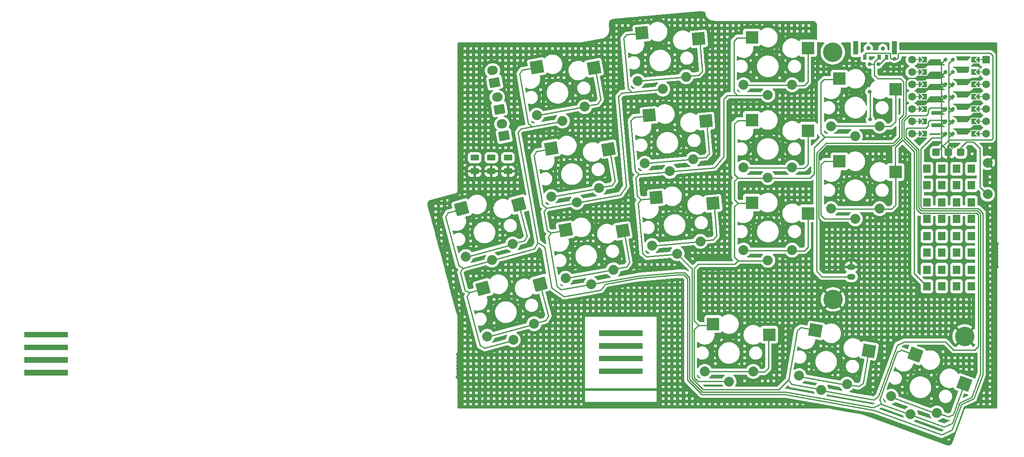
<source format=gbr>
%TF.GenerationSoftware,KiCad,Pcbnew,(6.0.8)*%
%TF.CreationDate,2023-01-01T21:59:49+01:00*%
%TF.ProjectId,rule169,72756c65-3136-4392-9e6b-696361645f70,v1.0.0*%
%TF.SameCoordinates,Original*%
%TF.FileFunction,Copper,L2,Bot*%
%TF.FilePolarity,Positive*%
%FSLAX46Y46*%
G04 Gerber Fmt 4.6, Leading zero omitted, Abs format (unit mm)*
G04 Created by KiCad (PCBNEW (6.0.8)) date 2023-01-01 21:59:49*
%MOMM*%
%LPD*%
G01*
G04 APERTURE LIST*
G04 Aperture macros list*
%AMRoundRect*
0 Rectangle with rounded corners*
0 $1 Rounding radius*
0 $2 $3 $4 $5 $6 $7 $8 $9 X,Y pos of 4 corners*
0 Add a 4 corners polygon primitive as box body*
4,1,4,$2,$3,$4,$5,$6,$7,$8,$9,$2,$3,0*
0 Add four circle primitives for the rounded corners*
1,1,$1+$1,$2,$3*
1,1,$1+$1,$4,$5*
1,1,$1+$1,$6,$7*
1,1,$1+$1,$8,$9*
0 Add four rect primitives between the rounded corners*
20,1,$1+$1,$2,$3,$4,$5,0*
20,1,$1+$1,$4,$5,$6,$7,0*
20,1,$1+$1,$6,$7,$8,$9,0*
20,1,$1+$1,$8,$9,$2,$3,0*%
%AMHorizOval*
0 Thick line with rounded ends*
0 $1 width*
0 $2 $3 position (X,Y) of the first rounded end (center of the circle)*
0 $4 $5 position (X,Y) of the second rounded end (center of the circle)*
0 Add line between two ends*
20,1,$1,$2,$3,$4,$5,0*
0 Add two circle primitives to create the rounded ends*
1,1,$1,$2,$3*
1,1,$1,$4,$5*%
%AMRotRect*
0 Rectangle, with rotation*
0 The origin of the aperture is its center*
0 $1 length*
0 $2 width*
0 $3 Rotation angle, in degrees counterclockwise*
0 Add horizontal line*
21,1,$1,$2,0,0,$3*%
%AMFreePoly0*
4,1,6,0.600000,0.200000,0.000000,-0.400000,-0.600000,0.200000,-0.600000,0.400000,0.600000,0.400000,0.600000,0.200000,0.600000,0.200000,$1*%
%AMFreePoly1*
4,1,5,0.125000,-0.500000,-0.125000,-0.500000,-0.125000,0.500000,0.125000,0.500000,0.125000,-0.500000,0.125000,-0.500000,$1*%
%AMFreePoly2*
4,1,49,0.004773,0.123721,0.009154,0.124665,0.028961,0.117240,0.062500,0.108253,0.068237,0.102516,0.075053,0.099961,0.087617,0.083136,0.108253,0.062500,0.111178,0.051584,0.117161,0.043572,0.118539,0.024114,0.125000,0.000000,0.121239,-0.014035,0.122131,-0.026629,0.113759,-0.041951,0.108253,-0.062500,0.095644,-0.075109,0.088389,-0.088388,-0.641000,-0.817776,-0.641000,-4.770224,
0.088389,-5.499612,0.109852,-5.528356,0.124665,-5.597154,0.099961,-5.663053,0.043572,-5.705161,-0.026629,-5.710131,-0.088388,-5.676389,-0.854388,-4.910388,-0.867707,-4.892552,-0.871189,-4.889530,-0.871982,-4.886826,-0.875852,-4.881644,-0.882331,-4.851549,-0.891000,-4.822000,-0.891000,-0.766000,-0.887805,-0.743969,-0.888131,-0.739371,-0.886780,-0.736898,-0.885852,-0.730498,-0.869151,-0.704632,
-0.854388,-0.677612,-0.088388,0.088389,-0.064606,0.106147,-0.062500,0.108253,-0.061385,0.108552,-0.059644,0.109852,-0.043806,0.113262,0.000000,0.125000,0.004773,0.123721,0.004773,0.123721,$1*%
%AMFreePoly3*
4,1,6,0.600000,-0.250000,-0.600000,-0.250000,-0.600000,1.000000,0.000000,0.400000,0.600000,1.000000,0.600000,-0.250000,0.600000,-0.250000,$1*%
G04 Aperture macros list end*
%TA.AperFunction,NonConductor*%
%ADD10C,0.000000*%
%TD*%
%TA.AperFunction,ComponentPad*%
%ADD11HorizOval,1.905000X-0.125071X-0.022053X0.125071X0.022053X0*%
%TD*%
%TA.AperFunction,ComponentPad*%
%ADD12RotRect,1.905000X2.159000X100.000000*%
%TD*%
%TA.AperFunction,SMDPad,CuDef*%
%ADD13RotRect,2.600000X2.600000X5.000000*%
%TD*%
%TA.AperFunction,ComponentPad*%
%ADD14C,2.032000*%
%TD*%
%TA.AperFunction,ComponentPad*%
%ADD15R,1.500000X1.800000*%
%TD*%
%TA.AperFunction,SMDPad,CuDef*%
%ADD16R,2.600000X2.600000*%
%TD*%
%TA.AperFunction,SMDPad,CuDef*%
%ADD17RotRect,2.600000X2.600000X15.000000*%
%TD*%
%TA.AperFunction,WasherPad*%
%ADD18C,0.900000*%
%TD*%
%TA.AperFunction,SMDPad,CuDef*%
%ADD19R,0.700000X1.000000*%
%TD*%
%TA.AperFunction,SMDPad,CuDef*%
%ADD20R,1.000000X2.800000*%
%TD*%
%TA.AperFunction,WasherPad*%
%ADD21C,4.000000*%
%TD*%
%TA.AperFunction,SMDPad,CuDef*%
%ADD22RotRect,2.600000X2.600000X10.000000*%
%TD*%
%TA.AperFunction,SMDPad,CuDef*%
%ADD23FreePoly0,270.000000*%
%TD*%
%TA.AperFunction,SMDPad,CuDef*%
%ADD24FreePoly1,270.000000*%
%TD*%
%TA.AperFunction,ComponentPad*%
%ADD25R,1.600000X1.600000*%
%TD*%
%TA.AperFunction,SMDPad,CuDef*%
%ADD26FreePoly1,90.000000*%
%TD*%
%TA.AperFunction,ComponentPad*%
%ADD27C,1.600000*%
%TD*%
%TA.AperFunction,SMDPad,CuDef*%
%ADD28FreePoly0,90.000000*%
%TD*%
%TA.AperFunction,SMDPad,CuDef*%
%ADD29FreePoly2,270.000000*%
%TD*%
%TA.AperFunction,ComponentPad*%
%ADD30C,0.800000*%
%TD*%
%TA.AperFunction,SMDPad,CuDef*%
%ADD31FreePoly3,90.000000*%
%TD*%
%TA.AperFunction,SMDPad,CuDef*%
%ADD32FreePoly3,270.000000*%
%TD*%
%TA.AperFunction,SMDPad,CuDef*%
%ADD33FreePoly2,90.000000*%
%TD*%
%TA.AperFunction,ComponentPad*%
%ADD34RoundRect,0.400000X-0.400000X-0.400000X0.400000X-0.400000X0.400000X0.400000X-0.400000X0.400000X0*%
%TD*%
%TA.AperFunction,ComponentPad*%
%ADD35O,1.750000X1.200000*%
%TD*%
%TA.AperFunction,ComponentPad*%
%ADD36C,4.000000*%
%TD*%
%TA.AperFunction,ComponentPad*%
%ADD37C,2.000000*%
%TD*%
%TA.AperFunction,SMDPad,CuDef*%
%ADD38RotRect,2.600000X2.600000X340.000000*%
%TD*%
%TA.AperFunction,SMDPad,CuDef*%
%ADD39RotRect,2.600000X2.600000X350.000000*%
%TD*%
%TA.AperFunction,ComponentPad*%
%ADD40RoundRect,0.250000X-0.625000X0.375000X-0.625000X-0.375000X0.625000X-0.375000X0.625000X0.375000X0*%
%TD*%
%TA.AperFunction,ViaPad*%
%ADD41C,0.800000*%
%TD*%
%TA.AperFunction,Conductor*%
%ADD42C,0.250000*%
%TD*%
G04 APERTURE END LIST*
D10*
G36*
X180892491Y-95637566D02*
G01*
X171922062Y-95637566D01*
X171922062Y-94507622D01*
X180892491Y-94507622D01*
X180892491Y-95637566D01*
G37*
G36*
X62613116Y-93313584D02*
G01*
X53642687Y-93313584D01*
X53642687Y-92183640D01*
X62613116Y-92183640D01*
X62613116Y-93313584D01*
G37*
G36*
X180892490Y-87796380D02*
G01*
X171922061Y-87796380D01*
X171922061Y-86666428D01*
X180892491Y-86666428D01*
X180892490Y-87796380D01*
G37*
G36*
X62613115Y-88086831D02*
G01*
X53642686Y-88086831D01*
X53642686Y-86956879D01*
X62613116Y-86956879D01*
X62613115Y-88086831D01*
G37*
G36*
X180892491Y-90409753D02*
G01*
X171922062Y-90409753D01*
X171922062Y-89279809D01*
X180892491Y-89279809D01*
X180892491Y-90409753D01*
G37*
G36*
X62613116Y-95928017D02*
G01*
X53642687Y-95928017D01*
X53642687Y-94798073D01*
X62613116Y-94798073D01*
X62613116Y-95928017D01*
G37*
G36*
X62613116Y-90700204D02*
G01*
X53642687Y-90700204D01*
X53642687Y-89570260D01*
X62613116Y-89570260D01*
X62613116Y-90700204D01*
G37*
G36*
X180892491Y-93023133D02*
G01*
X171922062Y-93023133D01*
X171922062Y-91893189D01*
X180892491Y-91893189D01*
X180892491Y-93023133D01*
G37*
D11*
%TO.P,L1,1,K*%
%TO.N,/PL1*%
X149984042Y-33150014D03*
D12*
%TO.P,L1,2,A*%
%TO.N,LED0*%
X150422330Y-35635669D03*
%TD*%
D13*
%TO.P,S11,1,1*%
%TO.N,col1*%
X183678448Y-59329329D03*
D14*
X187973781Y-70848801D03*
%TO.P,S11,2,2*%
%TO.N,Net-(D11-Pad2)*%
X192771727Y-68321013D03*
D13*
X195376239Y-60514308D03*
D14*
X182809780Y-69192571D03*
%TD*%
D15*
%TO.P,D2,1,K*%
%TO.N,row0*%
X245500765Y-53384830D03*
%TO.P,D2,2,A*%
%TO.N,Net-(D2-Pad2)*%
X245500765Y-56784830D03*
%TD*%
%TO.P,D12,1,K*%
%TO.N,row2*%
X239396434Y-67240275D03*
%TO.P,D12,2,A*%
%TO.N,Net-(D12-Pad2)*%
X239396434Y-70640275D03*
%TD*%
D14*
%TO.P,S13,1,1*%
%TO.N,col3*%
X224648729Y-63703880D03*
D16*
X221373729Y-51853880D03*
D14*
%TO.P,S13,2,2*%
%TO.N,Net-(D13-Pad2)*%
X219648729Y-61603880D03*
D16*
X232923729Y-54053880D03*
D14*
X229648729Y-61603880D03*
%TD*%
D15*
%TO.P,D16,1,K*%
%TO.N,row3*%
X242444430Y-74167999D03*
%TO.P,D16,2,A*%
%TO.N,Net-(D16-Pad2)*%
X242444430Y-77567999D03*
%TD*%
D16*
%TO.P,S4,1,1*%
%TO.N,col0*%
X221373731Y-34853873D03*
D14*
X224648731Y-46703873D03*
%TO.P,S4,2,2*%
%TO.N,Net-(D4-Pad2)*%
X219648731Y-44603873D03*
D16*
X232923731Y-37053873D03*
D14*
X229648731Y-44603873D03*
%TD*%
D15*
%TO.P,D4,1,K*%
%TO.N,row0*%
X239396428Y-53384830D03*
%TO.P,D4,2,A*%
%TO.N,Net-(D4-Pad2)*%
X239396428Y-56784830D03*
%TD*%
%TO.P,D5,1,K*%
%TO.N,row1*%
X248540436Y-60312552D03*
%TO.P,D5,2,A*%
%TO.N,Net-(D5-Pad2)*%
X248540436Y-63712552D03*
%TD*%
%TO.P,D14,1,K*%
%TO.N,row3*%
X248540430Y-74168000D03*
%TO.P,D14,2,A*%
%TO.N,Net-(D14-Pad2)*%
X248540430Y-77568000D03*
%TD*%
D16*
%TO.P,S12,1,1*%
%TO.N,col0*%
X203373730Y-60353877D03*
D14*
X206648730Y-72203877D03*
%TO.P,S12,2,2*%
%TO.N,Net-(D12-Pad2)*%
X211648730Y-70103877D03*
X201648730Y-70103877D03*
D16*
X214923730Y-62553877D03*
%TD*%
D15*
%TO.P,D15,1,K*%
%TO.N,row3*%
X245492430Y-74167999D03*
%TO.P,D15,2,A*%
%TO.N,Net-(D15-Pad2)*%
X245492430Y-77567999D03*
%TD*%
%TO.P,D8,1,K*%
%TO.N,row1*%
X239396424Y-60312553D03*
%TO.P,D8,2,A*%
%TO.N,Net-(D8-Pad2)*%
X239396424Y-63712553D03*
%TD*%
D16*
%TO.P,S3,1,1*%
%TO.N,col1*%
X203373726Y-26353870D03*
D14*
X206648726Y-38203870D03*
%TO.P,S3,2,2*%
%TO.N,Net-(D3-Pad2)*%
X211648726Y-36103870D03*
D16*
X214923726Y-28553870D03*
D14*
X201648726Y-36103870D03*
%TD*%
D13*
%TO.P,S2,1,1*%
%TO.N,col2*%
X180715156Y-25458708D03*
D14*
X185010489Y-36978180D03*
D13*
%TO.P,S2,2,2*%
%TO.N,Net-(D2-Pad2)*%
X192412947Y-26643687D03*
D14*
X179846488Y-35321950D03*
X189808435Y-34450392D03*
%TD*%
%TO.P,S8,1,1*%
%TO.N,col0*%
X206648724Y-55203883D03*
D16*
X203373724Y-43353883D03*
D14*
%TO.P,S8,2,2*%
%TO.N,Net-(D8-Pad2)*%
X211648724Y-53103883D03*
D16*
X214923724Y-45553883D03*
D14*
X201648724Y-53103883D03*
%TD*%
D17*
%TO.P,S5,1,1*%
%TO.N,col3*%
X143624994Y-61583669D03*
D14*
X149855406Y-72182257D03*
%TO.P,S5,2,2*%
%TO.N,Net-(D5-Pad2)*%
X154141516Y-68859718D03*
D17*
X155350839Y-60719346D03*
D14*
X144482257Y-71447908D03*
%TD*%
D15*
%TO.P,D10,1,K*%
%TO.N,row2*%
X245492428Y-67240275D03*
%TO.P,D10,2,A*%
%TO.N,Net-(D10-Pad2)*%
X245492428Y-70640275D03*
%TD*%
D18*
%TO.P,PSW1,*%
%TO.N,*%
X230314000Y-28614566D03*
X227314000Y-28564566D03*
D19*
%TO.P,PSW1,1,A*%
%TO.N,MCU+*%
X226564000Y-30414566D03*
%TO.P,PSW1,2,B*%
%TO.N,Net-(BT1-Pad1)*%
X229564000Y-30414566D03*
%TO.P,PSW1,3,C*%
%TO.N,unconnected-(PSW1-Pad3)*%
X231064000Y-30414566D03*
D20*
%TO.P,PSW1,NC*%
%TO.N,N/C*%
X224714000Y-28514566D03*
X232664000Y-28514566D03*
%TD*%
D15*
%TO.P,D6,1,K*%
%TO.N,row1*%
X245492431Y-60312553D03*
%TO.P,D6,2,A*%
%TO.N,Net-(D6-Pad2)*%
X245492431Y-63712553D03*
%TD*%
%TO.P,D1,1,K*%
%TO.N,row0*%
X248540433Y-53384830D03*
%TO.P,D1,2,A*%
%TO.N,Net-(D1-Pad2)*%
X248540433Y-56784830D03*
%TD*%
D21*
%TO.P,REF\u002A\u002A,*%
%TO.N,*%
X220008156Y-29408474D03*
%TD*%
D22*
%TO.P,S6,1,1*%
%TO.N,col2*%
X162058687Y-49192352D03*
D14*
X167341663Y-60293626D03*
D22*
%TO.P,S6,2,2*%
%TO.N,Net-(D6-Pad2)*%
X173815242Y-49353292D03*
D14*
X162052963Y-59093770D03*
X171901041Y-57357289D03*
%TD*%
D17*
%TO.P,S9,1,1*%
%TO.N,col3*%
X148024917Y-78004414D03*
D14*
X154255329Y-88603002D03*
%TO.P,S9,2,2*%
%TO.N,Net-(D9-Pad2)*%
X148882180Y-87868653D03*
X158541439Y-85280463D03*
D17*
X159750762Y-77140091D03*
%TD*%
D23*
%TO.P,U1,*%
%TO.N,*%
X249766209Y-33499069D03*
D24*
X250274209Y-46199069D03*
D25*
X251544209Y-30959069D03*
D26*
X237574209Y-41119069D03*
D27*
X236304209Y-46199069D03*
X251544209Y-33499069D03*
X251544209Y-41119069D03*
D24*
X250274209Y-36039069D03*
D27*
X251544209Y-43659069D03*
D26*
X237574209Y-46199069D03*
D28*
X238082209Y-41119069D03*
X238082209Y-33499069D03*
D24*
X250274209Y-30959069D03*
D26*
X237574209Y-30959069D03*
D23*
X249766209Y-43659069D03*
D27*
X251544209Y-38579069D03*
D26*
X237574209Y-36039069D03*
X237574209Y-43659069D03*
D23*
X249766209Y-36039069D03*
X249766209Y-38579069D03*
D28*
X238082209Y-43659069D03*
D23*
X249766209Y-46199069D03*
D28*
X238082209Y-36039069D03*
D24*
X250274209Y-38579069D03*
D27*
X251544209Y-46199069D03*
D28*
X238082209Y-38579069D03*
D27*
X236304209Y-36039069D03*
X236304209Y-41119069D03*
X236304209Y-43659069D03*
X236304209Y-33499069D03*
D26*
X237574209Y-38579069D03*
D23*
X249766209Y-41119069D03*
D28*
X238082209Y-46199069D03*
D24*
X250274209Y-43659069D03*
X250274209Y-33499069D03*
D26*
X237574209Y-33499069D03*
D24*
X250274209Y-41119069D03*
D28*
X238082209Y-30959069D03*
D27*
X236304209Y-38579069D03*
X251544209Y-36039069D03*
D23*
X249766209Y-30959069D03*
D27*
X236304209Y-30959069D03*
X251544209Y-30959069D03*
D29*
%TO.P,U1,1,A2/0.02_H*%
%TO.N,LED0*%
X244686209Y-30959069D03*
D30*
X244686209Y-30959069D03*
D31*
X239098209Y-30959069D03*
D29*
%TO.P,U1,2,A4/0.03_H*%
%TO.N,LED1*%
X244686209Y-33499069D03*
D31*
X239098209Y-33499069D03*
D30*
X244686209Y-33499069D03*
%TO.P,U1,3,A10/0.28*%
%TO.N,LED2*%
X244686209Y-36039069D03*
D31*
X239098209Y-36039069D03*
D29*
X244686209Y-36039069D03*
D30*
%TO.P,U1,4,A11/0.29*%
%TO.N,row0*%
X244686209Y-38579069D03*
D29*
X244686209Y-38579069D03*
D31*
X239098209Y-38579069D03*
D30*
%TO.P,U1,5,A8_SDA/0.04_H*%
%TO.N,row1*%
X244686209Y-41119069D03*
D29*
X244686209Y-41119069D03*
D31*
X239098209Y-41119069D03*
%TO.P,U1,6,A9_SCL/0.05_H*%
%TO.N,row2*%
X239098209Y-43659069D03*
D29*
X244686209Y-43659069D03*
D30*
X244686209Y-43659069D03*
D31*
%TO.P,U1,7,B8_TX/1.11*%
%TO.N,row3*%
X239098209Y-46199069D03*
D29*
X244686209Y-46199069D03*
D30*
X244686209Y-46199069D03*
D32*
%TO.P,U1,8,B9_RX/1.12*%
%TO.N,col3*%
X248750209Y-46199069D03*
D30*
X243162209Y-46199069D03*
D33*
X243162209Y-46199069D03*
%TO.P,U1,9,A7_SCK/1.13*%
%TO.N,col2*%
X243162209Y-43659069D03*
D32*
X248750209Y-43659069D03*
D30*
X243162209Y-43659069D03*
%TO.P,U1,10,A5_MISO/1.14*%
%TO.N,col1*%
X243162209Y-41119069D03*
D32*
X248750209Y-41119069D03*
D33*
X243162209Y-41119069D03*
%TO.P,U1,11,A6_MOSI/1.15*%
%TO.N,col0*%
X243162209Y-38579069D03*
D32*
X248750209Y-38579069D03*
D30*
X243162209Y-38579069D03*
%TO.P,U1,12,3V3*%
%TO.N,unconnected-(U1-Pad12)*%
X243162209Y-36039069D03*
D32*
X248750209Y-36039069D03*
D33*
X243162209Y-36039069D03*
D30*
%TO.P,U1,13,GND*%
%TO.N,GND*%
X243162209Y-33499069D03*
D33*
X243162209Y-33499069D03*
D32*
X248750209Y-33499069D03*
%TO.P,U1,14,5V*%
%TO.N,unconnected-(U1-Pad14)*%
X248750209Y-30959069D03*
D33*
X243162209Y-30959069D03*
D30*
X243162209Y-30959069D03*
D34*
%TO.P,U1,17,RESET*%
%TO.N,RESET*%
X246362609Y-50009069D03*
%TO.P,U1,19,BAT*%
%TO.N,MCU+*%
X241282609Y-50009069D03*
%TO.P,U1,20,GND*%
%TO.N,GND*%
X243822609Y-50009069D03*
%TD*%
D22*
%TO.P,S1,1,1*%
%TO.N,col3*%
X159106673Y-32450618D03*
D14*
X164389649Y-43551892D03*
D22*
%TO.P,S1,2,2*%
%TO.N,Net-(D1-Pad2)*%
X170863228Y-32611558D03*
D14*
X168949027Y-40615555D03*
X159100949Y-42352036D03*
%TD*%
D15*
%TO.P,D11,1,K*%
%TO.N,row2*%
X242444431Y-67240275D03*
%TO.P,D11,2,A*%
%TO.N,Net-(D11-Pad2)*%
X242444431Y-70640275D03*
%TD*%
%TO.P,D9,1,K*%
%TO.N,row2*%
X248540426Y-67240275D03*
%TO.P,D9,2,A*%
%TO.N,Net-(D9-Pad2)*%
X248540426Y-70640275D03*
%TD*%
D13*
%TO.P,S7,1,1*%
%TO.N,col1*%
X182196792Y-42394020D03*
D14*
X186492125Y-53913492D03*
%TO.P,S7,2,2*%
%TO.N,Net-(D7-Pad2)*%
X181328124Y-52257262D03*
D13*
X193894583Y-43578999D03*
D14*
X191290071Y-51385704D03*
%TD*%
D35*
%TO.P,BT1,1,+*%
%TO.N,Net-(BT1-Pad1)*%
X223775423Y-75609831D03*
%TO.P,BT1,2,-*%
%TO.N,GND*%
X223775423Y-73609831D03*
%TD*%
D36*
%TO.P,,*%
%TO.N,GND*%
X220058958Y-80270473D03*
%TD*%
D37*
%TO.P,RSW1,1,1*%
%TO.N,GND*%
X251870956Y-52141473D03*
%TO.P,RSW1,2,2*%
%TO.N,RESET*%
X251870956Y-58641473D03*
%TD*%
D14*
%TO.P,S10,1,1*%
%TO.N,col2*%
X170293675Y-77117149D03*
D22*
X165010699Y-66015875D03*
D14*
%TO.P,S10,2,2*%
%TO.N,Net-(D10-Pad2)*%
X174853053Y-74180812D03*
D22*
X176767254Y-66176815D03*
D14*
X165004975Y-75917293D03*
%TD*%
%TO.P,S14,1,1*%
%TO.N,col2*%
X236014388Y-103893684D03*
D38*
X236989834Y-91638211D03*
D14*
%TO.P,S14,2,2*%
%TO.N,Net-(D14-Pad2)*%
X241431094Y-103630431D03*
X232034167Y-100210229D03*
D38*
X247090839Y-97655867D03*
%TD*%
D14*
%TO.P,S15,1,1*%
%TO.N,col1*%
X217624193Y-98914246D03*
D39*
X216456678Y-86675576D03*
D14*
%TO.P,S15,2,2*%
%TO.N,Net-(D15-Pad2)*%
X213064815Y-95977909D03*
D39*
X227449182Y-90847790D03*
D14*
X222912893Y-97714390D03*
%TD*%
D15*
%TO.P,D7,1,K*%
%TO.N,row1*%
X242444428Y-60312553D03*
%TO.P,D7,2,A*%
%TO.N,Net-(D7-Pad2)*%
X242444428Y-63712553D03*
%TD*%
%TO.P,D13,1,K*%
%TO.N,row3*%
X239396430Y-74167999D03*
%TO.P,D13,2,A*%
%TO.N,Net-(D13-Pad2)*%
X239396430Y-77567999D03*
%TD*%
D11*
%TO.P,L2,1,K*%
%TO.N,/PL2*%
X150952999Y-38645246D03*
D12*
%TO.P,L2,2,A*%
%TO.N,LED1*%
X151391287Y-41130901D03*
%TD*%
D11*
%TO.P,L3,1,K*%
%TO.N,/PL3*%
X151921957Y-44140474D03*
D12*
%TO.P,L3,2,A*%
%TO.N,LED2*%
X152360245Y-46626129D03*
%TD*%
D15*
%TO.P,D3,1,K*%
%TO.N,row0*%
X242461096Y-53384830D03*
%TO.P,D3,2,A*%
%TO.N,Net-(D3-Pad2)*%
X242461096Y-56784830D03*
%TD*%
D36*
%TO.P,,*%
%TO.N,GND*%
X247141998Y-87883997D03*
%TD*%
D16*
%TO.P,S16,1,1*%
%TO.N,col0*%
X195373728Y-85353877D03*
D14*
X198648728Y-97203877D03*
%TO.P,S16,2,2*%
%TO.N,Net-(D16-Pad2)*%
X203648728Y-95103877D03*
X193648728Y-95103877D03*
D16*
X206923728Y-87553877D03*
%TD*%
D40*
%TO.P,R2,1*%
%TO.N,/PL2*%
X149734424Y-51098831D03*
%TO.P,R2,2*%
%TO.N,GND*%
X149734424Y-53898831D03*
%TD*%
%TO.P,R1,1*%
%TO.N,/PL1*%
X146305423Y-51098831D03*
%TO.P,R1,2*%
%TO.N,GND*%
X146305423Y-53898831D03*
%TD*%
%TO.P,R3,1*%
%TO.N,/PL3*%
X153163424Y-51098831D03*
%TO.P,R3,2*%
%TO.N,GND*%
X153163424Y-53898831D03*
%TD*%
D41*
%TO.N,Net-(BT1-Pad1)*%
X227631483Y-31877000D03*
%TO.N,MCU+*%
X232664000Y-30734000D03*
%TO.N,unconnected-(PSW1-Pad3)*%
X229362000Y-31877000D03*
%TO.N,col0*%
X227590413Y-37504842D03*
X227690810Y-43246445D03*
%TD*%
D42*
%TO.N,GND*%
X217121712Y-50323387D02*
X218790225Y-48654875D01*
X218790225Y-48654875D02*
X232532056Y-48654875D01*
X235019925Y-42483990D02*
X235019925Y-35390668D01*
X234172056Y-47014875D02*
X234172056Y-43331859D01*
X234172056Y-43331859D02*
X235019925Y-42483990D01*
X232532056Y-48654875D02*
X234172056Y-47014875D01*
X235019925Y-35390668D02*
X235694762Y-34715831D01*
X217546056Y-64021875D02*
X217121712Y-63597532D01*
X217121712Y-63597532D02*
X217121712Y-50323387D01*
X235694762Y-34715831D02*
X241979948Y-34715831D01*
X241979948Y-34715831D02*
X243127307Y-33568471D01*
%TO.N,Net-(BT1-Pad1)*%
X232403660Y-48146875D02*
X233722555Y-46827980D01*
X216672211Y-74475619D02*
X216672212Y-50136492D01*
X216672212Y-50136492D02*
X218661828Y-48146875D01*
X233935424Y-34842831D02*
X229279831Y-34842831D01*
X229279831Y-34842831D02*
X228548000Y-34111000D01*
X233722554Y-43145670D02*
X234570424Y-42297801D01*
X228548000Y-31802000D02*
X228473000Y-31877000D01*
X228473000Y-31877000D02*
X227631483Y-31877000D01*
X228548000Y-34111000D02*
X228548000Y-31802000D01*
X233722555Y-46827980D02*
X233722554Y-43145670D01*
X223775423Y-75609831D02*
X217806424Y-75609831D01*
X234570423Y-35477831D02*
X233935424Y-34842831D01*
X228548000Y-31430566D02*
X229564000Y-30414566D01*
X217806424Y-75609831D02*
X216672211Y-74475619D01*
X218661828Y-48146875D02*
X232403660Y-48146875D01*
X228548000Y-31802000D02*
X228548000Y-31430566D01*
X234570424Y-42297801D02*
X234570423Y-35477831D01*
%TO.N,Net-(D1-Pad2)*%
X172258718Y-39152903D02*
X171627918Y-40053784D01*
X168801225Y-40705437D02*
X158953146Y-42441913D01*
X171627918Y-40053784D02*
X169367946Y-40452283D01*
X171047551Y-32284009D02*
X172258718Y-39152903D01*
%TO.N,Net-(D2-Pad2)*%
X189813709Y-34462027D02*
X179851766Y-35333582D01*
X192533684Y-26321226D02*
X193141581Y-33269535D01*
X192434659Y-34112008D02*
X190148566Y-34312017D01*
X193141581Y-33269535D02*
X192434659Y-34112008D01*
%TO.N,Net-(D3-Pad2)*%
X214893065Y-35475249D02*
X214115411Y-36252911D01*
X211820580Y-36252909D02*
X211618076Y-36050402D01*
X214893070Y-28500397D02*
X214893065Y-35475249D01*
X214115411Y-36252911D02*
X211820580Y-36252909D01*
X211703458Y-36217078D02*
X201703461Y-36217083D01*
%TO.N,Net-(D4-Pad2)*%
X229483457Y-44599077D02*
X219483455Y-44599083D01*
X231951310Y-44673274D02*
X229613831Y-44673272D01*
X232911416Y-36898057D02*
X232911417Y-43713167D01*
X232911417Y-43713167D02*
X231951310Y-44673274D01*
%TO.N,Net-(D5-Pad2)*%
X154170360Y-68947512D02*
X144511107Y-71535698D01*
X155288800Y-60480969D02*
X157094029Y-67218158D01*
X157094029Y-67218158D02*
X156544137Y-68170594D01*
X156544137Y-68170594D02*
X154327506Y-68764540D01*
%TO.N,Net-(D6-Pad2)*%
X174583058Y-56813243D02*
X172323095Y-57211741D01*
X175213869Y-55912364D02*
X174583058Y-56813243D01*
X171756370Y-57464897D02*
X161908302Y-59201379D01*
X174002697Y-49043468D02*
X175213869Y-55912364D01*
%TO.N,Net-(D7-Pad2)*%
X191296933Y-51415270D02*
X181334983Y-52286828D01*
X194016897Y-43274465D02*
X194624796Y-50222767D01*
X193917873Y-51065248D02*
X191631774Y-51265259D01*
X194624796Y-50222767D02*
X193917873Y-51065248D01*
%TO.N,Net-(D8-Pad2)*%
X214877408Y-52508906D02*
X214099752Y-53286577D01*
X214877408Y-45534057D02*
X214877408Y-52508906D01*
X214099752Y-53286577D02*
X211804920Y-53286567D01*
X211449462Y-53235087D02*
X201449465Y-53235078D01*
%TO.N,Net-(D9-Pad2)*%
X160948725Y-84608719D02*
X158732084Y-85202657D01*
X161498611Y-83656282D02*
X160948725Y-84608719D01*
X159693386Y-76919092D02*
X160825287Y-81143417D01*
X158574944Y-85385635D02*
X148915689Y-87973829D01*
X160825287Y-81143417D02*
X161498611Y-83656282D01*
%TO.N,Net-(D10-Pad2)*%
X178169016Y-72671824D02*
X177538206Y-73572708D01*
X177538206Y-73572708D02*
X175278240Y-73971201D01*
X174711513Y-74224365D02*
X164863433Y-75960840D01*
X176957846Y-65802930D02*
X178169016Y-72671824D01*
%TO.N,Net-(D11-Pad2)*%
X196108015Y-67176013D02*
X195401085Y-68018498D01*
X192780140Y-68368509D02*
X182818200Y-69240071D01*
X195500114Y-60227710D02*
X196108015Y-67176013D01*
X195401085Y-68018498D02*
X193114994Y-68218499D01*
%TO.N,Net-(D12-Pad2)*%
X211703464Y-70253075D02*
X201703459Y-70253075D01*
X214877408Y-62552059D02*
X214877414Y-65446773D01*
X211820582Y-70288910D02*
X211804931Y-70304572D01*
X214877412Y-69526919D02*
X214115415Y-70288909D01*
X214115415Y-70288909D02*
X211820582Y-70288910D01*
X214877414Y-65446773D02*
X214877412Y-69526919D01*
%TO.N,Net-(D13-Pad2)*%
X234373210Y-47450116D02*
X236781305Y-49858210D01*
X232911405Y-60872302D02*
X232115143Y-61668572D01*
X236781305Y-74952874D02*
X239396430Y-77567999D01*
X232888828Y-48934498D02*
X234373210Y-47450116D01*
X232115143Y-61668572D02*
X229838924Y-61668572D01*
X236781305Y-49858210D02*
X236781305Y-74952874D01*
X232911407Y-53916057D02*
X232911405Y-60872302D01*
X229613816Y-61673281D02*
X219613826Y-61673276D01*
X232888829Y-54123282D02*
X232888828Y-48934498D01*
%TO.N,Net-(D14-Pad2)*%
X244767332Y-103987612D02*
X243770601Y-104452391D01*
X247152876Y-97433396D02*
X244767332Y-103987612D01*
X243770601Y-104452391D02*
X241614170Y-103667517D01*
X241389853Y-103787373D02*
X231992933Y-100367169D01*
%TO.N,MCU+*%
X226564000Y-29849000D02*
X226564000Y-30414566D01*
X252440015Y-29604875D02*
X233666125Y-29604875D01*
X232664000Y-30734000D02*
X232029000Y-30734000D01*
X252916840Y-30081701D02*
X252440015Y-29604875D01*
X252916840Y-47142104D02*
X252916840Y-30081701D01*
X226823434Y-29589566D02*
X226564000Y-29849000D01*
X232029000Y-30734000D02*
X231839000Y-30544000D01*
X233489000Y-29782000D02*
X233489000Y-30544000D01*
X243910348Y-47415831D02*
X252643114Y-47415831D01*
X231646566Y-29589566D02*
X226823434Y-29589566D01*
X241247708Y-50078470D02*
X243910348Y-47415831D01*
X231839000Y-29782000D02*
X231646566Y-29589566D01*
X233299000Y-30734000D02*
X232664000Y-30734000D01*
X252643114Y-47415831D02*
X252916840Y-47142104D01*
X233489000Y-30544000D02*
X233299000Y-30734000D01*
X231839000Y-30544000D02*
X231839000Y-29782000D01*
X233666125Y-29604875D02*
X233489000Y-29782000D01*
%TO.N,unconnected-(PSW1-Pad3)*%
X229601566Y-31877000D02*
X229362000Y-31877000D01*
X231064000Y-30414566D02*
X229601566Y-31877000D01*
%TO.N,col3*%
X155541349Y-33865215D02*
X156097516Y-33070940D01*
X149939009Y-72266046D02*
X143925102Y-73877472D01*
X249936817Y-61537553D02*
X238460165Y-61537553D01*
X140310757Y-63287732D02*
X140795562Y-62447996D01*
X159325552Y-68590753D02*
X159344465Y-68587424D01*
X217571713Y-52502788D02*
X218257346Y-51817155D01*
X240374064Y-47034471D02*
X242361308Y-47034471D01*
X250881546Y-95685115D02*
X250881546Y-62482282D01*
X156097516Y-33070940D02*
X159067481Y-32547251D01*
X172310946Y-78324414D02*
X173143955Y-77134754D01*
X158218983Y-44729669D02*
X155769786Y-45161530D01*
X242361308Y-47034471D02*
X243127308Y-46268471D01*
X180126369Y-75903570D02*
X180139037Y-75912439D01*
X217571714Y-62916784D02*
X217571713Y-52502788D01*
X190094888Y-96916302D02*
X193040534Y-99861943D01*
X143925102Y-73877472D02*
X143812442Y-73907662D01*
X246485641Y-101896577D02*
X249057209Y-100697435D01*
X159344465Y-68587424D02*
X160702955Y-69538651D01*
X149820502Y-72251659D02*
X158564660Y-69908675D01*
X158564660Y-69908675D02*
X159325552Y-68590753D01*
X244574433Y-107147580D02*
X246485641Y-101896577D01*
X144715340Y-79725856D02*
X145200154Y-78886127D01*
X228336571Y-103053755D02*
X242386884Y-108167650D01*
X228326639Y-103060709D02*
X228336571Y-103053755D01*
X147410677Y-89784999D02*
X144715340Y-79725856D01*
X210185531Y-99861948D02*
X228326639Y-103060709D01*
X155260540Y-45888808D02*
X159274243Y-68651662D01*
X155769786Y-45161530D02*
X155260540Y-45888808D01*
X218257346Y-51817155D02*
X221273126Y-51817147D01*
X162180532Y-77918367D02*
X164681638Y-79669668D01*
X157349730Y-44121001D02*
X155541349Y-33865215D01*
X145200154Y-78886127D02*
X148113176Y-78105578D01*
X140795562Y-62447996D02*
X143708597Y-61667455D01*
X143925102Y-73877472D02*
X143006097Y-73346863D01*
X143812442Y-73907662D02*
X143347620Y-74712752D01*
X154343585Y-88704173D02*
X148329686Y-90315598D01*
X189357431Y-75227838D02*
X190094888Y-75965295D01*
X144331484Y-78384594D02*
X145200154Y-78886127D01*
X160702955Y-69538651D02*
X162180532Y-77918367D01*
X164681638Y-79669668D02*
X172310946Y-78324414D01*
X173143955Y-77134754D02*
X180126369Y-75903570D01*
X238460165Y-61537553D02*
X238130806Y-61208194D01*
X190094888Y-75965295D02*
X190094888Y-96916302D01*
X224548129Y-63667153D02*
X218322081Y-63667150D01*
X218322081Y-63667150D02*
X217571714Y-62916784D01*
X249057209Y-100697435D02*
X250881546Y-95685115D01*
X187964074Y-75227838D02*
X189357431Y-75227838D01*
X158218983Y-44729669D02*
X157349730Y-44121001D01*
X164350458Y-43648532D02*
X158218983Y-44729669D01*
X143347620Y-74712752D02*
X144331484Y-78384594D01*
X193040534Y-99861943D02*
X210185531Y-99861948D01*
X143006097Y-73346863D02*
X140310757Y-63287732D01*
X242386884Y-108167650D02*
X244574433Y-107147580D01*
X250881546Y-62482282D02*
X249936817Y-61537553D01*
X180139037Y-75912439D02*
X187964074Y-75227838D01*
X148329686Y-90315598D02*
X147410677Y-89784999D01*
X238130806Y-49277729D02*
X240374064Y-47034471D01*
X238130806Y-61208194D02*
X238130806Y-49277729D01*
%TO.N,col2*%
X158496503Y-50624679D02*
X159052659Y-49830408D01*
X177867742Y-36922390D02*
X176960108Y-26548017D01*
X177583376Y-25805242D02*
X180587682Y-25542401D01*
X250404180Y-95511368D02*
X250404180Y-62640606D01*
X176270566Y-58782462D02*
X167306761Y-60363020D01*
X230104146Y-101868945D02*
X229655681Y-100907188D01*
X235954726Y-103998374D02*
X230104146Y-101868945D01*
X249798073Y-62034499D02*
X238182680Y-62034499D01*
X234096253Y-90711449D02*
X236930172Y-91742907D01*
X177579882Y-56912569D02*
X176270566Y-58782462D01*
X164129282Y-78248591D02*
X163260021Y-77639916D01*
X230104609Y-101870427D02*
X229949809Y-101814086D01*
X193134349Y-99320066D02*
X210356011Y-99320074D01*
X239190419Y-45006160D02*
X239650424Y-44546155D01*
X242811308Y-43412471D02*
X243127308Y-43728471D01*
X180035884Y-75460064D02*
X187773079Y-74783140D01*
X162007796Y-66589855D02*
X164977771Y-66066169D01*
X159052659Y-49830408D02*
X162022632Y-49306712D01*
X180033878Y-75462933D02*
X180035884Y-75460064D01*
X160304869Y-60880459D02*
X158496503Y-50624679D01*
X178680650Y-37604512D02*
X177867742Y-36922390D01*
X176541410Y-37791676D02*
X175900454Y-38555521D01*
X170260744Y-77167455D02*
X164129282Y-78248591D01*
X161174140Y-61489128D02*
X160304869Y-60880459D01*
X189543620Y-74778337D02*
X190544391Y-75779108D01*
X239650424Y-44546155D02*
X239650424Y-43777751D01*
X244606411Y-105745460D02*
X246126927Y-101567879D01*
X229949809Y-101814086D02*
X228453484Y-102511837D01*
X242971334Y-106507911D02*
X244606411Y-105745460D01*
X187777885Y-74778337D02*
X189543620Y-74778337D01*
X246126927Y-101567879D02*
X248623518Y-100403699D01*
X190544390Y-96730115D02*
X193134349Y-99320066D01*
X235979488Y-103963085D02*
X242971334Y-106507911D01*
X238182680Y-62034499D02*
X237681302Y-61533121D01*
X190544391Y-75779108D02*
X190544390Y-96730115D01*
X160541444Y-62280196D02*
X161201851Y-66025532D01*
X161201851Y-66025532D02*
X162007796Y-66589855D01*
X177500680Y-56846124D02*
X177579882Y-56912569D01*
X187773079Y-74783140D02*
X187777885Y-74778337D01*
X250404180Y-62640606D02*
X249798073Y-62034499D01*
X235072056Y-45352875D02*
X235418770Y-45006160D01*
X163260021Y-77639916D02*
X161451636Y-67384139D01*
X248623518Y-100403699D02*
X250404180Y-95511368D01*
X235072055Y-46876875D02*
X235072056Y-45352875D01*
X210356011Y-99320074D02*
X228471143Y-102514264D01*
X161084254Y-61504979D02*
X160541444Y-62280196D01*
X235418770Y-45006160D02*
X239190419Y-45006160D01*
X170258777Y-77186551D02*
X180033878Y-75462933D01*
X237681302Y-61533121D02*
X237681302Y-49486122D01*
X176960108Y-26548017D02*
X177583376Y-25805242D01*
X237681302Y-49486122D02*
X235072055Y-46876875D01*
X167305601Y-60407986D02*
X161174140Y-61489128D01*
X233217470Y-91121238D02*
X234096253Y-90711449D01*
X184883004Y-37061874D02*
X178680650Y-37604512D01*
X239650424Y-43777751D02*
X240015704Y-43412471D01*
X240015704Y-43412471D02*
X242811308Y-43412471D01*
X178680650Y-37604512D02*
X176541410Y-37791676D01*
X161451636Y-67384139D02*
X162007796Y-66589855D01*
X229655681Y-100907188D02*
X233217470Y-91121238D01*
X175900454Y-38555521D02*
X177500680Y-56846124D01*
X161174140Y-61489128D02*
X161084254Y-61504979D01*
%TO.N,col1*%
X190993891Y-73973223D02*
X187938874Y-70918207D01*
X197528058Y-39083602D02*
X197528058Y-50983132D01*
X239650423Y-42006155D02*
X239650424Y-41237751D01*
X180053871Y-54567373D02*
X179455187Y-55280859D01*
X249954180Y-62826296D02*
X249611884Y-62484000D01*
X190993891Y-75716617D02*
X190993893Y-75716614D01*
X186366232Y-54015114D02*
X180163872Y-54557752D01*
X190993892Y-96543927D02*
X190993891Y-75716617D01*
X237231305Y-49672520D02*
X234622056Y-47063271D01*
X217589292Y-98983646D02*
X228486990Y-100905206D01*
X200387777Y-38273280D02*
X199637410Y-37522913D01*
X244856000Y-90678000D02*
X249220255Y-90678000D01*
X229410653Y-100258449D02*
X233272868Y-89647101D01*
X240015704Y-40872471D02*
X242811309Y-40872471D01*
X193309919Y-98859946D02*
X190993892Y-96543927D01*
X237231305Y-61718814D02*
X237231305Y-49672520D01*
X200322056Y-38283122D02*
X198328535Y-38283123D01*
X179786822Y-59071507D02*
X180549810Y-59711727D01*
X210891335Y-96889084D02*
X212699705Y-86633293D01*
X180163872Y-54557752D02*
X179350968Y-53875627D01*
X180549810Y-59711727D02*
X183554117Y-59448880D01*
X208907610Y-98859943D02*
X193309919Y-98859946D01*
X233272868Y-89647101D02*
X234718041Y-88973206D01*
X249611884Y-62484000D02*
X237996491Y-62484000D01*
X249954180Y-89944075D02*
X249954180Y-62826296D01*
X234622056Y-43518254D02*
X235708919Y-42431391D01*
X228486990Y-100905206D02*
X229410653Y-100258449D01*
X179066586Y-42758481D02*
X182070900Y-42495642D01*
X210878470Y-96889083D02*
X208907610Y-98859943D01*
X199637409Y-27108913D02*
X200323045Y-26423277D01*
X186457223Y-53982897D02*
X195682302Y-53175807D01*
X178443323Y-43501267D02*
X179066586Y-42758481D01*
X179926534Y-60454497D02*
X180549810Y-59711727D01*
X198328535Y-38283123D02*
X197528058Y-39083602D01*
X210891335Y-96889084D02*
X210878470Y-96889083D01*
X211500000Y-97758349D02*
X210891335Y-96889084D01*
X199637410Y-37522913D02*
X199637409Y-27108913D01*
X200323045Y-26423277D02*
X203338827Y-26423279D01*
X234622056Y-47063271D02*
X234622056Y-43518254D01*
X187849441Y-70968343D02*
X181647081Y-71510988D01*
X195682302Y-53175807D02*
X197480525Y-51032769D01*
X237996491Y-62484000D02*
X237231305Y-61718814D01*
X179455187Y-55280859D02*
X179786822Y-59071507D01*
X235708919Y-42431391D02*
X239225188Y-42431391D01*
X179350968Y-53875627D02*
X178443323Y-43501267D01*
X242811309Y-40872471D02*
X243127309Y-41188470D01*
X213493984Y-86077140D02*
X216463951Y-86600822D01*
X206613825Y-38273278D02*
X200387777Y-38273280D01*
X249220255Y-90678000D02*
X249954180Y-89944075D01*
X234718041Y-88973206D02*
X243151206Y-88973206D01*
X243151206Y-88973206D02*
X244856000Y-90678000D01*
X239225188Y-42431391D02*
X239650423Y-42006155D01*
X180834184Y-70828869D02*
X179926534Y-60454497D01*
X181647081Y-71510988D02*
X180834184Y-70828869D01*
X239650424Y-41237751D02*
X240015704Y-40872471D01*
X217631460Y-98839496D02*
X211500000Y-97758349D01*
X212699705Y-86633293D02*
X213493984Y-86077140D01*
X180163872Y-54557752D02*
X180053871Y-54567373D01*
X190993893Y-75716614D02*
X190993891Y-73973223D01*
%TO.N,col0*%
X199763610Y-59739414D02*
X200477346Y-60453150D01*
X218317243Y-46892846D02*
X216203728Y-49006373D01*
X216203728Y-54442203D02*
X215372655Y-55273276D01*
X191446310Y-84647268D02*
X192402472Y-85603433D01*
X200542079Y-55285159D02*
X200412393Y-55285156D01*
X216203728Y-49006373D02*
X216203728Y-54442203D01*
X198640125Y-97449151D02*
X198331411Y-97140449D01*
X200412393Y-55285156D02*
X199763610Y-55933947D01*
X224543297Y-46836913D02*
X218317249Y-46836909D01*
X192226099Y-97140440D02*
X191443395Y-96357731D01*
X199791710Y-54534785D02*
X199791709Y-44120785D01*
X192337656Y-73005824D02*
X191446309Y-73897167D01*
X199839410Y-73005824D02*
X192337656Y-73005824D01*
X191446309Y-73897167D02*
X191446310Y-84647268D01*
X199791712Y-61138782D02*
X200477346Y-60453150D01*
X206768128Y-72303160D02*
X200542080Y-72303162D01*
X217566889Y-46086541D02*
X217566888Y-35672544D01*
X199763610Y-55933947D02*
X199763610Y-59739414D01*
X191443395Y-96357731D02*
X191443394Y-86505112D01*
X200542080Y-72303162D02*
X199839410Y-73005824D01*
X206768127Y-55285162D02*
X200542079Y-55285159D01*
X217566888Y-35672544D02*
X218252524Y-34986911D01*
X218252524Y-34986911D02*
X221268299Y-34986911D01*
X227690809Y-37605239D02*
X227590413Y-37504842D01*
X215372655Y-55273276D02*
X206613824Y-55273276D01*
X192349349Y-85599150D02*
X195365126Y-85599150D01*
X218317249Y-46836909D02*
X217566889Y-46086541D01*
X199791709Y-44120785D02*
X200477340Y-43435157D01*
X198331411Y-97140449D02*
X192226099Y-97140440D01*
X200542080Y-72303162D02*
X199791716Y-71552789D01*
X199791716Y-71552789D02*
X199791712Y-61138782D01*
X200477340Y-43435157D02*
X203493130Y-43435153D01*
X200477346Y-60453150D02*
X203493132Y-60453146D01*
X218317249Y-46836909D02*
X218317243Y-46892846D01*
X227690810Y-43246445D02*
X227690809Y-37605239D01*
X191443394Y-86505112D02*
X192349349Y-85599150D01*
X200542079Y-55285159D02*
X199791710Y-54534785D01*
%TO.N,Net-(D15-Pad2)*%
X227469658Y-90679955D02*
X226258482Y-97548834D01*
X226258482Y-97548834D02*
X225357599Y-98179648D01*
X225357599Y-98179648D02*
X223097636Y-97781150D01*
X222874635Y-97890857D02*
X213026563Y-96154375D01*
%TO.N,Net-(D16-Pad2)*%
X206749414Y-87444059D02*
X206749417Y-94418903D01*
X205971749Y-95196573D02*
X203676922Y-95196575D01*
X203575462Y-95145085D02*
X193575455Y-95145070D01*
X206749417Y-94418903D02*
X205971749Y-95196573D01*
%TO.N,RESET*%
X246327709Y-50078472D02*
X246327708Y-49083222D01*
X250297806Y-49212470D02*
X250297806Y-57172625D01*
X247545099Y-47865831D02*
X248951167Y-47865831D01*
X250297806Y-57172625D02*
X251836056Y-58710875D01*
X248951167Y-47865831D02*
X250297806Y-49212470D01*
X246327708Y-49083222D02*
X247545099Y-47865831D01*
%TD*%
%TA.AperFunction,Conductor*%
%TO.N,GND*%
G36*
X192977531Y-20974149D02*
G01*
X193002570Y-20974917D01*
X193062553Y-20976756D01*
X193067468Y-20977003D01*
X193132458Y-20981541D01*
X193165552Y-20983852D01*
X193171386Y-20984397D01*
X193273334Y-20996320D01*
X193280348Y-20997341D01*
X193380614Y-21014849D01*
X193389126Y-21016641D01*
X193489189Y-21041345D01*
X193496666Y-21043438D01*
X193532752Y-21054755D01*
X193538421Y-21056682D01*
X193576184Y-21070537D01*
X193582439Y-21073024D01*
X193615461Y-21087184D01*
X193622285Y-21090355D01*
X193649985Y-21104249D01*
X193657386Y-21108277D01*
X193679410Y-21121237D01*
X193687330Y-21126306D01*
X193703559Y-21137569D01*
X193711870Y-21143861D01*
X193722634Y-21152736D01*
X193731151Y-21160437D01*
X193737173Y-21166403D01*
X193745585Y-21175605D01*
X193748088Y-21178631D01*
X193756038Y-21189351D01*
X193756462Y-21189991D01*
X193769260Y-21214970D01*
X193769740Y-21216240D01*
X193774004Y-21229764D01*
X193775408Y-21235281D01*
X193778063Y-21248773D01*
X193782075Y-21277301D01*
X193782825Y-21283891D01*
X193790666Y-21373941D01*
X193791135Y-21386048D01*
X193791097Y-21390156D01*
X193791052Y-21395032D01*
X193791756Y-21399844D01*
X193794105Y-21415910D01*
X193794955Y-21423204D01*
X193796518Y-21441153D01*
X193797536Y-21445517D01*
X193798242Y-21449949D01*
X193798110Y-21449970D01*
X193799787Y-21461847D01*
X193799879Y-21461835D01*
X193800503Y-21466658D01*
X193800753Y-21471521D01*
X193801748Y-21476284D01*
X193801748Y-21476286D01*
X193804915Y-21491451D01*
X193806251Y-21498982D01*
X193808746Y-21516048D01*
X193810015Y-21520342D01*
X193810016Y-21520345D01*
X193811116Y-21524065D01*
X193815536Y-21546079D01*
X193815754Y-21548074D01*
X193815756Y-21548085D01*
X193816285Y-21552923D01*
X193817553Y-21557626D01*
X193821848Y-21573556D01*
X193823531Y-21580597D01*
X193827265Y-21598478D01*
X193828798Y-21602702D01*
X193830514Y-21607433D01*
X193833725Y-21617605D01*
X193837465Y-21631475D01*
X193839898Y-21642414D01*
X193840813Y-21647605D01*
X193841860Y-21653547D01*
X193843433Y-21658156D01*
X193847941Y-21671368D01*
X193850347Y-21679253D01*
X193854441Y-21694437D01*
X193859225Y-21705578D01*
X193862688Y-21714580D01*
X193873745Y-21746979D01*
X193876613Y-21756629D01*
X193880105Y-21770376D01*
X193886393Y-21785115D01*
X193889738Y-21793842D01*
X193893909Y-21806065D01*
X193900722Y-21819440D01*
X193904335Y-21827172D01*
X193924986Y-21875578D01*
X193928174Y-21883845D01*
X193933841Y-21900233D01*
X193936119Y-21904531D01*
X193936123Y-21904540D01*
X193939882Y-21911631D01*
X193944446Y-21921193D01*
X193948295Y-21930214D01*
X193950619Y-21934043D01*
X193950620Y-21934045D01*
X193957739Y-21945774D01*
X193961354Y-21952141D01*
X193990381Y-22006905D01*
X193995007Y-22016612D01*
X193999879Y-22028072D01*
X194002453Y-22032210D01*
X194009234Y-22043112D01*
X194013567Y-22050647D01*
X194020403Y-22063544D01*
X194023039Y-22067162D01*
X194023040Y-22067164D01*
X194028214Y-22074266D01*
X194033403Y-22081970D01*
X194033813Y-22082630D01*
X194040133Y-22094093D01*
X194042871Y-22099734D01*
X194055616Y-22118114D01*
X194056426Y-22119282D01*
X194059870Y-22124524D01*
X194068437Y-22138296D01*
X194070804Y-22142101D01*
X194073686Y-22145532D01*
X194074675Y-22146710D01*
X194088504Y-22166860D01*
X194091477Y-22172247D01*
X194094460Y-22176100D01*
X194094461Y-22176102D01*
X194105540Y-22190413D01*
X194109449Y-22195746D01*
X194120768Y-22212069D01*
X194123821Y-22215355D01*
X194126131Y-22217842D01*
X194133463Y-22226484D01*
X194134674Y-22228048D01*
X194141830Y-22238311D01*
X194146015Y-22244999D01*
X194154125Y-22254365D01*
X194160543Y-22261777D01*
X194164922Y-22267124D01*
X194173858Y-22278667D01*
X194173862Y-22278672D01*
X194176609Y-22282220D01*
X194182841Y-22288260D01*
X194190400Y-22296257D01*
X194194226Y-22300676D01*
X194201777Y-22310305D01*
X194206765Y-22317345D01*
X194210158Y-22320838D01*
X194221724Y-22332746D01*
X194226592Y-22338054D01*
X194238612Y-22351935D01*
X194242000Y-22354876D01*
X194245729Y-22358113D01*
X194253513Y-22365473D01*
X194256050Y-22368085D01*
X194260216Y-22372374D01*
X194268155Y-22381367D01*
X194273952Y-22388601D01*
X194289346Y-22402678D01*
X194294659Y-22407835D01*
X194307021Y-22420561D01*
X194314179Y-22426090D01*
X194314996Y-22426721D01*
X194322995Y-22433448D01*
X194332830Y-22442441D01*
X194341146Y-22450792D01*
X194347748Y-22458073D01*
X194351534Y-22461133D01*
X194351538Y-22461137D01*
X194363520Y-22470822D01*
X194369346Y-22475832D01*
X194377703Y-22483474D01*
X194382011Y-22487414D01*
X194385720Y-22489943D01*
X194385721Y-22489944D01*
X194390791Y-22493401D01*
X194399012Y-22499511D01*
X194412205Y-22510175D01*
X194420879Y-22517873D01*
X194428232Y-22525032D01*
X194432198Y-22527849D01*
X194432203Y-22527853D01*
X194444435Y-22536540D01*
X194450686Y-22541280D01*
X194460231Y-22548996D01*
X194460235Y-22548999D01*
X194463714Y-22551811D01*
X194473219Y-22557477D01*
X194481656Y-22562976D01*
X194498384Y-22574857D01*
X194507454Y-22581944D01*
X194511750Y-22585629D01*
X194511754Y-22585632D01*
X194515442Y-22588795D01*
X194519574Y-22591354D01*
X194519577Y-22591356D01*
X194532093Y-22599107D01*
X194538712Y-22603501D01*
X194548494Y-22610448D01*
X194548499Y-22610451D01*
X194552157Y-22613049D01*
X194560023Y-22617097D01*
X194562236Y-22618236D01*
X194570918Y-22623148D01*
X194591366Y-22635811D01*
X194600820Y-22642278D01*
X194609334Y-22648689D01*
X194613624Y-22650982D01*
X194613628Y-22650985D01*
X194626500Y-22657866D01*
X194633428Y-22661857D01*
X194647340Y-22670473D01*
X194657845Y-22675067D01*
X194666754Y-22679388D01*
X194691074Y-22692389D01*
X194700936Y-22698254D01*
X194709795Y-22704085D01*
X194714230Y-22706106D01*
X194714235Y-22706109D01*
X194727555Y-22712180D01*
X194734705Y-22715716D01*
X194745223Y-22721339D01*
X194745229Y-22721342D01*
X194749180Y-22723454D01*
X194759908Y-22727355D01*
X194769100Y-22731114D01*
X194797395Y-22744010D01*
X194807678Y-22749279D01*
X194812478Y-22752023D01*
X194812483Y-22752025D01*
X194816710Y-22754442D01*
X194835114Y-22761472D01*
X194842398Y-22764520D01*
X194852820Y-22769270D01*
X194857527Y-22771415D01*
X194868294Y-22774574D01*
X194877767Y-22777768D01*
X194910180Y-22790150D01*
X194920904Y-22794827D01*
X194929916Y-22799268D01*
X194949105Y-22805274D01*
X194956387Y-22807802D01*
X194972250Y-22813862D01*
X194976621Y-22814852D01*
X194976622Y-22814852D01*
X194982820Y-22816256D01*
X194992627Y-22818896D01*
X195029325Y-22830382D01*
X195040492Y-22834465D01*
X195049286Y-22838160D01*
X195054018Y-22839334D01*
X195054017Y-22839334D01*
X195069228Y-22843109D01*
X195076517Y-22845152D01*
X195088906Y-22849030D01*
X195088908Y-22849031D01*
X195093178Y-22850367D01*
X195097593Y-22851084D01*
X195097604Y-22851087D01*
X195103401Y-22852029D01*
X195113538Y-22854106D01*
X195125254Y-22857014D01*
X195154663Y-22864313D01*
X195166277Y-22867797D01*
X195170111Y-22869151D01*
X195170115Y-22869152D01*
X195174712Y-22870776D01*
X195194703Y-22874519D01*
X195195519Y-22874672D01*
X195202679Y-22876230D01*
X195220182Y-22880574D01*
X195224636Y-22881026D01*
X195224638Y-22881026D01*
X195229877Y-22881557D01*
X195240348Y-22883066D01*
X195286124Y-22891636D01*
X195298191Y-22894516D01*
X195306096Y-22896820D01*
X195310918Y-22897446D01*
X195310922Y-22897447D01*
X195327774Y-22899635D01*
X195334727Y-22900736D01*
X195353168Y-22904189D01*
X195362179Y-22904575D01*
X195373010Y-22905509D01*
X195423701Y-22912092D01*
X195436171Y-22914355D01*
X195443463Y-22916062D01*
X195464919Y-22917685D01*
X195466000Y-22917767D01*
X195472719Y-22918457D01*
X195487606Y-22920390D01*
X195487607Y-22920390D01*
X195492050Y-22920967D01*
X195500314Y-22920858D01*
X195511458Y-22921206D01*
X195567352Y-22925435D01*
X195580265Y-22927087D01*
X195582013Y-22927403D01*
X195582018Y-22927404D01*
X195586804Y-22928269D01*
X195591666Y-22928388D01*
X195591667Y-22928388D01*
X195596691Y-22928511D01*
X195610206Y-22928841D01*
X195616611Y-22929161D01*
X195625253Y-22929815D01*
X195632414Y-22930357D01*
X195632418Y-22930357D01*
X195636886Y-22930695D01*
X195644321Y-22930198D01*
X195655795Y-22929956D01*
X195682351Y-22930605D01*
X195712380Y-22931340D01*
X195719005Y-22931677D01*
X195719196Y-22931692D01*
X195724003Y-22932440D01*
X195755858Y-22932440D01*
X195758938Y-22932478D01*
X195787689Y-22933181D01*
X195792140Y-22932654D01*
X195793795Y-22932577D01*
X195799670Y-22932440D01*
X215732397Y-22932440D01*
X215737939Y-22932562D01*
X215743254Y-22932796D01*
X215774480Y-22934171D01*
X215780364Y-22934568D01*
X215810239Y-22937289D01*
X215826313Y-22938752D01*
X215831945Y-22939394D01*
X215862943Y-22943633D01*
X215898573Y-22948507D01*
X215905072Y-22949570D01*
X215984778Y-22964760D01*
X215992273Y-22966427D01*
X216079949Y-22988758D01*
X216088595Y-22991293D01*
X216186063Y-23023692D01*
X216193233Y-23026320D01*
X216232625Y-23042136D01*
X216237837Y-23044366D01*
X216281796Y-23064375D01*
X216287333Y-23067062D01*
X216329754Y-23088942D01*
X216335572Y-23092140D01*
X216376130Y-23115855D01*
X216382200Y-23119642D01*
X216420484Y-23145062D01*
X216426761Y-23149512D01*
X216462645Y-23176634D01*
X216469027Y-23181792D01*
X216502415Y-23210627D01*
X216508796Y-23216535D01*
X216539713Y-23247205D01*
X216545954Y-23253861D01*
X216574579Y-23286708D01*
X216580543Y-23294098D01*
X216607015Y-23329559D01*
X216612561Y-23337625D01*
X216637086Y-23376439D01*
X216642076Y-23385076D01*
X216664734Y-23428143D01*
X216669036Y-23437174D01*
X216689772Y-23485585D01*
X216693327Y-23494884D01*
X216697898Y-23508422D01*
X216708448Y-23539663D01*
X216711860Y-23549769D01*
X216714616Y-23559107D01*
X216730478Y-23621713D01*
X216732445Y-23630915D01*
X216738005Y-23662721D01*
X216744919Y-23702279D01*
X216746157Y-23711260D01*
X216747876Y-23728213D01*
X216754380Y-23792354D01*
X216754954Y-23800934D01*
X216757265Y-23871861D01*
X216758268Y-23902654D01*
X216758335Y-23906756D01*
X216758336Y-25389822D01*
X216758336Y-26767137D01*
X216738334Y-26835258D01*
X216684678Y-26881751D01*
X216614404Y-26891855D01*
X216556771Y-26867963D01*
X216477618Y-26808641D01*
X216477616Y-26808640D01*
X216470431Y-26803255D01*
X216334042Y-26752125D01*
X216271860Y-26745370D01*
X213575592Y-26745370D01*
X213513410Y-26752125D01*
X213377021Y-26803255D01*
X213260465Y-26890609D01*
X213173111Y-27007165D01*
X213170677Y-27013657D01*
X213121147Y-27063075D01*
X213051756Y-27078089D01*
X212979895Y-27048942D01*
X212885421Y-26969669D01*
X212832176Y-26924991D01*
X212593962Y-26776139D01*
X212351061Y-26667992D01*
X212341365Y-26663675D01*
X212341363Y-26663674D01*
X212337351Y-26661888D01*
X212161647Y-26611506D01*
X212071563Y-26585675D01*
X212071562Y-26585675D01*
X212067336Y-26584463D01*
X212062986Y-26583852D01*
X212062983Y-26583851D01*
X211956158Y-26568838D01*
X211789174Y-26545370D01*
X211578580Y-26545370D01*
X211576394Y-26545523D01*
X211576390Y-26545523D01*
X211372899Y-26559752D01*
X211372894Y-26559753D01*
X211368514Y-26560059D01*
X211093756Y-26618461D01*
X211089627Y-26619964D01*
X211089623Y-26619965D01*
X210833945Y-26713024D01*
X210833941Y-26713026D01*
X210829800Y-26714533D01*
X210581784Y-26846406D01*
X210578225Y-26848992D01*
X210578223Y-26848993D01*
X210365376Y-27003635D01*
X210354534Y-27011512D01*
X210351370Y-27014568D01*
X210351367Y-27014570D01*
X210264450Y-27098505D01*
X210152474Y-27206639D01*
X210012639Y-27385620D01*
X209983705Y-27422655D01*
X209979538Y-27427988D01*
X209977342Y-27431792D01*
X209977337Y-27431799D01*
X209881929Y-27597051D01*
X209839090Y-27671251D01*
X209733864Y-27931694D01*
X209732799Y-27935967D01*
X209732798Y-27935969D01*
X209667565Y-28197605D01*
X209665909Y-28204246D01*
X209665450Y-28208614D01*
X209665449Y-28208619D01*
X209637822Y-28471480D01*
X209636548Y-28483603D01*
X209636701Y-28487991D01*
X209636701Y-28487997D01*
X209645982Y-28753747D01*
X209646351Y-28764328D01*
X209647113Y-28768651D01*
X209647114Y-28768658D01*
X209673645Y-28919121D01*
X209695128Y-29040957D01*
X209781929Y-29308105D01*
X209783857Y-29312058D01*
X209783859Y-29312063D01*
X209833003Y-29412821D01*
X209905066Y-29560572D01*
X209907521Y-29564211D01*
X209907524Y-29564217D01*
X209977433Y-29667861D01*
X210062141Y-29793446D01*
X210250097Y-30002192D01*
X210253459Y-30005013D01*
X210253460Y-30005014D01*
X210298233Y-30042583D01*
X210465276Y-30182749D01*
X210703490Y-30331601D01*
X210817162Y-30382211D01*
X210939905Y-30436860D01*
X210960101Y-30445852D01*
X211002522Y-30458016D01*
X211220090Y-30520402D01*
X211230116Y-30523277D01*
X211234466Y-30523888D01*
X211234469Y-30523889D01*
X211336043Y-30538164D01*
X211508278Y-30562370D01*
X211718872Y-30562370D01*
X211721058Y-30562217D01*
X211721062Y-30562217D01*
X211924553Y-30547988D01*
X211924558Y-30547987D01*
X211928938Y-30547681D01*
X212203696Y-30489279D01*
X212207825Y-30487776D01*
X212207829Y-30487775D01*
X212463507Y-30394716D01*
X212463511Y-30394714D01*
X212467652Y-30393207D01*
X212715668Y-30261334D01*
X212723190Y-30255869D01*
X212939355Y-30098817D01*
X212939358Y-30098814D01*
X212942918Y-30096228D01*
X212974129Y-30066088D01*
X213037023Y-30033156D01*
X213107739Y-30039455D01*
X213163825Y-30082986D01*
X213170455Y-30093491D01*
X213173111Y-30100575D01*
X213178495Y-30107758D01*
X213178495Y-30107759D01*
X213178665Y-30107986D01*
X213260465Y-30217131D01*
X213377021Y-30304485D01*
X213513410Y-30355615D01*
X213575592Y-30362370D01*
X214133569Y-30362370D01*
X214201690Y-30382372D01*
X214248183Y-30436028D01*
X214259569Y-30488370D01*
X214259566Y-33408703D01*
X214259565Y-35160655D01*
X214239563Y-35228776D01*
X214222661Y-35249750D01*
X214121609Y-35350804D01*
X213893846Y-35578570D01*
X213889910Y-35582506D01*
X213827598Y-35616531D01*
X213800815Y-35619411D01*
X213564140Y-35619411D01*
X213182354Y-35619410D01*
X213114233Y-35599408D01*
X213065945Y-35541628D01*
X213013160Y-35414193D01*
X213013159Y-35414191D01*
X213011266Y-35409621D01*
X212885886Y-35205021D01*
X212871995Y-35188756D01*
X212745564Y-35040724D01*
X212730044Y-35022552D01*
X212683279Y-34982611D01*
X212551343Y-34869928D01*
X212551342Y-34869927D01*
X212547575Y-34866710D01*
X212342975Y-34741330D01*
X212338405Y-34739437D01*
X212338403Y-34739436D01*
X212125852Y-34651395D01*
X212125850Y-34651394D01*
X212121279Y-34649501D01*
X212006359Y-34621911D01*
X211892761Y-34594638D01*
X211892755Y-34594637D01*
X211887948Y-34593483D01*
X211648726Y-34574656D01*
X211409504Y-34593483D01*
X211404697Y-34594637D01*
X211404691Y-34594638D01*
X211291093Y-34621911D01*
X211176173Y-34649501D01*
X211171602Y-34651394D01*
X211171600Y-34651395D01*
X210959049Y-34739436D01*
X210959047Y-34739437D01*
X210954477Y-34741330D01*
X210749877Y-34866710D01*
X210746110Y-34869927D01*
X210746109Y-34869928D01*
X210614173Y-34982611D01*
X210567408Y-35022552D01*
X210551888Y-35040724D01*
X210425458Y-35188756D01*
X210411566Y-35205021D01*
X210286186Y-35409621D01*
X210284293Y-35414191D01*
X210284292Y-35414193D01*
X210246349Y-35505797D01*
X210201801Y-35561078D01*
X210129940Y-35583579D01*
X206648727Y-35583580D01*
X203167514Y-35583582D01*
X203099393Y-35563580D01*
X203051105Y-35505800D01*
X203013160Y-35414193D01*
X203013159Y-35414191D01*
X203011266Y-35409621D01*
X202885886Y-35205021D01*
X202871995Y-35188756D01*
X202745564Y-35040724D01*
X202730044Y-35022552D01*
X202683279Y-34982611D01*
X202569672Y-34885582D01*
X204045218Y-34885582D01*
X204547218Y-34885582D01*
X204547218Y-34885579D01*
X208845218Y-34885579D01*
X209347218Y-34885579D01*
X209347218Y-34559821D01*
X210045218Y-34559821D01*
X210063700Y-34539826D01*
X210067132Y-34536257D01*
X210081113Y-34522276D01*
X210084682Y-34518844D01*
X210110400Y-34495072D01*
X210114096Y-34491788D01*
X210191019Y-34426090D01*
X210045218Y-34426090D01*
X210045218Y-34559821D01*
X209347218Y-34559821D01*
X209347218Y-34426090D01*
X208845218Y-34426090D01*
X208845218Y-34885579D01*
X204547218Y-34885579D01*
X204547218Y-34426090D01*
X204045218Y-34426090D01*
X204045218Y-34885582D01*
X202569672Y-34885582D01*
X202551343Y-34869928D01*
X202551342Y-34869927D01*
X202547575Y-34866710D01*
X202342975Y-34741330D01*
X202338405Y-34739437D01*
X202338403Y-34739436D01*
X202125852Y-34651395D01*
X202125850Y-34651394D01*
X202121279Y-34649501D01*
X202006359Y-34621911D01*
X201892761Y-34594638D01*
X201892755Y-34594637D01*
X201887948Y-34593483D01*
X201648726Y-34574656D01*
X201409504Y-34593483D01*
X201404697Y-34594637D01*
X201404691Y-34594638D01*
X201291093Y-34621911D01*
X201176173Y-34649501D01*
X201171602Y-34651394D01*
X201171600Y-34651395D01*
X200959049Y-34739436D01*
X200959047Y-34739437D01*
X200954477Y-34741330D01*
X200749877Y-34866710D01*
X200746110Y-34869927D01*
X200746109Y-34869928D01*
X200614173Y-34982611D01*
X200567408Y-35022552D01*
X200492720Y-35110002D01*
X200433271Y-35148809D01*
X200362276Y-35149317D01*
X200302277Y-35111361D01*
X200272324Y-35046992D01*
X200270910Y-35028170D01*
X200270910Y-34426090D01*
X203106433Y-34426090D01*
X203183356Y-34491788D01*
X203187052Y-34495072D01*
X203212770Y-34518844D01*
X203216339Y-34522276D01*
X203230320Y-34536257D01*
X203233752Y-34539826D01*
X203257524Y-34565544D01*
X203260808Y-34569240D01*
X203347218Y-34670414D01*
X203347218Y-34426090D01*
X203106433Y-34426090D01*
X200270910Y-34426090D01*
X200270910Y-33728090D01*
X202845218Y-33728090D01*
X203347218Y-33728090D01*
X203347218Y-33226090D01*
X202987927Y-33226090D01*
X202930446Y-33339147D01*
X202927928Y-33343850D01*
X202909404Y-33376757D01*
X202906688Y-33381350D01*
X202895460Y-33399457D01*
X202892557Y-33403926D01*
X202871341Y-33435114D01*
X202868251Y-33439456D01*
X202845218Y-33470414D01*
X202845218Y-33728090D01*
X200270910Y-33728090D01*
X200270910Y-33585141D01*
X200290912Y-33517020D01*
X200344568Y-33470527D01*
X200414842Y-33460423D01*
X200459240Y-33475638D01*
X200576461Y-33542364D01*
X200581477Y-33544185D01*
X200581482Y-33544187D01*
X200788301Y-33619259D01*
X200788305Y-33619260D01*
X200793316Y-33621079D01*
X200798565Y-33622028D01*
X200798568Y-33622029D01*
X201016249Y-33661392D01*
X201016256Y-33661393D01*
X201020333Y-33662130D01*
X201038070Y-33662966D01*
X201043018Y-33663200D01*
X201043025Y-33663200D01*
X201044506Y-33663270D01*
X201206651Y-33663270D01*
X201276727Y-33657324D01*
X201373288Y-33649131D01*
X201373292Y-33649130D01*
X201378599Y-33648680D01*
X201383754Y-33647342D01*
X201383760Y-33647341D01*
X201596729Y-33592065D01*
X201596733Y-33592064D01*
X201601898Y-33590723D01*
X201606764Y-33588531D01*
X201606767Y-33588530D01*
X201807375Y-33498163D01*
X201812241Y-33495971D01*
X201816661Y-33492995D01*
X201816665Y-33492993D01*
X201918730Y-33424278D01*
X202003611Y-33367132D01*
X202170538Y-33207892D01*
X202235890Y-33120056D01*
X202305063Y-33027084D01*
X202305065Y-33027081D01*
X202308247Y-33022804D01*
X202361296Y-32918464D01*
X202410384Y-32821916D01*
X202410384Y-32821915D01*
X202412803Y-32817158D01*
X202458248Y-32670803D01*
X202479631Y-32601940D01*
X202479632Y-32601934D01*
X202481215Y-32596837D01*
X202499882Y-32455994D01*
X202510826Y-32373423D01*
X202510826Y-32373418D01*
X202511526Y-32368138D01*
X202510709Y-32346359D01*
X202504869Y-32190797D01*
X202502872Y-32137602D01*
X202479474Y-32026090D01*
X203191393Y-32026090D01*
X203193163Y-32036752D01*
X203193925Y-32042033D01*
X203196521Y-32063180D01*
X203197059Y-32068484D01*
X203200068Y-32106097D01*
X203200380Y-32111418D01*
X203209034Y-32341954D01*
X203209122Y-32347282D01*
X203208942Y-32385008D01*
X203208803Y-32390339D01*
X203207800Y-32411621D01*
X203207436Y-32416943D01*
X203204064Y-32454546D01*
X203203476Y-32459847D01*
X203194431Y-32528090D01*
X203347218Y-32528090D01*
X203347218Y-32350529D01*
X204421240Y-32350529D01*
X204421603Y-32354677D01*
X204421603Y-32354681D01*
X204439347Y-32557497D01*
X204446978Y-32644719D01*
X204447888Y-32648791D01*
X204447889Y-32648796D01*
X204509583Y-32924798D01*
X204511398Y-32932920D01*
X204613370Y-33210069D01*
X204615317Y-33213762D01*
X204615318Y-33213764D01*
X204664639Y-33307309D01*
X204751100Y-33471297D01*
X204771740Y-33500340D01*
X204919745Y-33708605D01*
X204919750Y-33708611D01*
X204922169Y-33712015D01*
X204925013Y-33715065D01*
X204925018Y-33715071D01*
X205066159Y-33866426D01*
X205123572Y-33927994D01*
X205351771Y-34115438D01*
X205602755Y-34271055D01*
X205606572Y-34272771D01*
X205606575Y-34272772D01*
X205679434Y-34305516D01*
X205872116Y-34392111D01*
X206155121Y-34476478D01*
X206159241Y-34477131D01*
X206159243Y-34477131D01*
X206443318Y-34522125D01*
X206443324Y-34522126D01*
X206446799Y-34522676D01*
X206471358Y-34523791D01*
X206537743Y-34526806D01*
X206537764Y-34526806D01*
X206539163Y-34526870D01*
X206723627Y-34526870D01*
X206943390Y-34512273D01*
X206947489Y-34511447D01*
X206947493Y-34511446D01*
X207120916Y-34476478D01*
X207232877Y-34453903D01*
X207512101Y-34357758D01*
X207681815Y-34272772D01*
X207772421Y-34227400D01*
X207772423Y-34227399D01*
X207776157Y-34225529D01*
X208020404Y-34059538D01*
X208109260Y-33980092D01*
X208139665Y-33952906D01*
X208240553Y-33862702D01*
X208250303Y-33851327D01*
X208355930Y-33728090D01*
X209204371Y-33728090D01*
X209347218Y-33728090D01*
X210045218Y-33728090D01*
X210547218Y-33728090D01*
X210547218Y-33597492D01*
X210519186Y-33565188D01*
X210515775Y-33561085D01*
X210492264Y-33531553D01*
X210489032Y-33527312D01*
X210476479Y-33510097D01*
X210473430Y-33505724D01*
X210452506Y-33474320D01*
X210449644Y-33469821D01*
X210329964Y-33272594D01*
X210327294Y-33267977D01*
X210309099Y-33234914D01*
X210306629Y-33230191D01*
X210304593Y-33226090D01*
X210045218Y-33226090D01*
X210045218Y-33728090D01*
X209347218Y-33728090D01*
X209347218Y-33430926D01*
X209224103Y-33690206D01*
X209222247Y-33693953D01*
X209208681Y-33720235D01*
X209206705Y-33723913D01*
X209204371Y-33728090D01*
X208355930Y-33728090D01*
X208430015Y-33641654D01*
X208430018Y-33641650D01*
X208432735Y-33638480D01*
X208435009Y-33634978D01*
X208435013Y-33634973D01*
X208591296Y-33394319D01*
X208591299Y-33394314D01*
X208593575Y-33390809D01*
X208598067Y-33381350D01*
X208673417Y-33222662D01*
X208720245Y-33124042D01*
X208731034Y-33090440D01*
X208809241Y-32846853D01*
X208809241Y-32846852D01*
X208810521Y-32842866D01*
X208832216Y-32722290D01*
X208862077Y-32556329D01*
X208862078Y-32556324D01*
X208862816Y-32552220D01*
X208863111Y-32545744D01*
X208863913Y-32528090D01*
X210045218Y-32528090D01*
X210099500Y-32528090D01*
X210097384Y-32501643D01*
X210097072Y-32496322D01*
X210088418Y-32265786D01*
X210088330Y-32260458D01*
X210088430Y-32239602D01*
X210785926Y-32239602D01*
X210786126Y-32244932D01*
X210786126Y-32244933D01*
X210789938Y-32346488D01*
X210794580Y-32470138D01*
X210841954Y-32695920D01*
X210843912Y-32700879D01*
X210843913Y-32700881D01*
X210870581Y-32768408D01*
X210926693Y-32910492D01*
X211046373Y-33107719D01*
X211049870Y-33111749D01*
X211190004Y-33273239D01*
X211197573Y-33281962D01*
X211237345Y-33314573D01*
X211371841Y-33424854D01*
X211371847Y-33424858D01*
X211375969Y-33428238D01*
X211576461Y-33542364D01*
X211581477Y-33544185D01*
X211581482Y-33544187D01*
X211788301Y-33619259D01*
X211788305Y-33619260D01*
X211793316Y-33621079D01*
X211798565Y-33622028D01*
X211798568Y-33622029D01*
X212016249Y-33661392D01*
X212016256Y-33661393D01*
X212020333Y-33662130D01*
X212038070Y-33662966D01*
X212043018Y-33663200D01*
X212043025Y-33663200D01*
X212044506Y-33663270D01*
X212206651Y-33663270D01*
X212276727Y-33657324D01*
X212373288Y-33649131D01*
X212373292Y-33649130D01*
X212378599Y-33648680D01*
X212383754Y-33647342D01*
X212383760Y-33647341D01*
X212596729Y-33592065D01*
X212596733Y-33592064D01*
X212601898Y-33590723D01*
X212606764Y-33588531D01*
X212606767Y-33588530D01*
X212807375Y-33498163D01*
X212812241Y-33495971D01*
X212816661Y-33492995D01*
X212816665Y-33492993D01*
X212918730Y-33424278D01*
X213003611Y-33367132D01*
X213170538Y-33207892D01*
X213235890Y-33120056D01*
X213305063Y-33027084D01*
X213305065Y-33027081D01*
X213308247Y-33022804D01*
X213361296Y-32918464D01*
X213410384Y-32821916D01*
X213410384Y-32821915D01*
X213412803Y-32817158D01*
X213458248Y-32670803D01*
X213479631Y-32601940D01*
X213479632Y-32601934D01*
X213481215Y-32596837D01*
X213499882Y-32455994D01*
X213510826Y-32373423D01*
X213510826Y-32373418D01*
X213511526Y-32368138D01*
X213510709Y-32346359D01*
X213504869Y-32190797D01*
X213502872Y-32137602D01*
X213455498Y-31911820D01*
X213453174Y-31905934D01*
X213407110Y-31789294D01*
X213370759Y-31697248D01*
X213269670Y-31530658D01*
X213253848Y-31504584D01*
X213253847Y-31504583D01*
X213251079Y-31500021D01*
X213216325Y-31459970D01*
X213103379Y-31329811D01*
X213103377Y-31329809D01*
X213099879Y-31325778D01*
X213024625Y-31264073D01*
X212925611Y-31182886D01*
X212925605Y-31182882D01*
X212921483Y-31179502D01*
X212720991Y-31065376D01*
X212715975Y-31063555D01*
X212715970Y-31063553D01*
X212509151Y-30988481D01*
X212509147Y-30988480D01*
X212504136Y-30986661D01*
X212498887Y-30985712D01*
X212498884Y-30985711D01*
X212281203Y-30946348D01*
X212281196Y-30946347D01*
X212277119Y-30945610D01*
X212259382Y-30944774D01*
X212254434Y-30944540D01*
X212254427Y-30944540D01*
X212252946Y-30944470D01*
X212090801Y-30944470D01*
X212043330Y-30948498D01*
X211924164Y-30958609D01*
X211924160Y-30958610D01*
X211918853Y-30959060D01*
X211913698Y-30960398D01*
X211913692Y-30960399D01*
X211700723Y-31015675D01*
X211700719Y-31015676D01*
X211695554Y-31017017D01*
X211690688Y-31019209D01*
X211690685Y-31019210D01*
X211522752Y-31094858D01*
X211485211Y-31111769D01*
X211480791Y-31114745D01*
X211480787Y-31114747D01*
X211392177Y-31174404D01*
X211293841Y-31240608D01*
X211126914Y-31399848D01*
X211093185Y-31445181D01*
X211003937Y-31565136D01*
X210989205Y-31584936D01*
X210986790Y-31589686D01*
X210932103Y-31697248D01*
X210884649Y-31790582D01*
X210857487Y-31878058D01*
X210817821Y-32005800D01*
X210817820Y-32005806D01*
X210816237Y-32010903D01*
X210805284Y-32093547D01*
X210787190Y-32230068D01*
X210785926Y-32239602D01*
X210088430Y-32239602D01*
X210088510Y-32222732D01*
X210088649Y-32217401D01*
X210089652Y-32196119D01*
X210090016Y-32190797D01*
X210093388Y-32153194D01*
X210093976Y-32147893D01*
X210110119Y-32026090D01*
X210045218Y-32026090D01*
X210045218Y-32528090D01*
X208863913Y-32528090D01*
X208876023Y-32261381D01*
X208876023Y-32261376D01*
X208876212Y-32257211D01*
X208875554Y-32249684D01*
X208850838Y-31967182D01*
X208850474Y-31963021D01*
X208849029Y-31956556D01*
X208786966Y-31678898D01*
X208786964Y-31678891D01*
X208786054Y-31674820D01*
X208784574Y-31670796D01*
X208734808Y-31535538D01*
X208684082Y-31397671D01*
X208678721Y-31387502D01*
X208647396Y-31328090D01*
X210045218Y-31328090D01*
X210336756Y-31328090D01*
X210367006Y-31268593D01*
X210369524Y-31263890D01*
X210388048Y-31230983D01*
X210390764Y-31226390D01*
X210401992Y-31208283D01*
X210404895Y-31203814D01*
X210426111Y-31172626D01*
X210429202Y-31168284D01*
X210538043Y-31021996D01*
X210419587Y-30969256D01*
X210415600Y-30967397D01*
X210387614Y-30953747D01*
X210383695Y-30951749D01*
X210368174Y-30943496D01*
X210364328Y-30941365D01*
X210337376Y-30925804D01*
X210333607Y-30923539D01*
X210177655Y-30826090D01*
X210045218Y-30826090D01*
X210045218Y-31328090D01*
X208647396Y-31328090D01*
X208591954Y-31222935D01*
X208546352Y-31136443D01*
X208491007Y-31058565D01*
X208377707Y-30899135D01*
X208377702Y-30899129D01*
X208375283Y-30895725D01*
X208372439Y-30892675D01*
X208372434Y-30892669D01*
X208310348Y-30826090D01*
X209171796Y-30826090D01*
X209301519Y-31072132D01*
X209303406Y-31075859D01*
X209316323Y-31102460D01*
X209318085Y-31106248D01*
X209324878Y-31121505D01*
X209326516Y-31125353D01*
X209337643Y-31152757D01*
X209339149Y-31156651D01*
X209347218Y-31178582D01*
X209347218Y-30826090D01*
X209171796Y-30826090D01*
X208310348Y-30826090D01*
X208176726Y-30682798D01*
X208173880Y-30679746D01*
X207945681Y-30492302D01*
X207694697Y-30336685D01*
X207688145Y-30333740D01*
X207578458Y-30284445D01*
X207425336Y-30215629D01*
X207242995Y-30161271D01*
X207146330Y-30132454D01*
X207146328Y-30132454D01*
X207142331Y-30131262D01*
X207138211Y-30130609D01*
X207138209Y-30130609D01*
X207122305Y-30128090D01*
X208845218Y-30128090D01*
X209347218Y-30128090D01*
X209347218Y-29981755D01*
X209326397Y-29950887D01*
X209324002Y-29947199D01*
X209307506Y-29920800D01*
X209305241Y-29917030D01*
X209296452Y-29901807D01*
X209294320Y-29897962D01*
X209279705Y-29870476D01*
X209277708Y-29866556D01*
X209160424Y-29626090D01*
X208845218Y-29626090D01*
X208845218Y-30128090D01*
X207122305Y-30128090D01*
X206854134Y-30085615D01*
X206854128Y-30085614D01*
X206850653Y-30085064D01*
X206826094Y-30083949D01*
X206759709Y-30080934D01*
X206759688Y-30080934D01*
X206758289Y-30080870D01*
X206573825Y-30080870D01*
X206354062Y-30095467D01*
X206349963Y-30096293D01*
X206349959Y-30096294D01*
X206266665Y-30113089D01*
X206064575Y-30153837D01*
X205785351Y-30249982D01*
X205744084Y-30270647D01*
X205531378Y-30377162D01*
X205521295Y-30382211D01*
X205277048Y-30548202D01*
X205273934Y-30550986D01*
X205273933Y-30550987D01*
X205214892Y-30603776D01*
X205056899Y-30745038D01*
X205054182Y-30748208D01*
X205054181Y-30748209D01*
X204867825Y-30965634D01*
X204864717Y-30969260D01*
X204862443Y-30972762D01*
X204862439Y-30972767D01*
X204706156Y-31213421D01*
X204703877Y-31216931D01*
X204702083Y-31220709D01*
X204702082Y-31220711D01*
X204672406Y-31283208D01*
X204577207Y-31483698D01*
X204575928Y-31487681D01*
X204575927Y-31487684D01*
X204492702Y-31746899D01*
X204486931Y-31764874D01*
X204482157Y-31791406D01*
X204435466Y-32050909D01*
X204434636Y-32055520D01*
X204434447Y-32059687D01*
X204434446Y-32059694D01*
X204421429Y-32346359D01*
X204421240Y-32350529D01*
X203347218Y-32350529D01*
X203347218Y-32026090D01*
X203191393Y-32026090D01*
X202479474Y-32026090D01*
X202455498Y-31911820D01*
X202453174Y-31905934D01*
X202407110Y-31789294D01*
X202370759Y-31697248D01*
X202269670Y-31530658D01*
X202253848Y-31504584D01*
X202253847Y-31504583D01*
X202251079Y-31500021D01*
X202216325Y-31459970D01*
X202103379Y-31329811D01*
X202103377Y-31329809D01*
X202099879Y-31325778D01*
X202024625Y-31264073D01*
X201925611Y-31182886D01*
X201925605Y-31182882D01*
X201921483Y-31179502D01*
X201841280Y-31133848D01*
X202845218Y-31133848D01*
X202847808Y-31137919D01*
X202963206Y-31328090D01*
X203347218Y-31328090D01*
X203347218Y-30976778D01*
X204045218Y-30976778D01*
X204073349Y-30917534D01*
X204075205Y-30913787D01*
X204088771Y-30887505D01*
X204090747Y-30883827D01*
X204098895Y-30869248D01*
X204100992Y-30865638D01*
X204116267Y-30840315D01*
X204118486Y-30836771D01*
X204125422Y-30826090D01*
X204045218Y-30826090D01*
X204045218Y-30976778D01*
X203347218Y-30976778D01*
X203347218Y-30826090D01*
X203125852Y-30826090D01*
X203122340Y-30828550D01*
X203096534Y-30845957D01*
X203092844Y-30848353D01*
X203077937Y-30857668D01*
X203074166Y-30859934D01*
X203047206Y-30875499D01*
X203043361Y-30877630D01*
X202845218Y-30982985D01*
X202845218Y-31133848D01*
X201841280Y-31133848D01*
X201720991Y-31065376D01*
X201715975Y-31063555D01*
X201715970Y-31063553D01*
X201509151Y-30988481D01*
X201509147Y-30988480D01*
X201504136Y-30986661D01*
X201498887Y-30985712D01*
X201498884Y-30985711D01*
X201281203Y-30946348D01*
X201281196Y-30946347D01*
X201277119Y-30945610D01*
X201259382Y-30944774D01*
X201254434Y-30944540D01*
X201254427Y-30944540D01*
X201252946Y-30944470D01*
X201090801Y-30944470D01*
X201043330Y-30948498D01*
X200924164Y-30958609D01*
X200924160Y-30958610D01*
X200918853Y-30959060D01*
X200913698Y-30960398D01*
X200913692Y-30960399D01*
X200700723Y-31015675D01*
X200700719Y-31015676D01*
X200695554Y-31017017D01*
X200690688Y-31019209D01*
X200690685Y-31019210D01*
X200522752Y-31094858D01*
X200485211Y-31111769D01*
X200480791Y-31114745D01*
X200480787Y-31114747D01*
X200467277Y-31123843D01*
X200399598Y-31145294D01*
X200331066Y-31126751D01*
X200283439Y-31074100D01*
X200270909Y-31019323D01*
X200270909Y-30288443D01*
X200290911Y-30220322D01*
X200344567Y-30173829D01*
X200414841Y-30163725D01*
X200464557Y-30183900D01*
X200465276Y-30182749D01*
X200703490Y-30331601D01*
X200817162Y-30382211D01*
X200939905Y-30436860D01*
X200960101Y-30445852D01*
X201002522Y-30458016D01*
X201220090Y-30520402D01*
X201230116Y-30523277D01*
X201234466Y-30523888D01*
X201234469Y-30523889D01*
X201336043Y-30538164D01*
X201508278Y-30562370D01*
X201718872Y-30562370D01*
X201721058Y-30562217D01*
X201721062Y-30562217D01*
X201924553Y-30547988D01*
X201924558Y-30547987D01*
X201928938Y-30547681D01*
X202203696Y-30489279D01*
X202207825Y-30487776D01*
X202207829Y-30487775D01*
X202463507Y-30394716D01*
X202463511Y-30394714D01*
X202467652Y-30393207D01*
X202715668Y-30261334D01*
X202723190Y-30255869D01*
X202899064Y-30128090D01*
X204045218Y-30128090D01*
X204547218Y-30128090D01*
X204547218Y-29739833D01*
X205245218Y-29739833D01*
X205472358Y-29626090D01*
X207816308Y-29626090D01*
X207980823Y-29700026D01*
X207984603Y-29701800D01*
X208011159Y-29714809D01*
X208014882Y-29716710D01*
X208029629Y-29724551D01*
X208033285Y-29726574D01*
X208058926Y-29741318D01*
X208062514Y-29743461D01*
X208147218Y-29795980D01*
X208147218Y-29626090D01*
X207816308Y-29626090D01*
X205472358Y-29626090D01*
X205245218Y-29626090D01*
X205245218Y-29739833D01*
X204547218Y-29739833D01*
X204547218Y-29626090D01*
X204134576Y-29626090D01*
X204105536Y-29697966D01*
X204103817Y-29702015D01*
X204091152Y-29730460D01*
X204089293Y-29734447D01*
X204081587Y-29750246D01*
X204079590Y-29754164D01*
X204064978Y-29781644D01*
X204062847Y-29785489D01*
X204045218Y-29816023D01*
X204045218Y-30128090D01*
X202899064Y-30128090D01*
X202939355Y-30098817D01*
X202939358Y-30098814D01*
X202942918Y-30096228D01*
X202947124Y-30092167D01*
X203051134Y-29991725D01*
X203144978Y-29901101D01*
X203317914Y-29679752D01*
X203320110Y-29675948D01*
X203320115Y-29675941D01*
X203456161Y-29440301D01*
X203458362Y-29436489D01*
X203563588Y-29176046D01*
X203566906Y-29162738D01*
X203625411Y-28928090D01*
X205245218Y-28928090D01*
X205747218Y-28928090D01*
X207645218Y-28928090D01*
X208147218Y-28928090D01*
X208845218Y-28928090D01*
X208966459Y-28928090D01*
X208958955Y-28885535D01*
X208958267Y-28881189D01*
X208953933Y-28850348D01*
X208953397Y-28845981D01*
X208951560Y-28828498D01*
X208951177Y-28824118D01*
X208949007Y-28793077D01*
X208948777Y-28788687D01*
X208938974Y-28507962D01*
X208938897Y-28503569D01*
X208938896Y-28472450D01*
X208938973Y-28468052D01*
X208939586Y-28450485D01*
X208939816Y-28446091D01*
X208941214Y-28426090D01*
X208845218Y-28426090D01*
X208845218Y-28928090D01*
X208147218Y-28928090D01*
X208147218Y-28610569D01*
X208125941Y-28626028D01*
X208122340Y-28628550D01*
X208096534Y-28645957D01*
X208092844Y-28648353D01*
X208077937Y-28657668D01*
X208074166Y-28659934D01*
X208047206Y-28675499D01*
X208043361Y-28677630D01*
X207795345Y-28809503D01*
X207791427Y-28811500D01*
X207763439Y-28825151D01*
X207759450Y-28827011D01*
X207743390Y-28834161D01*
X207739341Y-28835879D01*
X207710485Y-28847537D01*
X207706382Y-28849112D01*
X207645218Y-28871374D01*
X207645218Y-28928090D01*
X205747218Y-28928090D01*
X205747218Y-28910236D01*
X205733904Y-28905910D01*
X205729748Y-28904479D01*
X205713229Y-28898467D01*
X205709124Y-28896891D01*
X205680250Y-28885226D01*
X205676198Y-28883507D01*
X205419587Y-28769256D01*
X205415600Y-28767397D01*
X205387614Y-28753747D01*
X205383695Y-28751749D01*
X205368174Y-28743496D01*
X205364328Y-28741365D01*
X205337376Y-28725804D01*
X205333608Y-28723539D01*
X205288969Y-28695645D01*
X205278389Y-28702457D01*
X205270691Y-28707035D01*
X205245218Y-28720982D01*
X205245218Y-28928090D01*
X203625411Y-28928090D01*
X203630479Y-28907763D01*
X203630480Y-28907758D01*
X203631543Y-28903494D01*
X203632072Y-28898467D01*
X203660445Y-28628506D01*
X203660445Y-28628503D01*
X203660904Y-28624137D01*
X203660662Y-28617182D01*
X203651255Y-28347811D01*
X203651254Y-28347806D01*
X203651101Y-28343412D01*
X203650338Y-28339084D01*
X203650337Y-28339076D01*
X203645254Y-28310248D01*
X203653124Y-28239689D01*
X203697892Y-28184586D01*
X203769340Y-28162370D01*
X204721860Y-28162370D01*
X204784042Y-28155615D01*
X204920431Y-28104485D01*
X205036987Y-28017131D01*
X205124341Y-27900575D01*
X205126775Y-27894083D01*
X205176305Y-27844665D01*
X205245696Y-27829651D01*
X205317557Y-27858798D01*
X205365250Y-27898817D01*
X205465276Y-27982749D01*
X205703490Y-28131601D01*
X205859791Y-28201191D01*
X205946259Y-28239689D01*
X205960101Y-28245852D01*
X206230116Y-28323277D01*
X206234466Y-28323888D01*
X206234469Y-28323889D01*
X206295997Y-28332536D01*
X206508278Y-28362370D01*
X206718872Y-28362370D01*
X206721058Y-28362217D01*
X206721062Y-28362217D01*
X206924553Y-28347988D01*
X206924558Y-28347987D01*
X206928938Y-28347681D01*
X207203696Y-28289279D01*
X207207825Y-28287776D01*
X207207829Y-28287775D01*
X207463507Y-28194716D01*
X207463511Y-28194714D01*
X207467652Y-28193207D01*
X207715668Y-28061334D01*
X207719229Y-28058747D01*
X207939355Y-27898817D01*
X207939358Y-27898814D01*
X207942918Y-27896228D01*
X207947707Y-27891604D01*
X208077682Y-27766088D01*
X208117030Y-27728090D01*
X208980516Y-27728090D01*
X209066490Y-27728090D01*
X209067599Y-27724464D01*
X209073031Y-27707745D01*
X209074464Y-27703585D01*
X209085114Y-27674324D01*
X209086690Y-27670217D01*
X209191916Y-27409774D01*
X209193635Y-27405725D01*
X209206300Y-27377280D01*
X209208159Y-27373293D01*
X209215865Y-27357494D01*
X209217862Y-27353576D01*
X209232474Y-27326096D01*
X209234605Y-27322251D01*
X209290124Y-27226090D01*
X209215004Y-27226090D01*
X209212338Y-27233416D01*
X209210762Y-27237523D01*
X209105536Y-27497966D01*
X209103817Y-27502015D01*
X209091152Y-27530460D01*
X209089293Y-27534447D01*
X209081587Y-27550246D01*
X209079590Y-27554164D01*
X209064978Y-27581644D01*
X209062847Y-27585489D01*
X208980516Y-27728090D01*
X208117030Y-27728090D01*
X208144978Y-27701101D01*
X208308757Y-27491473D01*
X208315207Y-27483217D01*
X208315208Y-27483216D01*
X208317914Y-27479752D01*
X208320110Y-27475948D01*
X208320115Y-27475941D01*
X208438713Y-27270522D01*
X208458362Y-27236489D01*
X208563588Y-26976046D01*
X208565178Y-26969669D01*
X208630479Y-26707763D01*
X208630480Y-26707758D01*
X208631543Y-26703494D01*
X208632717Y-26692332D01*
X208660445Y-26428506D01*
X208660445Y-26428503D01*
X208660904Y-26424137D01*
X208660751Y-26419743D01*
X208659135Y-26373469D01*
X210045218Y-26373469D01*
X210171511Y-26281712D01*
X210175112Y-26279190D01*
X210200918Y-26261783D01*
X210204608Y-26259387D01*
X210219515Y-26250072D01*
X210223286Y-26247806D01*
X210250246Y-26232241D01*
X210254091Y-26230110D01*
X210502107Y-26098237D01*
X210506025Y-26096240D01*
X210534013Y-26082589D01*
X210538002Y-26080729D01*
X210547218Y-26076626D01*
X210547218Y-26026090D01*
X212625425Y-26026090D01*
X212877865Y-26138484D01*
X212881852Y-26140343D01*
X212909838Y-26153993D01*
X212913757Y-26155991D01*
X212929278Y-26164244D01*
X212933124Y-26166375D01*
X212947218Y-26174512D01*
X212947218Y-26047370D01*
X213645218Y-26047370D01*
X214147218Y-26047370D01*
X214845218Y-26047370D01*
X215347218Y-26047370D01*
X215347218Y-26026090D01*
X214845218Y-26026090D01*
X214845218Y-26047370D01*
X214147218Y-26047370D01*
X214147218Y-26026090D01*
X213645218Y-26026090D01*
X213645218Y-26047370D01*
X212947218Y-26047370D01*
X212947218Y-26026090D01*
X212625425Y-26026090D01*
X210547218Y-26026090D01*
X210045218Y-26026090D01*
X210045218Y-26373469D01*
X208659135Y-26373469D01*
X208651255Y-26147809D01*
X208651254Y-26147803D01*
X208651101Y-26143412D01*
X208650233Y-26138484D01*
X208630414Y-26026090D01*
X209339112Y-26026090D01*
X209339185Y-26026551D01*
X209343519Y-26057392D01*
X209344055Y-26061759D01*
X209345892Y-26079242D01*
X209346275Y-26083622D01*
X209347218Y-26097111D01*
X209347218Y-26026090D01*
X209339112Y-26026090D01*
X208630414Y-26026090D01*
X208611938Y-25921308D01*
X208602324Y-25866783D01*
X208515523Y-25599635D01*
X208503176Y-25574319D01*
X208445982Y-25457055D01*
X208392386Y-25347168D01*
X208389931Y-25343529D01*
X208389928Y-25343523D01*
X208294742Y-25202405D01*
X208235311Y-25114294D01*
X208215038Y-25091778D01*
X208102585Y-24966887D01*
X208047355Y-24905548D01*
X208022467Y-24884664D01*
X207952661Y-24826090D01*
X208882855Y-24826090D01*
X208971055Y-24956853D01*
X208973450Y-24960541D01*
X208989946Y-24986940D01*
X208992211Y-24990710D01*
X209001000Y-25005933D01*
X209003132Y-25009778D01*
X209017747Y-25037264D01*
X209019744Y-25041184D01*
X209142881Y-25293651D01*
X209144740Y-25297637D01*
X209157404Y-25326081D01*
X209158257Y-25328090D01*
X209347218Y-25328090D01*
X210045218Y-25328090D01*
X210547218Y-25328090D01*
X211245218Y-25328090D01*
X211747218Y-25328090D01*
X212445218Y-25328090D01*
X212947218Y-25328090D01*
X213645218Y-25328090D01*
X214147218Y-25328090D01*
X214845218Y-25328090D01*
X215347218Y-25328090D01*
X216045218Y-25328090D01*
X216060336Y-25328090D01*
X216060335Y-24826090D01*
X216045218Y-24826090D01*
X216045218Y-25328090D01*
X215347218Y-25328090D01*
X215347218Y-24826090D01*
X214845218Y-24826090D01*
X214845218Y-25328090D01*
X214147218Y-25328090D01*
X214147218Y-24826090D01*
X213645218Y-24826090D01*
X213645218Y-25328090D01*
X212947218Y-25328090D01*
X212947218Y-24826090D01*
X212445218Y-24826090D01*
X212445218Y-25328090D01*
X211747218Y-25328090D01*
X211747218Y-24826090D01*
X211245218Y-24826090D01*
X211245218Y-25328090D01*
X210547218Y-25328090D01*
X210547218Y-24826090D01*
X210045218Y-24826090D01*
X210045218Y-25328090D01*
X209347218Y-25328090D01*
X209347218Y-24826090D01*
X208882855Y-24826090D01*
X207952661Y-24826090D01*
X207897172Y-24779529D01*
X207832176Y-24724991D01*
X207593962Y-24576139D01*
X207367603Y-24475357D01*
X207341365Y-24463675D01*
X207341363Y-24463674D01*
X207337351Y-24461888D01*
X207067336Y-24384463D01*
X207062986Y-24383852D01*
X207062983Y-24383851D01*
X206960036Y-24369383D01*
X206789174Y-24345370D01*
X206578580Y-24345370D01*
X206576394Y-24345523D01*
X206576390Y-24345523D01*
X206372899Y-24359752D01*
X206372894Y-24359753D01*
X206368514Y-24360059D01*
X206093756Y-24418461D01*
X206089627Y-24419964D01*
X206089623Y-24419965D01*
X205833945Y-24513024D01*
X205833941Y-24513026D01*
X205829800Y-24514533D01*
X205581784Y-24646406D01*
X205578225Y-24648992D01*
X205578223Y-24648993D01*
X205370408Y-24799979D01*
X205354534Y-24811512D01*
X205323323Y-24841652D01*
X205260429Y-24874584D01*
X205189713Y-24868285D01*
X205133627Y-24824754D01*
X205126997Y-24814249D01*
X205124341Y-24807165D01*
X205118956Y-24799979D01*
X205063422Y-24725881D01*
X205036987Y-24690609D01*
X204920431Y-24603255D01*
X204784042Y-24552125D01*
X204721860Y-24545370D01*
X202025592Y-24545370D01*
X201963410Y-24552125D01*
X201827021Y-24603255D01*
X201710465Y-24690609D01*
X201623111Y-24807165D01*
X201571981Y-24943554D01*
X201568922Y-24971715D01*
X201565707Y-25001312D01*
X201565226Y-25005736D01*
X201565226Y-25663778D01*
X201545224Y-25731899D01*
X201491568Y-25778392D01*
X201439226Y-25789778D01*
X200469725Y-25789777D01*
X200401814Y-25789777D01*
X200390630Y-25789250D01*
X200383137Y-25787575D01*
X200375212Y-25787824D01*
X200375211Y-25787824D01*
X200315046Y-25789715D01*
X200311088Y-25789777D01*
X200283189Y-25789777D01*
X200279199Y-25790281D01*
X200267365Y-25791213D01*
X200223156Y-25792603D01*
X200215542Y-25794815D01*
X200215537Y-25794816D01*
X200203704Y-25798254D01*
X200184341Y-25802265D01*
X200164248Y-25804803D01*
X200156881Y-25807720D01*
X200156876Y-25807721D01*
X200123137Y-25821079D01*
X200111910Y-25824923D01*
X200069452Y-25837259D01*
X200062626Y-25841296D01*
X200052017Y-25847570D01*
X200034269Y-25856265D01*
X200015428Y-25863725D01*
X200009012Y-25868387D01*
X200009011Y-25868387D01*
X199979658Y-25889713D01*
X199969738Y-25896229D01*
X199938510Y-25914697D01*
X199938507Y-25914699D01*
X199931683Y-25918735D01*
X199917362Y-25933056D01*
X199902329Y-25945896D01*
X199885938Y-25957805D01*
X199872341Y-25974241D01*
X199857757Y-25991870D01*
X199849767Y-26000651D01*
X199245151Y-26605266D01*
X199236872Y-26612800D01*
X199230391Y-26616913D01*
X199196821Y-26652662D01*
X199183766Y-26666564D01*
X199181011Y-26669406D01*
X199161274Y-26689143D01*
X199158794Y-26692340D01*
X199151091Y-26701360D01*
X199120823Y-26733592D01*
X199117004Y-26740538D01*
X199117002Y-26740541D01*
X199111061Y-26751347D01*
X199100210Y-26767866D01*
X199087795Y-26783872D01*
X199084650Y-26791141D01*
X199084647Y-26791145D01*
X199070235Y-26824450D01*
X199065018Y-26835100D01*
X199043714Y-26873853D01*
X199041743Y-26881528D01*
X199041743Y-26881529D01*
X199038676Y-26893475D01*
X199032272Y-26912179D01*
X199024228Y-26930768D01*
X199022989Y-26938591D01*
X199022986Y-26938601D01*
X199017310Y-26974437D01*
X199014904Y-26986057D01*
X199007584Y-27014570D01*
X199003909Y-27028883D01*
X199003909Y-27049137D01*
X199002358Y-27068847D01*
X198999189Y-27088856D01*
X198999935Y-27096748D01*
X199003350Y-27132874D01*
X199003909Y-27144732D01*
X199003910Y-37444146D01*
X199003383Y-37455329D01*
X199001708Y-37462822D01*
X199003112Y-37507468D01*
X199003495Y-37519664D01*
X198985643Y-37588379D01*
X198933475Y-37636535D01*
X198877557Y-37649623D01*
X198407302Y-37649623D01*
X198396119Y-37649096D01*
X198388626Y-37647421D01*
X198380700Y-37647670D01*
X198380699Y-37647670D01*
X198320549Y-37649561D01*
X198316590Y-37649623D01*
X198288679Y-37649623D01*
X198284745Y-37650120D01*
X198284744Y-37650120D01*
X198284679Y-37650128D01*
X198272842Y-37651061D01*
X198241025Y-37652061D01*
X198236564Y-37652201D01*
X198228645Y-37652450D01*
X198210989Y-37657579D01*
X198209193Y-37658101D01*
X198189841Y-37662109D01*
X198177603Y-37663655D01*
X198177601Y-37663656D01*
X198169738Y-37664649D01*
X198128621Y-37680929D01*
X198117420Y-37684764D01*
X198074941Y-37697105D01*
X198068122Y-37701138D01*
X198068117Y-37701140D01*
X198057506Y-37707416D01*
X198039756Y-37716113D01*
X198020918Y-37723571D01*
X198014502Y-37728232D01*
X198014501Y-37728233D01*
X197985160Y-37749551D01*
X197975236Y-37756070D01*
X197943995Y-37774545D01*
X197943990Y-37774549D01*
X197937172Y-37778581D01*
X197922848Y-37792905D01*
X197907816Y-37805744D01*
X197891428Y-37817651D01*
X197886376Y-37823758D01*
X197886375Y-37823759D01*
X197863250Y-37851713D01*
X197855261Y-37860493D01*
X197312892Y-38402864D01*
X197135803Y-38579953D01*
X197127523Y-38587488D01*
X197121040Y-38591602D01*
X197084408Y-38630612D01*
X197074416Y-38641252D01*
X197071661Y-38644095D01*
X197051923Y-38663833D01*
X197049500Y-38666957D01*
X197049496Y-38666961D01*
X197049446Y-38667026D01*
X197041741Y-38676047D01*
X197011472Y-38708281D01*
X197007653Y-38715229D01*
X197007651Y-38715231D01*
X197001712Y-38726034D01*
X196990856Y-38742561D01*
X196978444Y-38758562D01*
X196971212Y-38775275D01*
X196960886Y-38799136D01*
X196955665Y-38809794D01*
X196934363Y-38848542D01*
X196932393Y-38856214D01*
X196929323Y-38868171D01*
X196922922Y-38886866D01*
X196914877Y-38905458D01*
X196913637Y-38913289D01*
X196907961Y-38949125D01*
X196905553Y-38960751D01*
X196898461Y-38988373D01*
X196894558Y-39003572D01*
X196894558Y-39023827D01*
X196893007Y-39043537D01*
X196889838Y-39063546D01*
X196893773Y-39105168D01*
X196893999Y-39107564D01*
X196894558Y-39119422D01*
X196894558Y-50699685D01*
X196874556Y-50767806D01*
X196865080Y-50780676D01*
X195399230Y-52527607D01*
X195340120Y-52566934D01*
X195313693Y-52572136D01*
X192290598Y-52836623D01*
X192220994Y-52822634D01*
X192170001Y-52773234D01*
X192153811Y-52704108D01*
X192177563Y-52637203D01*
X192197787Y-52615291D01*
X192323174Y-52508201D01*
X192371389Y-52467022D01*
X192472186Y-52349003D01*
X192524013Y-52288321D01*
X192524014Y-52288320D01*
X192527231Y-52284553D01*
X192652611Y-52079953D01*
X192660975Y-52059762D01*
X192738572Y-51872424D01*
X192783120Y-51817143D01*
X192843998Y-51795121D01*
X193894639Y-51703201D01*
X193905809Y-51702753D01*
X193913416Y-51703768D01*
X193981074Y-51695700D01*
X193984910Y-51695304D01*
X194012792Y-51692864D01*
X194016750Y-51692008D01*
X194028451Y-51690050D01*
X194056123Y-51686750D01*
X194072350Y-51684815D01*
X194091229Y-51677492D01*
X194110169Y-51671809D01*
X194129970Y-51667528D01*
X194137053Y-51663981D01*
X194137056Y-51663980D01*
X194169501Y-51647732D01*
X194180356Y-51642922D01*
X194221577Y-51626934D01*
X194228021Y-51622321D01*
X194228028Y-51622317D01*
X194238051Y-51615141D01*
X194254974Y-51604932D01*
X194266001Y-51599410D01*
X194266004Y-51599408D01*
X194273089Y-51595860D01*
X194306455Y-51566854D01*
X194315773Y-51559496D01*
X194345272Y-51538377D01*
X194351721Y-51533760D01*
X194364743Y-51518241D01*
X194378596Y-51504144D01*
X194382552Y-51500705D01*
X194393886Y-51490852D01*
X194403793Y-51476491D01*
X194418993Y-51454459D01*
X194426185Y-51445018D01*
X195059458Y-50690309D01*
X195067053Y-50682079D01*
X195073146Y-50677421D01*
X195115271Y-50623890D01*
X195117752Y-50620838D01*
X195133154Y-50602482D01*
X195133159Y-50602475D01*
X195135705Y-50599441D01*
X195137847Y-50596118D01*
X195137859Y-50596101D01*
X195137898Y-50596040D01*
X195144789Y-50586379D01*
X195167222Y-50557871D01*
X195172128Y-50551637D01*
X195180305Y-50533096D01*
X195183001Y-50528090D01*
X195924053Y-50528090D01*
X196147218Y-50528090D01*
X196147218Y-50026090D01*
X195944176Y-50026090D01*
X195945759Y-50044181D01*
X195948869Y-50061127D01*
X195950053Y-50068952D01*
X195956684Y-50124564D01*
X195957374Y-50132449D01*
X195959137Y-50163984D01*
X195959330Y-50171897D01*
X195959056Y-50211152D01*
X195960014Y-50250330D01*
X195959959Y-50258246D01*
X195958747Y-50289808D01*
X195958195Y-50297705D01*
X195952535Y-50353430D01*
X195951489Y-50361274D01*
X195948671Y-50378297D01*
X195947469Y-50395486D01*
X195946669Y-50403357D01*
X195939263Y-50458866D01*
X195937971Y-50466675D01*
X195931837Y-50497656D01*
X195930056Y-50505368D01*
X195924053Y-50528090D01*
X195183001Y-50528090D01*
X195189680Y-50515687D01*
X195196353Y-50505333D01*
X195196354Y-50505331D01*
X195200648Y-50498668D01*
X195203148Y-50491152D01*
X195203151Y-50491146D01*
X195214601Y-50456722D01*
X195218876Y-50445643D01*
X195220033Y-50443021D01*
X195236719Y-50405189D01*
X195238015Y-50397362D01*
X195240030Y-50385196D01*
X195244777Y-50366013D01*
X195248666Y-50354320D01*
X195248667Y-50354317D01*
X195251170Y-50346791D01*
X195253940Y-50307175D01*
X195254254Y-50302690D01*
X195255639Y-50290902D01*
X195261565Y-50255103D01*
X195261565Y-50255102D01*
X195262860Y-50247280D01*
X195261094Y-50227096D01*
X195260922Y-50207333D01*
X195261782Y-50195036D01*
X195261782Y-50195032D01*
X195262335Y-50187122D01*
X195260001Y-50174403D01*
X195254355Y-50143639D01*
X195252764Y-50131877D01*
X195138522Y-48826090D01*
X195839190Y-48826090D01*
X195883109Y-49328090D01*
X196147218Y-49328090D01*
X196147218Y-48826090D01*
X195839190Y-48826090D01*
X195138522Y-48826090D01*
X195033536Y-47626090D01*
X195734203Y-47626090D01*
X195778123Y-48128090D01*
X196147218Y-48128090D01*
X196147218Y-47626090D01*
X195734203Y-47626090D01*
X195033536Y-47626090D01*
X194944551Y-46608983D01*
X195645218Y-46608983D01*
X195673136Y-46928090D01*
X196147218Y-46928090D01*
X196147218Y-46426090D01*
X195645218Y-46426090D01*
X195645218Y-46608983D01*
X194944551Y-46608983D01*
X194867482Y-45728090D01*
X196028377Y-45728090D01*
X196147218Y-45728090D01*
X196147218Y-45624298D01*
X196053670Y-45708086D01*
X196046788Y-45713822D01*
X196028377Y-45728090D01*
X194867482Y-45728090D01*
X194842102Y-45437991D01*
X194856091Y-45368386D01*
X194905491Y-45317393D01*
X194956641Y-45301488D01*
X195144659Y-45285039D01*
X195391818Y-45263416D01*
X195391826Y-45263415D01*
X195395208Y-45263119D01*
X195456565Y-45250971D01*
X195464614Y-45247123D01*
X195579881Y-45192019D01*
X195579882Y-45192018D01*
X195587978Y-45188148D01*
X195594664Y-45182160D01*
X195689791Y-45096958D01*
X195689793Y-45096955D01*
X195696478Y-45090968D01*
X195703401Y-45079825D01*
X195746022Y-45011217D01*
X195773341Y-44967242D01*
X195812389Y-44826916D01*
X195812587Y-44817469D01*
X195813628Y-44767794D01*
X195813628Y-44767785D01*
X195813699Y-44764382D01*
X195578703Y-42078374D01*
X195566555Y-42017017D01*
X195549128Y-41980563D01*
X195507603Y-41893701D01*
X195507602Y-41893700D01*
X195503732Y-41885604D01*
X195495811Y-41876760D01*
X195412542Y-41783791D01*
X195412539Y-41783789D01*
X195406552Y-41777104D01*
X195390145Y-41766911D01*
X195318933Y-41722672D01*
X195282826Y-41700241D01*
X195142500Y-41661193D01*
X195134599Y-41661027D01*
X195134596Y-41661027D01*
X195083378Y-41659954D01*
X195083369Y-41659954D01*
X195079966Y-41659883D01*
X192393958Y-41894879D01*
X192332601Y-41907027D01*
X192325473Y-41910435D01*
X192325472Y-41910435D01*
X192213649Y-41963893D01*
X192201188Y-41969850D01*
X192194504Y-41975837D01*
X192194502Y-41975838D01*
X192099375Y-42061040D01*
X192099373Y-42061043D01*
X192092688Y-42067030D01*
X192087950Y-42074657D01*
X192087949Y-42074658D01*
X192076017Y-42093865D01*
X192015825Y-42190756D01*
X192014641Y-42195011D01*
X191970424Y-42247588D01*
X191902606Y-42268593D01*
X191834197Y-42249599D01*
X191819762Y-42239135D01*
X191818868Y-42238385D01*
X191818866Y-42238383D01*
X191815495Y-42235555D01*
X191577281Y-42086703D01*
X191373501Y-41995974D01*
X191324684Y-41974239D01*
X191324682Y-41974238D01*
X191320670Y-41972452D01*
X191111221Y-41912394D01*
X191054882Y-41896239D01*
X191054881Y-41896239D01*
X191050655Y-41895027D01*
X191046305Y-41894416D01*
X191046302Y-41894415D01*
X190920678Y-41876760D01*
X190772493Y-41855934D01*
X190561899Y-41855934D01*
X190559713Y-41856087D01*
X190559709Y-41856087D01*
X190356218Y-41870316D01*
X190356213Y-41870317D01*
X190351833Y-41870623D01*
X190077075Y-41929025D01*
X190072946Y-41930528D01*
X190072942Y-41930529D01*
X189817264Y-42023588D01*
X189817260Y-42023590D01*
X189813119Y-42025097D01*
X189565103Y-42156970D01*
X189561544Y-42159556D01*
X189561542Y-42159557D01*
X189351525Y-42312143D01*
X189337853Y-42322076D01*
X189334689Y-42325132D01*
X189334686Y-42325134D01*
X189284194Y-42373894D01*
X189135793Y-42517203D01*
X189015583Y-42671065D01*
X188971568Y-42727403D01*
X188962857Y-42738552D01*
X188960661Y-42742356D01*
X188960656Y-42742363D01*
X188866710Y-42905084D01*
X188822409Y-42981815D01*
X188717183Y-43242258D01*
X188716118Y-43246531D01*
X188716117Y-43246533D01*
X188655996Y-43487667D01*
X188649228Y-43514810D01*
X188648769Y-43519178D01*
X188648768Y-43519183D01*
X188620649Y-43786731D01*
X188619867Y-43794167D01*
X188620020Y-43798555D01*
X188620020Y-43798561D01*
X188629413Y-44067526D01*
X188629670Y-44074892D01*
X188630432Y-44079215D01*
X188630433Y-44079222D01*
X188652903Y-44206652D01*
X188678447Y-44351521D01*
X188765248Y-44618669D01*
X188767176Y-44622622D01*
X188767178Y-44622627D01*
X188787307Y-44663896D01*
X188888385Y-44871136D01*
X188890840Y-44874775D01*
X188890843Y-44874781D01*
X188947515Y-44958800D01*
X189045460Y-45104010D01*
X189048405Y-45107281D01*
X189048406Y-45107282D01*
X189087590Y-45150800D01*
X189233416Y-45312756D01*
X189236778Y-45315577D01*
X189236779Y-45315578D01*
X189244533Y-45322084D01*
X189448595Y-45493313D01*
X189686809Y-45642165D01*
X189943420Y-45756416D01*
X189971058Y-45764341D01*
X190191461Y-45827540D01*
X190213435Y-45833841D01*
X190217785Y-45834452D01*
X190217788Y-45834453D01*
X190301922Y-45846277D01*
X190491597Y-45872934D01*
X190702191Y-45872934D01*
X190704377Y-45872781D01*
X190704381Y-45872781D01*
X190907872Y-45858552D01*
X190907877Y-45858551D01*
X190912257Y-45858245D01*
X191187015Y-45799843D01*
X191191144Y-45798340D01*
X191191148Y-45798339D01*
X191446826Y-45705280D01*
X191446830Y-45705278D01*
X191450971Y-45703771D01*
X191698987Y-45571898D01*
X191702548Y-45569311D01*
X191922674Y-45409381D01*
X191922677Y-45409378D01*
X191926237Y-45406792D01*
X191930182Y-45402983D01*
X192065410Y-45272394D01*
X192091579Y-45247123D01*
X192154476Y-45214191D01*
X192225192Y-45220491D01*
X192282840Y-45266969D01*
X192285434Y-45272394D01*
X192311493Y-45301488D01*
X192376624Y-45374207D01*
X192376627Y-45374209D01*
X192382614Y-45380894D01*
X192390241Y-45385632D01*
X192390242Y-45385633D01*
X192428469Y-45409381D01*
X192506340Y-45457757D01*
X192646666Y-45496805D01*
X192654567Y-45496971D01*
X192654570Y-45496971D01*
X192705788Y-45498044D01*
X192705797Y-45498044D01*
X192709200Y-45498115D01*
X193068125Y-45466713D01*
X193443420Y-45433879D01*
X193513025Y-45447868D01*
X193564018Y-45497268D01*
X193579923Y-45548417D01*
X193750397Y-47496947D01*
X193966287Y-49964583D01*
X193952298Y-50034188D01*
X193937288Y-50056556D01*
X193861887Y-50146416D01*
X193637984Y-50413255D01*
X193634800Y-50417049D01*
X193575690Y-50456376D01*
X193549262Y-50461579D01*
X192641610Y-50540989D01*
X192572006Y-50527000D01*
X192529067Y-50489852D01*
X192527231Y-50486855D01*
X192371389Y-50304386D01*
X192301091Y-50244346D01*
X192192688Y-50151762D01*
X192192687Y-50151761D01*
X192188920Y-50148544D01*
X191984320Y-50023164D01*
X191979750Y-50021271D01*
X191979748Y-50021270D01*
X191767197Y-49933229D01*
X191767195Y-49933228D01*
X191762624Y-49931335D01*
X191655197Y-49905544D01*
X191534106Y-49876472D01*
X191534100Y-49876471D01*
X191529293Y-49875317D01*
X191290071Y-49856490D01*
X191050849Y-49875317D01*
X191046042Y-49876471D01*
X191046036Y-49876472D01*
X190924945Y-49905544D01*
X190817518Y-49931335D01*
X190812947Y-49933228D01*
X190812945Y-49933229D01*
X190600394Y-50021270D01*
X190600392Y-50021271D01*
X190595822Y-50023164D01*
X190391222Y-50148544D01*
X190387455Y-50151761D01*
X190387454Y-50151762D01*
X190279051Y-50244346D01*
X190208753Y-50304386D01*
X190205540Y-50308148D01*
X190062946Y-50475106D01*
X190052911Y-50486855D01*
X189927531Y-50691455D01*
X189925638Y-50696025D01*
X189925637Y-50696027D01*
X189917467Y-50715752D01*
X189867522Y-50836330D01*
X189822975Y-50891610D01*
X189762097Y-50913632D01*
X186824692Y-51170621D01*
X182750476Y-51527068D01*
X182680871Y-51513079D01*
X182632062Y-51467382D01*
X182567875Y-51362639D01*
X182567867Y-51362628D01*
X182565284Y-51358413D01*
X182409442Y-51175944D01*
X182277390Y-51063162D01*
X182230741Y-51023320D01*
X182230740Y-51023319D01*
X182226973Y-51020102D01*
X182022373Y-50894722D01*
X182017803Y-50892829D01*
X182017801Y-50892828D01*
X181805250Y-50804787D01*
X181805248Y-50804786D01*
X181800677Y-50802893D01*
X181678472Y-50773554D01*
X181572159Y-50748030D01*
X181572153Y-50748029D01*
X181567346Y-50746875D01*
X181328124Y-50728048D01*
X181088902Y-50746875D01*
X181084095Y-50748029D01*
X181084089Y-50748030D01*
X180977776Y-50773554D01*
X180855571Y-50802893D01*
X180851000Y-50804786D01*
X180850998Y-50804787D01*
X180638447Y-50892828D01*
X180638445Y-50892829D01*
X180633875Y-50894722D01*
X180429275Y-51020102D01*
X180425508Y-51023319D01*
X180425507Y-51023320D01*
X180378858Y-51063162D01*
X180246806Y-51175944D01*
X180243593Y-51179706D01*
X180096861Y-51351509D01*
X180090964Y-51358413D01*
X180008366Y-51493199D01*
X180006824Y-51495716D01*
X179954176Y-51543347D01*
X179884135Y-51554953D01*
X179818937Y-51526849D01*
X179779284Y-51467959D01*
X179773871Y-51440862D01*
X179769818Y-51394529D01*
X179692023Y-50505333D01*
X179677139Y-50335209D01*
X182445218Y-50335209D01*
X182591679Y-50424961D01*
X182595847Y-50427628D01*
X182624963Y-50447083D01*
X182629021Y-50449912D01*
X182645016Y-50461533D01*
X182648962Y-50464520D01*
X182676462Y-50486200D01*
X182680285Y-50489338D01*
X182725658Y-50528090D01*
X182947218Y-50528090D01*
X183645218Y-50528090D01*
X184147218Y-50528090D01*
X184147218Y-50328177D01*
X188445218Y-50328177D01*
X188947218Y-50284258D01*
X188947218Y-50026090D01*
X188445218Y-50026090D01*
X188445218Y-50328177D01*
X184147218Y-50328177D01*
X184147218Y-50312386D01*
X184009711Y-50199437D01*
X184006527Y-50196731D01*
X183984309Y-50177212D01*
X183981216Y-50174403D01*
X183969041Y-50162970D01*
X183966043Y-50160060D01*
X183945166Y-50139110D01*
X183942266Y-50136102D01*
X183839679Y-50026090D01*
X183645218Y-50026090D01*
X183645218Y-50528090D01*
X182947218Y-50528090D01*
X182947218Y-50026090D01*
X182445218Y-50026090D01*
X182445218Y-50335209D01*
X179677139Y-50335209D01*
X179631472Y-49813231D01*
X179645461Y-49743626D01*
X179694861Y-49692633D01*
X179763987Y-49676443D01*
X179819325Y-49692747D01*
X179926570Y-49753794D01*
X179931586Y-49755615D01*
X179931591Y-49755617D01*
X180138410Y-49830689D01*
X180138414Y-49830690D01*
X180143425Y-49832509D01*
X180148674Y-49833458D01*
X180148677Y-49833459D01*
X180366358Y-49872822D01*
X180366365Y-49872823D01*
X180370442Y-49873560D01*
X180388179Y-49874396D01*
X180393127Y-49874630D01*
X180393134Y-49874630D01*
X180394615Y-49874700D01*
X180556760Y-49874700D01*
X180623716Y-49869019D01*
X180723397Y-49860561D01*
X180723401Y-49860560D01*
X180728708Y-49860110D01*
X180733863Y-49858772D01*
X180733869Y-49858771D01*
X180946838Y-49803495D01*
X180946842Y-49803494D01*
X180952007Y-49802153D01*
X180956873Y-49799961D01*
X180956876Y-49799960D01*
X181157484Y-49709593D01*
X181162350Y-49707401D01*
X181166770Y-49704425D01*
X181166774Y-49704423D01*
X181334416Y-49591558D01*
X181353720Y-49578562D01*
X181520647Y-49419322D01*
X181562686Y-49362820D01*
X181588526Y-49328090D01*
X182445218Y-49328090D01*
X182947218Y-49328090D01*
X182947218Y-48826090D01*
X182533067Y-48826090D01*
X182523274Y-48899976D01*
X182522461Y-48905250D01*
X182515919Y-48942440D01*
X182514884Y-48947672D01*
X182510308Y-48968481D01*
X182509053Y-48973661D01*
X182499400Y-49010130D01*
X182497927Y-49015254D01*
X182445218Y-49185003D01*
X182445218Y-49328090D01*
X181588526Y-49328090D01*
X181655172Y-49238514D01*
X181655174Y-49238511D01*
X181658356Y-49234234D01*
X181700315Y-49151706D01*
X181760493Y-49033346D01*
X181760493Y-49033345D01*
X181762912Y-49028588D01*
X181801333Y-48904853D01*
X181829740Y-48813370D01*
X181829741Y-48813364D01*
X181831324Y-48808267D01*
X181848198Y-48680954D01*
X181860935Y-48584853D01*
X181860935Y-48584848D01*
X181861635Y-48579568D01*
X181859799Y-48530645D01*
X181853181Y-48354363D01*
X181852981Y-48349032D01*
X181805607Y-48123250D01*
X181800213Y-48109590D01*
X181751670Y-47986674D01*
X181720868Y-47908678D01*
X181680750Y-47842566D01*
X182445218Y-47842566D01*
X182454814Y-47866865D01*
X182456667Y-47871863D01*
X182469031Y-47907516D01*
X182470671Y-47912590D01*
X182476794Y-47932998D01*
X182478218Y-47938138D01*
X182487526Y-47974721D01*
X182488732Y-47979916D01*
X182519822Y-48128090D01*
X182947218Y-48128090D01*
X182947218Y-48082602D01*
X183750420Y-48082602D01*
X183750783Y-48086750D01*
X183750783Y-48086754D01*
X183766005Y-48260745D01*
X183776158Y-48376792D01*
X183777068Y-48380864D01*
X183777069Y-48380869D01*
X183839607Y-48660647D01*
X183840578Y-48664993D01*
X183842021Y-48668916D01*
X183842022Y-48668918D01*
X183855980Y-48706855D01*
X183942550Y-48942142D01*
X183944497Y-48945835D01*
X183944498Y-48945837D01*
X183992439Y-49036765D01*
X184080280Y-49203370D01*
X184115601Y-49253072D01*
X184248925Y-49440678D01*
X184248930Y-49440684D01*
X184251349Y-49444088D01*
X184254193Y-49447138D01*
X184254198Y-49447144D01*
X184388909Y-49591604D01*
X184452752Y-49660067D01*
X184680951Y-49847511D01*
X184931935Y-50003128D01*
X184935752Y-50004844D01*
X184935755Y-50004845D01*
X184985268Y-50027097D01*
X185201296Y-50124184D01*
X185331348Y-50162954D01*
X185476737Y-50206296D01*
X185484301Y-50208551D01*
X185488421Y-50209204D01*
X185488423Y-50209204D01*
X185772498Y-50254198D01*
X185772504Y-50254199D01*
X185775979Y-50254749D01*
X185800538Y-50255864D01*
X185866923Y-50258879D01*
X185866944Y-50258879D01*
X185868343Y-50258943D01*
X186052807Y-50258943D01*
X186272570Y-50244346D01*
X186276669Y-50243520D01*
X186276673Y-50243519D01*
X186450096Y-50208551D01*
X186562057Y-50185976D01*
X186841281Y-50089831D01*
X187010995Y-50004845D01*
X187101601Y-49959473D01*
X187101603Y-49959472D01*
X187105337Y-49957602D01*
X187349584Y-49791611D01*
X187569733Y-49594775D01*
X187609774Y-49548059D01*
X187759195Y-49373727D01*
X187759198Y-49373723D01*
X187761915Y-49370553D01*
X187764189Y-49367051D01*
X187764193Y-49367046D01*
X187789491Y-49328090D01*
X188598007Y-49328090D01*
X188947218Y-49328090D01*
X189645218Y-49328090D01*
X190147218Y-49328090D01*
X190147218Y-49143279D01*
X190063253Y-49074432D01*
X190059203Y-49070966D01*
X190031059Y-49045825D01*
X190027158Y-49042189D01*
X190011883Y-49027335D01*
X190008138Y-49023536D01*
X189982215Y-48996099D01*
X189978636Y-48992146D01*
X189834540Y-48826090D01*
X189645218Y-48826090D01*
X189645218Y-49328090D01*
X188947218Y-49328090D01*
X188947218Y-48826090D01*
X188792159Y-48826090D01*
X188714011Y-49069491D01*
X188712668Y-49073449D01*
X188702698Y-49101293D01*
X188701225Y-49105201D01*
X188695077Y-49120729D01*
X188693475Y-49124585D01*
X188681683Y-49151706D01*
X188679953Y-49155512D01*
X188598007Y-49328090D01*
X187789491Y-49328090D01*
X187920476Y-49126392D01*
X187920479Y-49126387D01*
X187922755Y-49122882D01*
X187946228Y-49073449D01*
X187980467Y-49001340D01*
X188049425Y-48856115D01*
X188054618Y-48839943D01*
X188138421Y-48578926D01*
X188138421Y-48578925D01*
X188139701Y-48574939D01*
X188174292Y-48382690D01*
X188191257Y-48288402D01*
X188191258Y-48288397D01*
X188191996Y-48284293D01*
X188192395Y-48275520D01*
X188205203Y-47993454D01*
X188205203Y-47993449D01*
X188205392Y-47989284D01*
X188204847Y-47983047D01*
X188181484Y-47716014D01*
X188179654Y-47695094D01*
X188178743Y-47691017D01*
X188164230Y-47626090D01*
X188874080Y-47626090D01*
X188874566Y-47630105D01*
X188874999Y-47634259D01*
X188900737Y-47928449D01*
X188901032Y-47932619D01*
X188902632Y-47962170D01*
X188902788Y-47966349D01*
X188903137Y-47983047D01*
X188903156Y-47987223D01*
X188902794Y-48016774D01*
X188902673Y-48020946D01*
X188897808Y-48128090D01*
X188947218Y-48128090D01*
X188947218Y-47626090D01*
X188874080Y-47626090D01*
X188164230Y-47626090D01*
X188134329Y-47492318D01*
X190094177Y-47492318D01*
X190094377Y-47497648D01*
X190094377Y-47497649D01*
X190096020Y-47541414D01*
X190102831Y-47722854D01*
X190150205Y-47948636D01*
X190152163Y-47953595D01*
X190152164Y-47953597D01*
X190185041Y-48036845D01*
X190234944Y-48163208D01*
X190304160Y-48277272D01*
X190347705Y-48349032D01*
X190354624Y-48360435D01*
X190358121Y-48364465D01*
X190489757Y-48516162D01*
X190505824Y-48534678D01*
X190509955Y-48538065D01*
X190680092Y-48677570D01*
X190680098Y-48677574D01*
X190684220Y-48680954D01*
X190884712Y-48795080D01*
X190889728Y-48796901D01*
X190889733Y-48796903D01*
X191096552Y-48871975D01*
X191096556Y-48871976D01*
X191101567Y-48873795D01*
X191106816Y-48874744D01*
X191106819Y-48874745D01*
X191324500Y-48914108D01*
X191324507Y-48914109D01*
X191328584Y-48914846D01*
X191346321Y-48915682D01*
X191351269Y-48915916D01*
X191351276Y-48915916D01*
X191352757Y-48915986D01*
X191514902Y-48915986D01*
X191581858Y-48910305D01*
X191681539Y-48901847D01*
X191681543Y-48901846D01*
X191686850Y-48901396D01*
X191692005Y-48900058D01*
X191692011Y-48900057D01*
X191904980Y-48844781D01*
X191904984Y-48844780D01*
X191910149Y-48843439D01*
X191915015Y-48841247D01*
X191915018Y-48841246D01*
X192115626Y-48750879D01*
X192120492Y-48748687D01*
X192124912Y-48745711D01*
X192124916Y-48745709D01*
X192238976Y-48668918D01*
X192311862Y-48619848D01*
X192478789Y-48460608D01*
X192528355Y-48393989D01*
X192613314Y-48279800D01*
X192613316Y-48279797D01*
X192616498Y-48275520D01*
X192672032Y-48166293D01*
X192718635Y-48074632D01*
X192718635Y-48074631D01*
X192721054Y-48069874D01*
X192759919Y-47944708D01*
X192787882Y-47854656D01*
X192787883Y-47854650D01*
X192789466Y-47849553D01*
X192809386Y-47699255D01*
X192819077Y-47626139D01*
X192819077Y-47626134D01*
X192819777Y-47620854D01*
X192811123Y-47390318D01*
X192763749Y-47164536D01*
X192760428Y-47156125D01*
X192714116Y-47038858D01*
X192679010Y-46949964D01*
X192577967Y-46783450D01*
X192562099Y-46757300D01*
X192562098Y-46757299D01*
X192559330Y-46752737D01*
X192543470Y-46734460D01*
X192411630Y-46582527D01*
X192411628Y-46582525D01*
X192408130Y-46578494D01*
X192359242Y-46538408D01*
X192233862Y-46435602D01*
X192233856Y-46435598D01*
X192229734Y-46432218D01*
X192029242Y-46318092D01*
X192024226Y-46316271D01*
X192024221Y-46316269D01*
X191817402Y-46241197D01*
X191817398Y-46241196D01*
X191812387Y-46239377D01*
X191807138Y-46238428D01*
X191807135Y-46238427D01*
X191589454Y-46199064D01*
X191589447Y-46199063D01*
X191585370Y-46198326D01*
X191567633Y-46197490D01*
X191562685Y-46197256D01*
X191562678Y-46197256D01*
X191561197Y-46197186D01*
X191399052Y-46197186D01*
X191332096Y-46202867D01*
X191232415Y-46211325D01*
X191232411Y-46211326D01*
X191227104Y-46211776D01*
X191221949Y-46213114D01*
X191221943Y-46213115D01*
X191008974Y-46268391D01*
X191008970Y-46268392D01*
X191003805Y-46269733D01*
X190998939Y-46271925D01*
X190998936Y-46271926D01*
X190808813Y-46357570D01*
X190793462Y-46364485D01*
X190789042Y-46367461D01*
X190789038Y-46367463D01*
X190718424Y-46415004D01*
X190602092Y-46493324D01*
X190435165Y-46652564D01*
X190401436Y-46697897D01*
X190314031Y-46815375D01*
X190297456Y-46837652D01*
X190295041Y-46842402D01*
X190240354Y-46949964D01*
X190192900Y-47043298D01*
X190160034Y-47149144D01*
X190126072Y-47258516D01*
X190126071Y-47258522D01*
X190124488Y-47263619D01*
X190111844Y-47359016D01*
X190095578Y-47481750D01*
X190094177Y-47492318D01*
X188134329Y-47492318D01*
X188116146Y-47410971D01*
X188116144Y-47410964D01*
X188115234Y-47406893D01*
X188110759Y-47394729D01*
X188066700Y-47274983D01*
X188013262Y-47129744D01*
X188001678Y-47107772D01*
X187920586Y-46953968D01*
X187875532Y-46868516D01*
X187807394Y-46772636D01*
X187706887Y-46631208D01*
X187706882Y-46631202D01*
X187704463Y-46627798D01*
X187701619Y-46624748D01*
X187701614Y-46624742D01*
X187552875Y-46465239D01*
X188445218Y-46465239D01*
X188446854Y-46467623D01*
X188463173Y-46492278D01*
X188465420Y-46495799D01*
X188474171Y-46510023D01*
X188476301Y-46513617D01*
X188490958Y-46539312D01*
X188492969Y-46542977D01*
X188630699Y-46804205D01*
X188632586Y-46807932D01*
X188645503Y-46834533D01*
X188647265Y-46838321D01*
X188654058Y-46853578D01*
X188655696Y-46857426D01*
X188666823Y-46884830D01*
X188668329Y-46888724D01*
X188682813Y-46928090D01*
X188947218Y-46928090D01*
X188947218Y-46580391D01*
X189645218Y-46580391D01*
X189675257Y-46521309D01*
X189677775Y-46516606D01*
X189696299Y-46483699D01*
X189699015Y-46479106D01*
X189710243Y-46460999D01*
X189713146Y-46456530D01*
X189733853Y-46426090D01*
X189645218Y-46426090D01*
X189645218Y-46580391D01*
X188947218Y-46580391D01*
X188947218Y-46426090D01*
X188445218Y-46426090D01*
X188445218Y-46465239D01*
X187552875Y-46465239D01*
X187505906Y-46414871D01*
X187503060Y-46411819D01*
X187274861Y-46224375D01*
X187023877Y-46068758D01*
X187003229Y-46059478D01*
X186920944Y-46022498D01*
X186754516Y-45947702D01*
X186513700Y-45875912D01*
X186475510Y-45864527D01*
X186475508Y-45864527D01*
X186471511Y-45863335D01*
X186467391Y-45862682D01*
X186467389Y-45862682D01*
X186183314Y-45817688D01*
X186183308Y-45817687D01*
X186179833Y-45817137D01*
X186155274Y-45816022D01*
X186088889Y-45813007D01*
X186088868Y-45813007D01*
X186087469Y-45812943D01*
X185903005Y-45812943D01*
X185683242Y-45827540D01*
X185679143Y-45828366D01*
X185679139Y-45828367D01*
X185551815Y-45854040D01*
X185393755Y-45885910D01*
X185114531Y-45982055D01*
X185033768Y-46022498D01*
X184895375Y-46091800D01*
X184850475Y-46114284D01*
X184606228Y-46280275D01*
X184603114Y-46283059D01*
X184603113Y-46283060D01*
X184566844Y-46315488D01*
X184386079Y-46477111D01*
X184383362Y-46480281D01*
X184383361Y-46480282D01*
X184196772Y-46697979D01*
X184193897Y-46701333D01*
X184191623Y-46704835D01*
X184191619Y-46704840D01*
X184035336Y-46945494D01*
X184033057Y-46949004D01*
X184031263Y-46952782D01*
X184031262Y-46952784D01*
X184009344Y-46998943D01*
X183906387Y-47215771D01*
X183905108Y-47219754D01*
X183905107Y-47219757D01*
X183817598Y-47492315D01*
X183816111Y-47496947D01*
X183803925Y-47564677D01*
X183765549Y-47777963D01*
X183763816Y-47787593D01*
X183763627Y-47791760D01*
X183763626Y-47791767D01*
X183750609Y-48078432D01*
X183750420Y-48082602D01*
X182947218Y-48082602D01*
X182947218Y-47626090D01*
X182445218Y-47626090D01*
X182445218Y-47842566D01*
X181680750Y-47842566D01*
X181616640Y-47736915D01*
X181603957Y-47716014D01*
X181603956Y-47716013D01*
X181601188Y-47711451D01*
X181572089Y-47677917D01*
X181453488Y-47541241D01*
X181453486Y-47541239D01*
X181449988Y-47537208D01*
X181398468Y-47494964D01*
X181275720Y-47394316D01*
X181275714Y-47394312D01*
X181271592Y-47390932D01*
X181071100Y-47276806D01*
X181066084Y-47274985D01*
X181066079Y-47274983D01*
X180859260Y-47199911D01*
X180859256Y-47199910D01*
X180854245Y-47198091D01*
X180848996Y-47197142D01*
X180848993Y-47197141D01*
X180631312Y-47157778D01*
X180631305Y-47157777D01*
X180627228Y-47157040D01*
X180609491Y-47156204D01*
X180604543Y-47155970D01*
X180604536Y-47155970D01*
X180603055Y-47155900D01*
X180440910Y-47155900D01*
X180373954Y-47161581D01*
X180274273Y-47170039D01*
X180274269Y-47170040D01*
X180268962Y-47170490D01*
X180263807Y-47171828D01*
X180263801Y-47171829D01*
X180050832Y-47227105D01*
X180050828Y-47227106D01*
X180045663Y-47228447D01*
X180040797Y-47230639D01*
X180040794Y-47230640D01*
X179876835Y-47304498D01*
X179835320Y-47323199D01*
X179830900Y-47326175D01*
X179830896Y-47326177D01*
X179745298Y-47383806D01*
X179643950Y-47452038D01*
X179640098Y-47455712D01*
X179640090Y-47455719D01*
X179631417Y-47463993D01*
X179568321Y-47496541D01*
X179497644Y-47489810D01*
X179441826Y-47445936D01*
X179418924Y-47383806D01*
X179379054Y-46928090D01*
X182445218Y-46928090D01*
X182947218Y-46928090D01*
X182947218Y-46426090D01*
X182784247Y-46426090D01*
X182716382Y-46512953D01*
X182713616Y-46516370D01*
X182693604Y-46540220D01*
X182690717Y-46543541D01*
X182678954Y-46556605D01*
X182675956Y-46559819D01*
X182654333Y-46582211D01*
X182651222Y-46585323D01*
X182449162Y-46780450D01*
X182445944Y-46783450D01*
X182445218Y-46784104D01*
X182445218Y-46928090D01*
X179379054Y-46928090D01*
X179342732Y-46512935D01*
X179356721Y-46443330D01*
X179406121Y-46392337D01*
X179475246Y-46376147D01*
X179535023Y-46395099D01*
X179608271Y-46440869D01*
X179724862Y-46513723D01*
X179885678Y-46585323D01*
X179953023Y-46615307D01*
X179981473Y-46627974D01*
X180077325Y-46655459D01*
X180196910Y-46689749D01*
X180251488Y-46705399D01*
X180255838Y-46706010D01*
X180255841Y-46706011D01*
X180358788Y-46720479D01*
X180529650Y-46744492D01*
X180740244Y-46744492D01*
X180742430Y-46744339D01*
X180742434Y-46744339D01*
X180945925Y-46730110D01*
X180945930Y-46730109D01*
X180950310Y-46729803D01*
X181225068Y-46671401D01*
X181229197Y-46669898D01*
X181229201Y-46669897D01*
X181484879Y-46576838D01*
X181484883Y-46576836D01*
X181489024Y-46575329D01*
X181737040Y-46443456D01*
X181744357Y-46438140D01*
X181960727Y-46280939D01*
X181960730Y-46280936D01*
X181964290Y-46278350D01*
X181970943Y-46271926D01*
X182136123Y-46112413D01*
X182166350Y-46083223D01*
X182320507Y-45885910D01*
X182336579Y-45865339D01*
X182336580Y-45865338D01*
X182339286Y-45861874D01*
X182341482Y-45858070D01*
X182341487Y-45858063D01*
X182416526Y-45728090D01*
X183645218Y-45728090D01*
X184147218Y-45728090D01*
X184147218Y-45402983D01*
X187245218Y-45402983D01*
X187310003Y-45432099D01*
X187313783Y-45433873D01*
X187340339Y-45446882D01*
X187344062Y-45448783D01*
X187358809Y-45456624D01*
X187362465Y-45458647D01*
X187388106Y-45473391D01*
X187391694Y-45475534D01*
X187642678Y-45631151D01*
X187646190Y-45633410D01*
X187670783Y-45649811D01*
X187674218Y-45652185D01*
X187687797Y-45661906D01*
X187691156Y-45664396D01*
X187714629Y-45682407D01*
X187717902Y-45685005D01*
X187747218Y-45709085D01*
X187747218Y-45462342D01*
X188445218Y-45462342D01*
X188445218Y-45728090D01*
X188668133Y-45728090D01*
X188526746Y-45571064D01*
X188523863Y-45567747D01*
X188503850Y-45543898D01*
X188501079Y-45540477D01*
X188490256Y-45526624D01*
X188487607Y-45523109D01*
X188469311Y-45497925D01*
X188466791Y-45494325D01*
X188445218Y-45462342D01*
X187747218Y-45462342D01*
X187747218Y-45226090D01*
X187245218Y-45226090D01*
X187245218Y-45402983D01*
X184147218Y-45402983D01*
X184147218Y-45338402D01*
X184845218Y-45338402D01*
X184851876Y-45335604D01*
X184855750Y-45334051D01*
X184883358Y-45323509D01*
X184887283Y-45322084D01*
X185166068Y-45226090D01*
X184845218Y-45226090D01*
X184845218Y-45338402D01*
X184147218Y-45338402D01*
X184147218Y-45226090D01*
X183645218Y-45226090D01*
X183645218Y-45728090D01*
X182416526Y-45728090D01*
X182463938Y-45645970D01*
X182479734Y-45618611D01*
X182584960Y-45358168D01*
X182587539Y-45347824D01*
X182651851Y-45089885D01*
X182651852Y-45089880D01*
X182652915Y-45085616D01*
X182654837Y-45067336D01*
X182681817Y-44810628D01*
X182681817Y-44810625D01*
X182682276Y-44806259D01*
X182682020Y-44798918D01*
X182672627Y-44529931D01*
X182672626Y-44529925D01*
X182672562Y-44528090D01*
X187245218Y-44528090D01*
X187747218Y-44528090D01*
X187747218Y-44026090D01*
X187369857Y-44026090D01*
X187245218Y-44146452D01*
X187245218Y-44528090D01*
X182672562Y-44528090D01*
X182672473Y-44525534D01*
X182655275Y-44428001D01*
X182634233Y-44308661D01*
X182642102Y-44238102D01*
X182686870Y-44182999D01*
X182747336Y-44161261D01*
X183697417Y-44078140D01*
X183758774Y-44065992D01*
X183794983Y-44048682D01*
X183882090Y-44007040D01*
X183882091Y-44007039D01*
X183890187Y-44003169D01*
X183902461Y-43992176D01*
X183992000Y-43911979D01*
X183992002Y-43911976D01*
X183998687Y-43905989D01*
X184011276Y-43885725D01*
X184070815Y-43789886D01*
X184070817Y-43789882D01*
X184075550Y-43782263D01*
X184076734Y-43778008D01*
X184120957Y-43725428D01*
X184188776Y-43704426D01*
X184257184Y-43723423D01*
X184271616Y-43733887D01*
X184275879Y-43737464D01*
X184514093Y-43886316D01*
X184671845Y-43956552D01*
X184751858Y-43992176D01*
X184770704Y-44000567D01*
X184813865Y-44012943D01*
X185017249Y-44071262D01*
X185040719Y-44077992D01*
X185045069Y-44078603D01*
X185045072Y-44078604D01*
X185146781Y-44092898D01*
X185318881Y-44117085D01*
X185529475Y-44117085D01*
X185531661Y-44116932D01*
X185531665Y-44116932D01*
X185735156Y-44102703D01*
X185735161Y-44102702D01*
X185739541Y-44102396D01*
X186014299Y-44043994D01*
X186018428Y-44042491D01*
X186018432Y-44042490D01*
X186274110Y-43949431D01*
X186274114Y-43949429D01*
X186278255Y-43947922D01*
X186526271Y-43816049D01*
X186529832Y-43813462D01*
X186749958Y-43653532D01*
X186749961Y-43653529D01*
X186753521Y-43650943D01*
X186775653Y-43629571D01*
X186857024Y-43550991D01*
X186955581Y-43455816D01*
X187124288Y-43239880D01*
X187125810Y-43237932D01*
X187125811Y-43237931D01*
X187128517Y-43234467D01*
X187130713Y-43230663D01*
X187130718Y-43230656D01*
X187249888Y-43024246D01*
X187268965Y-42991204D01*
X187374191Y-42730761D01*
X187392640Y-42656768D01*
X187441082Y-42462478D01*
X187441083Y-42462473D01*
X187442146Y-42458209D01*
X187443581Y-42444563D01*
X187471048Y-42183221D01*
X187471048Y-42183218D01*
X187471507Y-42178852D01*
X187471354Y-42174458D01*
X187469735Y-42128090D01*
X188445218Y-42128090D01*
X188554027Y-42128090D01*
X188585760Y-42087473D01*
X188588527Y-42084056D01*
X188608539Y-42060206D01*
X188611426Y-42056885D01*
X188623189Y-42043821D01*
X188626187Y-42040607D01*
X188647810Y-42018215D01*
X188650921Y-42015103D01*
X188852981Y-41819976D01*
X188856199Y-41816976D01*
X188879338Y-41796142D01*
X188882657Y-41793256D01*
X188896123Y-41781957D01*
X188899543Y-41779188D01*
X188924071Y-41760026D01*
X188927581Y-41757381D01*
X188947218Y-41743114D01*
X188947218Y-41626090D01*
X188445218Y-41626090D01*
X188445218Y-42128090D01*
X187469735Y-42128090D01*
X187461858Y-41902524D01*
X187461857Y-41902518D01*
X187461704Y-41898127D01*
X187460415Y-41890812D01*
X187427647Y-41704980D01*
X187412927Y-41621498D01*
X187326126Y-41354350D01*
X187321828Y-41345536D01*
X187255057Y-41208637D01*
X187202989Y-41101883D01*
X187200534Y-41098244D01*
X187200531Y-41098238D01*
X187086473Y-40929141D01*
X187085764Y-40928090D01*
X188445218Y-40928090D01*
X188947218Y-40928090D01*
X189645218Y-40928090D01*
X190147218Y-40928090D01*
X190845218Y-40928090D01*
X191347218Y-40928090D01*
X192045218Y-40928090D01*
X192547218Y-40928090D01*
X193245218Y-40928090D01*
X193747218Y-40928090D01*
X194445218Y-40928090D01*
X194947218Y-40928090D01*
X195645218Y-40928090D01*
X196147218Y-40928090D01*
X196147218Y-40426090D01*
X195645218Y-40426090D01*
X195645218Y-40928090D01*
X194947218Y-40928090D01*
X194947218Y-40426090D01*
X194445218Y-40426090D01*
X194445218Y-40928090D01*
X193747218Y-40928090D01*
X193747218Y-40426090D01*
X193245218Y-40426090D01*
X193245218Y-40928090D01*
X192547218Y-40928090D01*
X192547218Y-40426090D01*
X192045218Y-40426090D01*
X192045218Y-40928090D01*
X191347218Y-40928090D01*
X191347218Y-40426090D01*
X190845218Y-40426090D01*
X190845218Y-40928090D01*
X190147218Y-40928090D01*
X190147218Y-40426090D01*
X189645218Y-40426090D01*
X189645218Y-40928090D01*
X188947218Y-40928090D01*
X188947218Y-40426090D01*
X188445218Y-40426090D01*
X188445218Y-40928090D01*
X187085764Y-40928090D01*
X187045914Y-40869009D01*
X187040333Y-40862810D01*
X186916658Y-40725456D01*
X186857958Y-40660263D01*
X186845730Y-40650002D01*
X186697063Y-40525256D01*
X186642779Y-40479706D01*
X186556975Y-40426090D01*
X187584981Y-40426090D01*
X187587524Y-40429121D01*
X187590295Y-40432542D01*
X187601118Y-40446395D01*
X187603767Y-40449910D01*
X187622063Y-40475094D01*
X187624583Y-40478694D01*
X187747218Y-40660508D01*
X187747218Y-40426090D01*
X187584981Y-40426090D01*
X186556975Y-40426090D01*
X186404565Y-40330854D01*
X186147954Y-40216603D01*
X185877939Y-40139178D01*
X185873589Y-40138567D01*
X185873586Y-40138566D01*
X185770639Y-40124098D01*
X185599777Y-40100085D01*
X185389183Y-40100085D01*
X185386997Y-40100238D01*
X185386993Y-40100238D01*
X185183502Y-40114467D01*
X185183497Y-40114468D01*
X185179117Y-40114774D01*
X184904359Y-40173176D01*
X184900230Y-40174679D01*
X184900226Y-40174680D01*
X184644548Y-40267739D01*
X184644544Y-40267741D01*
X184640403Y-40269248D01*
X184392387Y-40401121D01*
X184388828Y-40403707D01*
X184388826Y-40403708D01*
X184169327Y-40563183D01*
X184165137Y-40566227D01*
X184161973Y-40569283D01*
X184161970Y-40569285D01*
X183999795Y-40725895D01*
X183936898Y-40758827D01*
X183866182Y-40752527D01*
X183808534Y-40706048D01*
X183805941Y-40700625D01*
X183772003Y-40662734D01*
X183714751Y-40598812D01*
X183714748Y-40598810D01*
X183708761Y-40592125D01*
X183700290Y-40586862D01*
X183632355Y-40544659D01*
X183585035Y-40515262D01*
X183444709Y-40476214D01*
X183436808Y-40476048D01*
X183436805Y-40476048D01*
X183385587Y-40474975D01*
X183385578Y-40474975D01*
X183382175Y-40474904D01*
X180696167Y-40709900D01*
X180634810Y-40722048D01*
X180503397Y-40784871D01*
X180496713Y-40790858D01*
X180496711Y-40790859D01*
X180401584Y-40876061D01*
X180401582Y-40876064D01*
X180394897Y-40882051D01*
X180390159Y-40889678D01*
X180390158Y-40889679D01*
X180384644Y-40898555D01*
X180318034Y-41005777D01*
X180278986Y-41146103D01*
X180278820Y-41154004D01*
X180278820Y-41154007D01*
X180278052Y-41190704D01*
X180277676Y-41208637D01*
X180293006Y-41383864D01*
X180336845Y-41884948D01*
X180322856Y-41954553D01*
X180273456Y-42005546D01*
X180222307Y-42021450D01*
X179253523Y-42106206D01*
X179089834Y-42120527D01*
X179078646Y-42120976D01*
X179071039Y-42119961D01*
X179063173Y-42120899D01*
X179063170Y-42120899D01*
X179037721Y-42123934D01*
X179003363Y-42128031D01*
X178999533Y-42128427D01*
X178971669Y-42130865D01*
X178967792Y-42131703D01*
X178967788Y-42131704D01*
X178967728Y-42131717D01*
X178956016Y-42133678D01*
X178945131Y-42134976D01*
X178912106Y-42138914D01*
X178893218Y-42146241D01*
X178874293Y-42151919D01*
X178854491Y-42156200D01*
X178847402Y-42159750D01*
X178814962Y-42175995D01*
X178804111Y-42180804D01*
X178762879Y-42196797D01*
X178746406Y-42208590D01*
X178729481Y-42218799D01*
X178727628Y-42219727D01*
X178718466Y-42224315D01*
X178718463Y-42224317D01*
X178711372Y-42227868D01*
X178705388Y-42233070D01*
X178705385Y-42233072D01*
X178678005Y-42256874D01*
X178668688Y-42264232D01*
X178632736Y-42289971D01*
X178627641Y-42296043D01*
X178627640Y-42296044D01*
X178619717Y-42305487D01*
X178605859Y-42319589D01*
X178590574Y-42332876D01*
X178586072Y-42339401D01*
X178586071Y-42339403D01*
X178565471Y-42369265D01*
X178558280Y-42378706D01*
X178014464Y-43026809D01*
X178008658Y-43033728D01*
X178001067Y-43041953D01*
X177994973Y-43046613D01*
X177990073Y-43052840D01*
X177990071Y-43052842D01*
X177952858Y-43100132D01*
X177950362Y-43103204D01*
X177932412Y-43124596D01*
X177930231Y-43127980D01*
X177923338Y-43137647D01*
X177895991Y-43172398D01*
X177892793Y-43179650D01*
X177892789Y-43179656D01*
X177887813Y-43190939D01*
X177878441Y-43208346D01*
X177867470Y-43225369D01*
X177853512Y-43267329D01*
X177849254Y-43278365D01*
X177831400Y-43318846D01*
X177828090Y-43338843D01*
X177823345Y-43358017D01*
X177816948Y-43377246D01*
X177816395Y-43385153D01*
X177816395Y-43385154D01*
X177813865Y-43421347D01*
X177812481Y-43433127D01*
X177805259Y-43476755D01*
X177805950Y-43484648D01*
X177807025Y-43496933D01*
X177807197Y-43516702D01*
X177806788Y-43522555D01*
X177805784Y-43536915D01*
X177807216Y-43544717D01*
X177807216Y-43544719D01*
X177813764Y-43580399D01*
X177815355Y-43592161D01*
X178592957Y-52480139D01*
X178712524Y-53846778D01*
X178713014Y-53852384D01*
X178713462Y-53863559D01*
X178712448Y-53871161D01*
X178713386Y-53879029D01*
X178713386Y-53879032D01*
X178720513Y-53938804D01*
X178720918Y-53942729D01*
X178723352Y-53970545D01*
X178724191Y-53974426D01*
X178724205Y-53974493D01*
X178726163Y-53986192D01*
X178729302Y-54012514D01*
X178731398Y-54030095D01*
X178734265Y-54037487D01*
X178738727Y-54048992D01*
X178744405Y-54067920D01*
X178746834Y-54079150D01*
X178748688Y-54087724D01*
X178764727Y-54119753D01*
X178768482Y-54127252D01*
X178773291Y-54138104D01*
X178789278Y-54179323D01*
X178799866Y-54194113D01*
X178801074Y-54195800D01*
X178811284Y-54212726D01*
X178820356Y-54230842D01*
X178849361Y-54264208D01*
X178856715Y-54273521D01*
X178882450Y-54309468D01*
X178891833Y-54317341D01*
X178897975Y-54322495D01*
X178912070Y-54336347D01*
X178925364Y-54351640D01*
X178931888Y-54356141D01*
X178931892Y-54356144D01*
X178961754Y-54376744D01*
X178971199Y-54383939D01*
X179115050Y-54504648D01*
X179154375Y-54563758D01*
X179155501Y-54634746D01*
X179130579Y-54682159D01*
X179020518Y-54813325D01*
X179012930Y-54821548D01*
X179006838Y-54826205D01*
X178965230Y-54879080D01*
X178964743Y-54879699D01*
X178962247Y-54882769D01*
X178946830Y-54901143D01*
X178946826Y-54901148D01*
X178944278Y-54904185D01*
X178942133Y-54907513D01*
X178942122Y-54907528D01*
X178942079Y-54907595D01*
X178935199Y-54917240D01*
X178912760Y-54945756D01*
X178912757Y-54945760D01*
X178907856Y-54951989D01*
X178899682Y-54970523D01*
X178890313Y-54987923D01*
X178879335Y-55004958D01*
X178876831Y-55012485D01*
X178873720Y-55021836D01*
X178865591Y-55046275D01*
X178865377Y-55046917D01*
X178861111Y-55057974D01*
X178843265Y-55098437D01*
X178839957Y-55118419D01*
X178835208Y-55137609D01*
X178832565Y-55145557D01*
X178828813Y-55156835D01*
X178825793Y-55200036D01*
X178825730Y-55200933D01*
X178824346Y-55212717D01*
X178817123Y-55256346D01*
X178818854Y-55276122D01*
X178818889Y-55276524D01*
X178819061Y-55296293D01*
X178818298Y-55307214D01*
X178817648Y-55316504D01*
X178825630Y-55359996D01*
X178827219Y-55371744D01*
X178968730Y-56989243D01*
X179148868Y-59048261D01*
X179149317Y-59059445D01*
X179148302Y-59067051D01*
X179155638Y-59128561D01*
X179156363Y-59134641D01*
X179156769Y-59138568D01*
X179159206Y-59166424D01*
X179160041Y-59170286D01*
X179160042Y-59170293D01*
X179160064Y-59170395D01*
X179162020Y-59182089D01*
X179162356Y-59184908D01*
X179167255Y-59225985D01*
X179174581Y-59244873D01*
X179180259Y-59263799D01*
X179184541Y-59283602D01*
X179188092Y-59290693D01*
X179188093Y-59290696D01*
X179204336Y-59323134D01*
X179209144Y-59333984D01*
X179222268Y-59367819D01*
X179222271Y-59367824D01*
X179225136Y-59375211D01*
X179229750Y-59381656D01*
X179229751Y-59381658D01*
X179236929Y-59391685D01*
X179247138Y-59408608D01*
X179252313Y-59418941D01*
X179256209Y-59426721D01*
X179275973Y-59449456D01*
X179285208Y-59460080D01*
X179292566Y-59469397D01*
X179313693Y-59498907D01*
X179313696Y-59498910D01*
X179318310Y-59505355D01*
X179324383Y-59510450D01*
X179324385Y-59510453D01*
X179333832Y-59518380D01*
X179347932Y-59532237D01*
X179356008Y-59541527D01*
X179356013Y-59541532D01*
X179361217Y-59547518D01*
X179367746Y-59552022D01*
X179397603Y-59572620D01*
X179407044Y-59579812D01*
X179560783Y-59708813D01*
X179600109Y-59767922D01*
X179601236Y-59838910D01*
X179576312Y-59886328D01*
X179491876Y-59986952D01*
X179484282Y-59995181D01*
X179478184Y-59999844D01*
X179473283Y-60006072D01*
X179473278Y-60006077D01*
X179436074Y-60053356D01*
X179433585Y-60056418D01*
X179415631Y-60077815D01*
X179413490Y-60081138D01*
X179413482Y-60081148D01*
X179413428Y-60081232D01*
X179406547Y-60090878D01*
X179379202Y-60125628D01*
X179371031Y-60144155D01*
X179361657Y-60161564D01*
X179354984Y-60171919D01*
X179350687Y-60178587D01*
X179348184Y-60186111D01*
X179348182Y-60186115D01*
X179336728Y-60220544D01*
X179332456Y-60231615D01*
X179322447Y-60254310D01*
X179314611Y-60272076D01*
X179313317Y-60279893D01*
X179311302Y-60292063D01*
X179306553Y-60311251D01*
X179300162Y-60330463D01*
X179299609Y-60338373D01*
X179297076Y-60374577D01*
X179295691Y-60386361D01*
X179292490Y-60405698D01*
X179288470Y-60429985D01*
X179289160Y-60437876D01*
X179289160Y-60437886D01*
X179290234Y-60450157D01*
X179290407Y-60469930D01*
X179289565Y-60481975D01*
X179288994Y-60490132D01*
X179290426Y-60497934D01*
X179296975Y-60533620D01*
X179298566Y-60545382D01*
X179900975Y-67430885D01*
X180190150Y-70736127D01*
X180196230Y-70805626D01*
X180196678Y-70816801D01*
X180195664Y-70824403D01*
X180196602Y-70832271D01*
X180196602Y-70832274D01*
X180203729Y-70892046D01*
X180204135Y-70895980D01*
X180206095Y-70918377D01*
X180206568Y-70923787D01*
X180207407Y-70927668D01*
X180207421Y-70927735D01*
X180209379Y-70939434D01*
X180214614Y-70983337D01*
X180217481Y-70990729D01*
X180221943Y-71002234D01*
X180227621Y-71021162D01*
X180228667Y-71025997D01*
X180231904Y-71040966D01*
X180235452Y-71048051D01*
X180251698Y-71080494D01*
X180256507Y-71091346D01*
X180272494Y-71132565D01*
X180283082Y-71147355D01*
X180284290Y-71149042D01*
X180294500Y-71165968D01*
X180303572Y-71184084D01*
X180332587Y-71217462D01*
X180339921Y-71226750D01*
X180365666Y-71262710D01*
X180371744Y-71267810D01*
X180381191Y-71275738D01*
X180395289Y-71289592D01*
X180408580Y-71304881D01*
X180415102Y-71309380D01*
X180415105Y-71309383D01*
X180444966Y-71329983D01*
X180454408Y-71337176D01*
X180666797Y-71515395D01*
X181179544Y-71945652D01*
X181187765Y-71953238D01*
X181192428Y-71959338D01*
X181236530Y-71994042D01*
X181245964Y-72001466D01*
X181249039Y-72003966D01*
X181270400Y-72021891D01*
X181273729Y-72024036D01*
X181273735Y-72024041D01*
X181273802Y-72024084D01*
X181283461Y-72030974D01*
X181311983Y-72053419D01*
X181311987Y-72053421D01*
X181318212Y-72058320D01*
X181325461Y-72061517D01*
X181325464Y-72061519D01*
X181336742Y-72066493D01*
X181354153Y-72075868D01*
X181355585Y-72076791D01*
X181371172Y-72086836D01*
X181399073Y-72096118D01*
X181413128Y-72100794D01*
X181424199Y-72105066D01*
X181442726Y-72113237D01*
X181464660Y-72122911D01*
X181472483Y-72124206D01*
X181472486Y-72124207D01*
X181484636Y-72126218D01*
X181503827Y-72130967D01*
X181523048Y-72137361D01*
X181530955Y-72137914D01*
X181567168Y-72140447D01*
X181578953Y-72141832D01*
X181606266Y-72146353D01*
X181622570Y-72149052D01*
X181630461Y-72148362D01*
X181630471Y-72148362D01*
X181642741Y-72147288D01*
X181662514Y-72147115D01*
X181664987Y-72147288D01*
X181674806Y-72147975D01*
X181674808Y-72147975D01*
X181682717Y-72148528D01*
X181726204Y-72140547D01*
X181737967Y-72138956D01*
X186635397Y-71710480D01*
X186705002Y-71724469D01*
X186742190Y-71754171D01*
X186871941Y-71906091D01*
X186892463Y-71930119D01*
X186938677Y-71969589D01*
X187064109Y-72076717D01*
X187074932Y-72085961D01*
X187279532Y-72211341D01*
X187284102Y-72213234D01*
X187284104Y-72213235D01*
X187496655Y-72301276D01*
X187501228Y-72303170D01*
X187574600Y-72320785D01*
X187729746Y-72358033D01*
X187729752Y-72358034D01*
X187734559Y-72359188D01*
X187973781Y-72378015D01*
X188213003Y-72359188D01*
X188217810Y-72358034D01*
X188217816Y-72358033D01*
X188362884Y-72323205D01*
X188433792Y-72326752D01*
X188481393Y-72356629D01*
X190323486Y-74198722D01*
X190357512Y-74261034D01*
X190360391Y-74287817D01*
X190360391Y-74395013D01*
X190340389Y-74463134D01*
X190286733Y-74509627D01*
X190216459Y-74519731D01*
X190151879Y-74490237D01*
X190145296Y-74484108D01*
X190047272Y-74386084D01*
X190039732Y-74377798D01*
X190035620Y-74371319D01*
X189985968Y-74324693D01*
X189983127Y-74321939D01*
X189963390Y-74302202D01*
X189960193Y-74299722D01*
X189951171Y-74292017D01*
X189947096Y-74288190D01*
X189918941Y-74261751D01*
X189911995Y-74257932D01*
X189911992Y-74257930D01*
X189901186Y-74251989D01*
X189884667Y-74241138D01*
X189884203Y-74240778D01*
X189868661Y-74228723D01*
X189861392Y-74225578D01*
X189861388Y-74225575D01*
X189828083Y-74211163D01*
X189817433Y-74205946D01*
X189778680Y-74184642D01*
X189770058Y-74182428D01*
X189759058Y-74179604D01*
X189740354Y-74173200D01*
X189729040Y-74168304D01*
X189729039Y-74168304D01*
X189721765Y-74165156D01*
X189713942Y-74163917D01*
X189713932Y-74163914D01*
X189678096Y-74158238D01*
X189666476Y-74155832D01*
X189631331Y-74146809D01*
X189631330Y-74146809D01*
X189623650Y-74144837D01*
X189603396Y-74144837D01*
X189583685Y-74143286D01*
X189581255Y-74142901D01*
X189563677Y-74140117D01*
X189555785Y-74140863D01*
X189519659Y-74144278D01*
X189507801Y-74144837D01*
X187856631Y-74144837D01*
X187845593Y-74144315D01*
X187838175Y-74142654D01*
X187771482Y-74144729D01*
X187769978Y-74144776D01*
X187766059Y-74144837D01*
X187738029Y-74144837D01*
X187734103Y-74145333D01*
X187734007Y-74145339D01*
X187722276Y-74146260D01*
X187686119Y-74147385D01*
X187686116Y-74147385D01*
X187678193Y-74147632D01*
X187658619Y-74153312D01*
X187639303Y-74157309D01*
X187619088Y-74159863D01*
X187618798Y-74159978D01*
X187609932Y-74161494D01*
X180030658Y-74824601D01*
X180014056Y-74824954D01*
X179998496Y-74824258D01*
X179992159Y-74823974D01*
X179992158Y-74823974D01*
X179984243Y-74823620D01*
X179944317Y-74831989D01*
X179942533Y-74832311D01*
X179940966Y-74832448D01*
X179937106Y-74833283D01*
X179937097Y-74833284D01*
X179904427Y-74840348D01*
X179903651Y-74840513D01*
X179842296Y-74853375D01*
X179838351Y-74854137D01*
X175975814Y-75535208D01*
X175905255Y-75527339D01*
X175850151Y-75482572D01*
X175827997Y-75415120D01*
X175845828Y-75346399D01*
X175872104Y-75315311D01*
X175930609Y-75265343D01*
X175934371Y-75262130D01*
X176031476Y-75148434D01*
X176086995Y-75083429D01*
X176086996Y-75083428D01*
X176090213Y-75079661D01*
X176215593Y-74875061D01*
X176218940Y-74866982D01*
X176305528Y-74657938D01*
X176305529Y-74657936D01*
X176307422Y-74653365D01*
X176343380Y-74503587D01*
X176378732Y-74442019D01*
X176444019Y-74408916D01*
X176448868Y-74408061D01*
X176945535Y-74320485D01*
X178845218Y-74320485D01*
X179347218Y-74231969D01*
X179347218Y-74122660D01*
X180045218Y-74122660D01*
X180547218Y-74078741D01*
X180547218Y-74026090D01*
X180045218Y-74026090D01*
X180045218Y-74122660D01*
X179347218Y-74122660D01*
X179347218Y-74026090D01*
X178846207Y-74026090D01*
X178845218Y-74027502D01*
X178845218Y-74320485D01*
X176945535Y-74320485D01*
X177570656Y-74210259D01*
X177581749Y-74208839D01*
X177589414Y-74209187D01*
X177597172Y-74207566D01*
X177597174Y-74207566D01*
X177656068Y-74195262D01*
X177659956Y-74194513D01*
X177672319Y-74192333D01*
X177687463Y-74189663D01*
X177691328Y-74188467D01*
X177702813Y-74185497D01*
X177746091Y-74176455D01*
X177764266Y-74167512D01*
X177782632Y-74160203D01*
X177801988Y-74154211D01*
X177813083Y-74147385D01*
X177839652Y-74131040D01*
X177850047Y-74125302D01*
X177882593Y-74109288D01*
X177882594Y-74109288D01*
X177889706Y-74105788D01*
X177905088Y-74092604D01*
X177921057Y-74080959D01*
X177938315Y-74070342D01*
X177943820Y-74064642D01*
X177943823Y-74064639D01*
X177969026Y-74038540D01*
X177977666Y-74030398D01*
X178005212Y-74006788D01*
X178011234Y-74001627D01*
X178022856Y-73985029D01*
X178035423Y-73969785D01*
X178049501Y-73955206D01*
X178053416Y-73948315D01*
X178053420Y-73948309D01*
X178071340Y-73916762D01*
X178077684Y-73906726D01*
X178086545Y-73894072D01*
X178382578Y-73471296D01*
X178482853Y-73328090D01*
X180045218Y-73328090D01*
X180547218Y-73328090D01*
X181245218Y-73328090D01*
X181747218Y-73328090D01*
X182445218Y-73328090D01*
X182947218Y-73328090D01*
X183645218Y-73328090D01*
X184147218Y-73328090D01*
X184845218Y-73328090D01*
X185347218Y-73328090D01*
X186045218Y-73328090D01*
X186547218Y-73328090D01*
X186547218Y-72952238D01*
X187245218Y-72952238D01*
X187245218Y-73328090D01*
X187747218Y-73328090D01*
X187747218Y-73060343D01*
X187679795Y-73055037D01*
X187674873Y-73054552D01*
X187640094Y-73050436D01*
X187635191Y-73049758D01*
X187615663Y-73046665D01*
X187610792Y-73045795D01*
X187576446Y-73038963D01*
X187571614Y-73037903D01*
X187338283Y-72981885D01*
X187333495Y-72980635D01*
X187299786Y-72971128D01*
X187295051Y-72969692D01*
X187276247Y-72963582D01*
X187271573Y-72961961D01*
X187245218Y-72952238D01*
X186547218Y-72952238D01*
X186547218Y-72826090D01*
X186045218Y-72826090D01*
X186045218Y-73328090D01*
X185347218Y-73328090D01*
X185347218Y-72826090D01*
X184845218Y-72826090D01*
X184845218Y-73328090D01*
X184147218Y-73328090D01*
X184147218Y-72826090D01*
X183645218Y-72826090D01*
X183645218Y-73328090D01*
X182947218Y-73328090D01*
X182947218Y-72826090D01*
X182445218Y-72826090D01*
X182445218Y-73328090D01*
X181747218Y-73328090D01*
X181747218Y-72842645D01*
X181745274Y-72842877D01*
X181737389Y-72843567D01*
X181705854Y-72845330D01*
X181697941Y-72845523D01*
X181658681Y-72845249D01*
X181619501Y-72846206D01*
X181611584Y-72846151D01*
X181580024Y-72844938D01*
X181572129Y-72844386D01*
X181516420Y-72838727D01*
X181508576Y-72837680D01*
X181491570Y-72834865D01*
X181474345Y-72833660D01*
X181466471Y-72832860D01*
X181415738Y-72826090D01*
X181245218Y-72826090D01*
X181245218Y-73328090D01*
X180547218Y-73328090D01*
X180547218Y-72826090D01*
X180045218Y-72826090D01*
X180045218Y-73328090D01*
X178482853Y-73328090D01*
X178642765Y-73099713D01*
X178649616Y-73090848D01*
X178655285Y-73085672D01*
X178660217Y-73078136D01*
X178692580Y-73028679D01*
X178694798Y-73025404D01*
X178708536Y-73005784D01*
X178708542Y-73005774D01*
X178710808Y-73002538D01*
X178712694Y-72998961D01*
X178718712Y-72988746D01*
X178738585Y-72958376D01*
X178738586Y-72958375D01*
X178742928Y-72951739D01*
X178745681Y-72943652D01*
X178749457Y-72932561D01*
X178757278Y-72914401D01*
X178762372Y-72904739D01*
X178766722Y-72896489D01*
X178768558Y-72888783D01*
X178768560Y-72888777D01*
X178776967Y-72853484D01*
X178780260Y-72842075D01*
X178791955Y-72807723D01*
X178791956Y-72807719D01*
X178794509Y-72800219D01*
X178796063Y-72780020D01*
X178799123Y-72760487D01*
X178801979Y-72748500D01*
X178801979Y-72748496D01*
X178803816Y-72740787D01*
X178803678Y-72732862D01*
X178803045Y-72696584D01*
X178803397Y-72684721D01*
X178806181Y-72648534D01*
X178806789Y-72640633D01*
X178803271Y-72620685D01*
X178801376Y-72601005D01*
X178801161Y-72588678D01*
X178801023Y-72580752D01*
X178798917Y-72573105D01*
X178789283Y-72538128D01*
X178786673Y-72526549D01*
X178677077Y-71905000D01*
X180045218Y-71905000D01*
X180045218Y-72128090D01*
X180311080Y-72128090D01*
X180045218Y-71905000D01*
X178677077Y-71905000D01*
X178416306Y-70426090D01*
X179125073Y-70426090D01*
X179213590Y-70928090D01*
X179347218Y-70928090D01*
X179347218Y-70426090D01*
X179125073Y-70426090D01*
X178416306Y-70426090D01*
X178204714Y-69226090D01*
X178913481Y-69226090D01*
X179001998Y-69728090D01*
X179347218Y-69728090D01*
X179347218Y-69226090D01*
X178913481Y-69226090D01*
X178204714Y-69226090D01*
X178081638Y-68528090D01*
X178845218Y-68528090D01*
X179296302Y-68528090D01*
X179252382Y-68026090D01*
X179181993Y-68026090D01*
X179103688Y-68109622D01*
X179097334Y-68115935D01*
X179050806Y-68158984D01*
X179044015Y-68164832D01*
X179016135Y-68187168D01*
X179008948Y-68192519D01*
X178956789Y-68228534D01*
X178949241Y-68233358D01*
X178845218Y-68294755D01*
X178845218Y-68528090D01*
X178081638Y-68528090D01*
X177975835Y-67928053D01*
X177983704Y-67857493D01*
X178028471Y-67802390D01*
X178078040Y-67782087D01*
X178408950Y-67723739D01*
X178438762Y-67715078D01*
X178461426Y-67708494D01*
X178461430Y-67708492D01*
X178469014Y-67706289D01*
X178475816Y-67702274D01*
X178475819Y-67702273D01*
X178563159Y-67650722D01*
X178594452Y-67632252D01*
X178600586Y-67625708D01*
X178600589Y-67625706D01*
X178687929Y-67532535D01*
X178694069Y-67525985D01*
X178698122Y-67517979D01*
X178698124Y-67517976D01*
X178755802Y-67404039D01*
X178759856Y-67396031D01*
X178786525Y-67252835D01*
X178785879Y-67243100D01*
X178783096Y-67201207D01*
X178782380Y-67190425D01*
X178779459Y-67173856D01*
X178513241Y-65664063D01*
X178314178Y-64535119D01*
X178304097Y-64500419D01*
X178298933Y-64482643D01*
X178298931Y-64482639D01*
X178296728Y-64475055D01*
X178292713Y-64468253D01*
X178292712Y-64468250D01*
X178240829Y-64380347D01*
X178222691Y-64349617D01*
X178216147Y-64343483D01*
X178216145Y-64343480D01*
X178122974Y-64256140D01*
X178116424Y-64250000D01*
X178108418Y-64245947D01*
X178108415Y-64245945D01*
X177994478Y-64188267D01*
X177994479Y-64188267D01*
X177986470Y-64184213D01*
X177843274Y-64157544D01*
X177835397Y-64158067D01*
X177835395Y-64158067D01*
X177795231Y-64160735D01*
X177780864Y-64161689D01*
X177777508Y-64162281D01*
X177777506Y-64162281D01*
X176578132Y-64373763D01*
X175125558Y-64629891D01*
X175101432Y-64636900D01*
X175073082Y-64645136D01*
X175073078Y-64645138D01*
X175065494Y-64647341D01*
X175058692Y-64651356D01*
X175058689Y-64651357D01*
X175005409Y-64682805D01*
X174940056Y-64721378D01*
X174933922Y-64727922D01*
X174933919Y-64727924D01*
X174846579Y-64821095D01*
X174840439Y-64827645D01*
X174836386Y-64835651D01*
X174836384Y-64835654D01*
X174780344Y-64946355D01*
X174774652Y-64957599D01*
X174773316Y-64964775D01*
X174733015Y-65022196D01*
X174667286Y-65049033D01*
X174597483Y-65036073D01*
X174587682Y-65030542D01*
X174569559Y-65019217D01*
X174487245Y-64967782D01*
X174284777Y-64877637D01*
X174234648Y-64855318D01*
X174234646Y-64855317D01*
X174230634Y-64853531D01*
X174030891Y-64796256D01*
X173964846Y-64777318D01*
X173964845Y-64777318D01*
X173960619Y-64776106D01*
X173956269Y-64775495D01*
X173956266Y-64775494D01*
X173847527Y-64760212D01*
X173682457Y-64737013D01*
X173471863Y-64737013D01*
X173469677Y-64737166D01*
X173469673Y-64737166D01*
X173266182Y-64751395D01*
X173266177Y-64751396D01*
X173261797Y-64751702D01*
X172987039Y-64810104D01*
X172982910Y-64811607D01*
X172982906Y-64811608D01*
X172727228Y-64904667D01*
X172727224Y-64904669D01*
X172723083Y-64906176D01*
X172475067Y-65038049D01*
X172471508Y-65040635D01*
X172471506Y-65040636D01*
X172259441Y-65194710D01*
X172247817Y-65203155D01*
X172244653Y-65206211D01*
X172244650Y-65206213D01*
X172209026Y-65240615D01*
X172045757Y-65398282D01*
X171872821Y-65619631D01*
X171870625Y-65623435D01*
X171870620Y-65623442D01*
X171771453Y-65795206D01*
X171732373Y-65862894D01*
X171627147Y-66123337D01*
X171626082Y-66127610D01*
X171626081Y-66127612D01*
X171563893Y-66377036D01*
X171559192Y-66395889D01*
X171558733Y-66400257D01*
X171558732Y-66400262D01*
X171533039Y-66644726D01*
X171529831Y-66675246D01*
X171529984Y-66679634D01*
X171529984Y-66679640D01*
X171539332Y-66947314D01*
X171539634Y-66955971D01*
X171540396Y-66960294D01*
X171540397Y-66960301D01*
X171564481Y-67096886D01*
X171588411Y-67232600D01*
X171675212Y-67499748D01*
X171677140Y-67503701D01*
X171677142Y-67503706D01*
X171719587Y-67590730D01*
X171798349Y-67752215D01*
X171800804Y-67755854D01*
X171800807Y-67755860D01*
X171832192Y-67802390D01*
X171955424Y-67985089D01*
X171958369Y-67988360D01*
X171958370Y-67988361D01*
X172013643Y-68049748D01*
X172143380Y-68193835D01*
X172358559Y-68374392D01*
X172596773Y-68523244D01*
X172724015Y-68579896D01*
X172844025Y-68633328D01*
X172853384Y-68637495D01*
X172919795Y-68656538D01*
X173093097Y-68706231D01*
X173123399Y-68714920D01*
X173127749Y-68715531D01*
X173127752Y-68715532D01*
X173222680Y-68728873D01*
X173401561Y-68754013D01*
X173612155Y-68754013D01*
X173614341Y-68753860D01*
X173614345Y-68753860D01*
X173817836Y-68739631D01*
X173817841Y-68739630D01*
X173822221Y-68739324D01*
X174096979Y-68680922D01*
X174101108Y-68679419D01*
X174101112Y-68679418D01*
X174356790Y-68586359D01*
X174356794Y-68586357D01*
X174360935Y-68584850D01*
X174608951Y-68452977D01*
X174612512Y-68450390D01*
X174832638Y-68290460D01*
X174832641Y-68290457D01*
X174836201Y-68287871D01*
X174850314Y-68274243D01*
X174932915Y-68194475D01*
X175038261Y-68092744D01*
X175040969Y-68089278D01*
X175040977Y-68089269D01*
X175111176Y-67999418D01*
X175168877Y-67958052D01*
X175239782Y-67954449D01*
X175301379Y-67989752D01*
X175307556Y-67996794D01*
X175311817Y-68004013D01*
X175318362Y-68010148D01*
X175318364Y-68010151D01*
X175383507Y-68071217D01*
X175418084Y-68103630D01*
X175426090Y-68107683D01*
X175426093Y-68107685D01*
X175502679Y-68146455D01*
X175548038Y-68169417D01*
X175691234Y-68196086D01*
X175699111Y-68195563D01*
X175699113Y-68195563D01*
X175744941Y-68192519D01*
X175753644Y-68191941D01*
X175757000Y-68191349D01*
X175757002Y-68191349D01*
X176582117Y-68045859D01*
X176652677Y-68053728D01*
X176707780Y-68098495D01*
X176728082Y-68148064D01*
X177207152Y-70865006D01*
X177490511Y-72472014D01*
X177482642Y-72542574D01*
X177469639Y-72566164D01*
X177199719Y-72951647D01*
X177144263Y-72995974D01*
X177118390Y-73003460D01*
X176088977Y-73184973D01*
X176018418Y-73177104D01*
X175971289Y-73142719D01*
X175934371Y-73099494D01*
X175824650Y-73005784D01*
X175755670Y-72946870D01*
X175755669Y-72946869D01*
X175751902Y-72943652D01*
X175547302Y-72818272D01*
X175542732Y-72816379D01*
X175542730Y-72816378D01*
X175330179Y-72728337D01*
X175330177Y-72728336D01*
X175325606Y-72726443D01*
X175244016Y-72706855D01*
X175097088Y-72671580D01*
X175097082Y-72671579D01*
X175092275Y-72670425D01*
X174853053Y-72651598D01*
X174613831Y-72670425D01*
X174609024Y-72671579D01*
X174609018Y-72671580D01*
X174462090Y-72706855D01*
X174380500Y-72726443D01*
X174375929Y-72728336D01*
X174375927Y-72728337D01*
X174163376Y-72816378D01*
X174163374Y-72816379D01*
X174158804Y-72818272D01*
X173954204Y-72943652D01*
X173950437Y-72946869D01*
X173950436Y-72946870D01*
X173881456Y-73005784D01*
X173771735Y-73099494D01*
X173757892Y-73115702D01*
X173628854Y-73266788D01*
X173615893Y-73281963D01*
X173490513Y-73486563D01*
X173488620Y-73491133D01*
X173488619Y-73491135D01*
X173409087Y-73683143D01*
X173398684Y-73708259D01*
X173397528Y-73713074D01*
X173391817Y-73736862D01*
X173356465Y-73798432D01*
X173291178Y-73831535D01*
X171889196Y-74078741D01*
X166354640Y-75054628D01*
X166284080Y-75046759D01*
X166236949Y-75012372D01*
X166201830Y-74971252D01*
X166086293Y-74835975D01*
X165952336Y-74721566D01*
X165907592Y-74683351D01*
X165907591Y-74683350D01*
X165903824Y-74680133D01*
X165699224Y-74554753D01*
X165694654Y-74552860D01*
X165694652Y-74552859D01*
X165482101Y-74464818D01*
X165482099Y-74464817D01*
X165477528Y-74462924D01*
X165371459Y-74437459D01*
X165249010Y-74408061D01*
X165249004Y-74408060D01*
X165244197Y-74406906D01*
X165004975Y-74388079D01*
X164765753Y-74406906D01*
X164760946Y-74408060D01*
X164760940Y-74408061D01*
X164638491Y-74437459D01*
X164532422Y-74462924D01*
X164527851Y-74464817D01*
X164527849Y-74464818D01*
X164315298Y-74552859D01*
X164315296Y-74552860D01*
X164310726Y-74554753D01*
X164106126Y-74680133D01*
X164102359Y-74683350D01*
X164102358Y-74683351D01*
X164057614Y-74721566D01*
X163923657Y-74835975D01*
X163920444Y-74839737D01*
X163776246Y-75008573D01*
X163767815Y-75018444D01*
X163751976Y-75044291D01*
X163687835Y-75148958D01*
X163635188Y-75196590D01*
X163565146Y-75208196D01*
X163499949Y-75180092D01*
X163460295Y-75121202D01*
X163456317Y-75105003D01*
X163452214Y-75081735D01*
X163307206Y-74259358D01*
X166845218Y-74259358D01*
X167347218Y-74170842D01*
X167347218Y-74026090D01*
X166845218Y-74026090D01*
X166845218Y-74259358D01*
X163307206Y-74259358D01*
X163203907Y-73673525D01*
X163211776Y-73602967D01*
X163256543Y-73547863D01*
X163323995Y-73525709D01*
X163370984Y-73533207D01*
X163492283Y-73577237D01*
X163492287Y-73577238D01*
X163497298Y-73579057D01*
X163502547Y-73580006D01*
X163502550Y-73580007D01*
X163720231Y-73619370D01*
X163720238Y-73619371D01*
X163724315Y-73620108D01*
X163742052Y-73620944D01*
X163747000Y-73621178D01*
X163747007Y-73621178D01*
X163748488Y-73621248D01*
X163910633Y-73621248D01*
X163977589Y-73615567D01*
X164077270Y-73607109D01*
X164077274Y-73607108D01*
X164082581Y-73606658D01*
X164087736Y-73605320D01*
X164087742Y-73605319D01*
X164300711Y-73550043D01*
X164300715Y-73550042D01*
X164305880Y-73548701D01*
X164310746Y-73546509D01*
X164310749Y-73546508D01*
X164511357Y-73456141D01*
X164516223Y-73453949D01*
X164520643Y-73450973D01*
X164520647Y-73450971D01*
X164652754Y-73362030D01*
X164703167Y-73328090D01*
X165645218Y-73328090D01*
X166147218Y-73328090D01*
X166147218Y-72938564D01*
X166845218Y-72938564D01*
X166845218Y-73328090D01*
X167159981Y-73328090D01*
X167032108Y-73190963D01*
X167029308Y-73187858D01*
X167009853Y-73165555D01*
X167007157Y-73162359D01*
X166996602Y-73149416D01*
X166994017Y-73146137D01*
X166976109Y-73122628D01*
X166973635Y-73119265D01*
X166845218Y-72938564D01*
X166147218Y-72938564D01*
X166147218Y-72826090D01*
X165831838Y-72826090D01*
X165783388Y-72982122D01*
X165781700Y-72987179D01*
X165769000Y-73022699D01*
X165767101Y-73027677D01*
X165759086Y-73047418D01*
X165756974Y-73052319D01*
X165741300Y-73086674D01*
X165738984Y-73091479D01*
X165645218Y-73275903D01*
X165645218Y-73328090D01*
X164703167Y-73328090D01*
X164707593Y-73325110D01*
X164874520Y-73165870D01*
X164963858Y-73045795D01*
X165009045Y-72985062D01*
X165009047Y-72985059D01*
X165012229Y-72980782D01*
X165077366Y-72852667D01*
X165114366Y-72779894D01*
X165114366Y-72779893D01*
X165116785Y-72775136D01*
X165152728Y-72659383D01*
X165183613Y-72559918D01*
X165183614Y-72559912D01*
X165185197Y-72554815D01*
X165204726Y-72407469D01*
X165214808Y-72331401D01*
X165214808Y-72331396D01*
X165215508Y-72326116D01*
X165206854Y-72095580D01*
X165159480Y-71869798D01*
X165155159Y-71858855D01*
X165102874Y-71726464D01*
X165074741Y-71655226D01*
X165057061Y-71626090D01*
X165813203Y-71626090D01*
X165822904Y-71654064D01*
X165824544Y-71659138D01*
X165830667Y-71679546D01*
X165832091Y-71684686D01*
X165841399Y-71721269D01*
X165842605Y-71726464D01*
X165889979Y-71952246D01*
X165890963Y-71957487D01*
X165897145Y-71994730D01*
X165897907Y-72000011D01*
X165900503Y-72021158D01*
X165901041Y-72026462D01*
X165904050Y-72064075D01*
X165904362Y-72069396D01*
X165906565Y-72128090D01*
X166147218Y-72128090D01*
X166147218Y-71626090D01*
X165813203Y-71626090D01*
X165057061Y-71626090D01*
X164967638Y-71478726D01*
X164957830Y-71462562D01*
X164957829Y-71462561D01*
X164955061Y-71457999D01*
X164905935Y-71401386D01*
X164864332Y-71353442D01*
X167041665Y-71353442D01*
X167042028Y-71357590D01*
X167042028Y-71357594D01*
X167052099Y-71472702D01*
X167067403Y-71647632D01*
X167068313Y-71651704D01*
X167068314Y-71651709D01*
X167130546Y-71930119D01*
X167131823Y-71935833D01*
X167133266Y-71939756D01*
X167133267Y-71939758D01*
X167152080Y-71990890D01*
X167233795Y-72212982D01*
X167371525Y-72474210D01*
X167395322Y-72507696D01*
X167540170Y-72711518D01*
X167540175Y-72711524D01*
X167542594Y-72714928D01*
X167545438Y-72717978D01*
X167545443Y-72717984D01*
X167728605Y-72914401D01*
X167743997Y-72930907D01*
X167972196Y-73118351D01*
X168223180Y-73273968D01*
X168226997Y-73275684D01*
X168227000Y-73275685D01*
X168255310Y-73288408D01*
X168492541Y-73395024D01*
X168618776Y-73432656D01*
X168764017Y-73475954D01*
X168775546Y-73479391D01*
X168779666Y-73480044D01*
X168779668Y-73480044D01*
X169063743Y-73525038D01*
X169063749Y-73525039D01*
X169067224Y-73525589D01*
X169091783Y-73526704D01*
X169158168Y-73529719D01*
X169158189Y-73529719D01*
X169159588Y-73529783D01*
X169344052Y-73529783D01*
X169563815Y-73515186D01*
X169567914Y-73514360D01*
X169567918Y-73514359D01*
X169741341Y-73479391D01*
X169853302Y-73456816D01*
X170132526Y-73360671D01*
X170197589Y-73328090D01*
X171645218Y-73328090D01*
X172126728Y-73328090D01*
X172147218Y-73324477D01*
X172147218Y-73201402D01*
X172845218Y-73201402D01*
X172854623Y-73199743D01*
X172862296Y-73183100D01*
X172864456Y-73178647D01*
X172873433Y-73161030D01*
X172875764Y-73156668D01*
X172892870Y-73126124D01*
X172895372Y-73121857D01*
X173020752Y-72917257D01*
X173023419Y-72913089D01*
X173042874Y-72883973D01*
X173045703Y-72879915D01*
X173057324Y-72863920D01*
X173060311Y-72859974D01*
X173081991Y-72832474D01*
X173085129Y-72828651D01*
X173087316Y-72826090D01*
X172845218Y-72826090D01*
X172845218Y-73201402D01*
X172147218Y-73201402D01*
X172147218Y-72826090D01*
X171765487Y-72826090D01*
X171645218Y-73011287D01*
X171645218Y-73328090D01*
X170197589Y-73328090D01*
X170302240Y-73275685D01*
X170392846Y-73230313D01*
X170392848Y-73230312D01*
X170396582Y-73228442D01*
X170640829Y-73062451D01*
X170657643Y-73047418D01*
X170757024Y-72958561D01*
X170860978Y-72865615D01*
X170878199Y-72845523D01*
X171050440Y-72644567D01*
X171050443Y-72644563D01*
X171053160Y-72641393D01*
X171055434Y-72637891D01*
X171055438Y-72637886D01*
X171211721Y-72397232D01*
X171211724Y-72397227D01*
X171214000Y-72393722D01*
X171221643Y-72377627D01*
X171295650Y-72221767D01*
X171340131Y-72128090D01*
X172073399Y-72128090D01*
X172147218Y-72128090D01*
X172845218Y-72128090D01*
X173347218Y-72128090D01*
X176445218Y-72128090D01*
X176721100Y-72128090D01*
X176632584Y-71626090D01*
X176445218Y-71626090D01*
X176445218Y-72128090D01*
X173347218Y-72128090D01*
X173347218Y-71914947D01*
X173291870Y-71869564D01*
X173287820Y-71866098D01*
X173259676Y-71840957D01*
X173255775Y-71837321D01*
X173240500Y-71822467D01*
X173236755Y-71818668D01*
X173210832Y-71791231D01*
X173207253Y-71787278D01*
X173067382Y-71626090D01*
X172845218Y-71626090D01*
X172845218Y-72128090D01*
X172147218Y-72128090D01*
X172147218Y-71806521D01*
X172117915Y-71969382D01*
X172117106Y-71973483D01*
X172110904Y-72002411D01*
X172109961Y-72006483D01*
X172105920Y-72022689D01*
X172104843Y-72026721D01*
X172096744Y-72055154D01*
X172095532Y-72059155D01*
X172073399Y-72128090D01*
X171340131Y-72128090D01*
X171340670Y-72126955D01*
X171341969Y-72122911D01*
X171429666Y-71849766D01*
X171429666Y-71849765D01*
X171430946Y-71845779D01*
X171455216Y-71710893D01*
X171482502Y-71559242D01*
X171482503Y-71559237D01*
X171483241Y-71555133D01*
X171483656Y-71546011D01*
X171496448Y-71264294D01*
X171496448Y-71264289D01*
X171496637Y-71260124D01*
X171496254Y-71255740D01*
X171471263Y-70970095D01*
X171470899Y-70965934D01*
X171466961Y-70948315D01*
X171407391Y-70681811D01*
X171407389Y-70681804D01*
X171406479Y-70677733D01*
X171400465Y-70661386D01*
X171350933Y-70526764D01*
X171313892Y-70426090D01*
X172057637Y-70426090D01*
X172061546Y-70436713D01*
X172062922Y-70440653D01*
X172072206Y-70468721D01*
X172073453Y-70472711D01*
X172078169Y-70488733D01*
X172079283Y-70492764D01*
X172086691Y-70521409D01*
X172087670Y-70525470D01*
X172147218Y-70791875D01*
X172147218Y-70426090D01*
X172057637Y-70426090D01*
X171313892Y-70426090D01*
X171304507Y-70400584D01*
X171294510Y-70381622D01*
X171244858Y-70287450D01*
X173322794Y-70287450D01*
X173322994Y-70292780D01*
X173322994Y-70292781D01*
X173324253Y-70326317D01*
X173331448Y-70517986D01*
X173378822Y-70743768D01*
X173380780Y-70748727D01*
X173380781Y-70748729D01*
X173410666Y-70824403D01*
X173463561Y-70958340D01*
X173532971Y-71072725D01*
X173579282Y-71149042D01*
X173583241Y-71155567D01*
X173586738Y-71159597D01*
X173725493Y-71319498D01*
X173734441Y-71329810D01*
X173744209Y-71337819D01*
X173908709Y-71472702D01*
X173908715Y-71472706D01*
X173912837Y-71476086D01*
X174113329Y-71590212D01*
X174118345Y-71592033D01*
X174118350Y-71592035D01*
X174325169Y-71667107D01*
X174325173Y-71667108D01*
X174330184Y-71668927D01*
X174335433Y-71669876D01*
X174335436Y-71669877D01*
X174553117Y-71709240D01*
X174553124Y-71709241D01*
X174557201Y-71709978D01*
X174574938Y-71710814D01*
X174579886Y-71711048D01*
X174579893Y-71711048D01*
X174581374Y-71711118D01*
X174743519Y-71711118D01*
X174827808Y-71703966D01*
X174910156Y-71696979D01*
X174910160Y-71696978D01*
X174915467Y-71696528D01*
X174920622Y-71695190D01*
X174920628Y-71695189D01*
X175133597Y-71639913D01*
X175133601Y-71639912D01*
X175138766Y-71638571D01*
X175143632Y-71636379D01*
X175143635Y-71636378D01*
X175344243Y-71546011D01*
X175349109Y-71543819D01*
X175353529Y-71540843D01*
X175353533Y-71540841D01*
X175464077Y-71466417D01*
X175540479Y-71414980D01*
X175707406Y-71255740D01*
X175747195Y-71202262D01*
X175841931Y-71074932D01*
X175841933Y-71074929D01*
X175845115Y-71070652D01*
X175897958Y-70966717D01*
X175947252Y-70869764D01*
X175947252Y-70869763D01*
X175949671Y-70865006D01*
X175989689Y-70736127D01*
X176016499Y-70649788D01*
X176016500Y-70649782D01*
X176018083Y-70644685D01*
X176034872Y-70518011D01*
X176047694Y-70421271D01*
X176047694Y-70421266D01*
X176048394Y-70415986D01*
X176047379Y-70388932D01*
X176041031Y-70219844D01*
X176039740Y-70185450D01*
X175992366Y-69959668D01*
X175990198Y-69954177D01*
X175944487Y-69838430D01*
X175907627Y-69745096D01*
X175787947Y-69547869D01*
X175744544Y-69497851D01*
X175640247Y-69377659D01*
X175640245Y-69377657D01*
X175636747Y-69373626D01*
X175586311Y-69332271D01*
X175462479Y-69230734D01*
X175462473Y-69230730D01*
X175458351Y-69227350D01*
X175257859Y-69113224D01*
X175252843Y-69111403D01*
X175252838Y-69111401D01*
X175046019Y-69036329D01*
X175046015Y-69036328D01*
X175041004Y-69034509D01*
X175035755Y-69033560D01*
X175035752Y-69033559D01*
X174818071Y-68994196D01*
X174818064Y-68994195D01*
X174813987Y-68993458D01*
X174796250Y-68992622D01*
X174791302Y-68992388D01*
X174791295Y-68992388D01*
X174789814Y-68992318D01*
X174627669Y-68992318D01*
X174560713Y-68997999D01*
X174461032Y-69006457D01*
X174461028Y-69006458D01*
X174455721Y-69006908D01*
X174450566Y-69008246D01*
X174450560Y-69008247D01*
X174237591Y-69063523D01*
X174237587Y-69063524D01*
X174232422Y-69064865D01*
X174227556Y-69067057D01*
X174227553Y-69067058D01*
X174026945Y-69157425D01*
X174022079Y-69159617D01*
X174017659Y-69162593D01*
X174017655Y-69162595D01*
X173932006Y-69220258D01*
X173830709Y-69288456D01*
X173663782Y-69447696D01*
X173660594Y-69451981D01*
X173533680Y-69622560D01*
X173526073Y-69632784D01*
X173511528Y-69661392D01*
X173426197Y-69829226D01*
X173421517Y-69838430D01*
X173399817Y-69908315D01*
X173354689Y-70053648D01*
X173354688Y-70053654D01*
X173353105Y-70058751D01*
X173341667Y-70145055D01*
X173324154Y-70277191D01*
X173322794Y-70287450D01*
X171244858Y-70287450D01*
X171211485Y-70224152D01*
X171166777Y-70139356D01*
X171085049Y-70024353D01*
X170998132Y-69902048D01*
X170998127Y-69902042D01*
X170995708Y-69898638D01*
X170992864Y-69895588D01*
X170992859Y-69895582D01*
X170797151Y-69685711D01*
X170794305Y-69682659D01*
X170702985Y-69607648D01*
X171645218Y-69607648D01*
X171730812Y-69728090D01*
X172147218Y-69728090D01*
X172147218Y-69226090D01*
X171645218Y-69226090D01*
X171645218Y-69607648D01*
X170702985Y-69607648D01*
X170566106Y-69495215D01*
X170315122Y-69339598D01*
X170308995Y-69336844D01*
X170219285Y-69296527D01*
X170045761Y-69218542D01*
X169780971Y-69139605D01*
X169766755Y-69135367D01*
X169766753Y-69135367D01*
X169762756Y-69134175D01*
X169758636Y-69133522D01*
X169758634Y-69133522D01*
X169474559Y-69088528D01*
X169474553Y-69088527D01*
X169471078Y-69087977D01*
X169446519Y-69086862D01*
X169380134Y-69083847D01*
X169380113Y-69083847D01*
X169378714Y-69083783D01*
X169194250Y-69083783D01*
X168974487Y-69098380D01*
X168970388Y-69099206D01*
X168970384Y-69099207D01*
X168827790Y-69127959D01*
X168685000Y-69156750D01*
X168405776Y-69252895D01*
X168272814Y-69319477D01*
X168171445Y-69370239D01*
X168141720Y-69385124D01*
X167897473Y-69551115D01*
X167894359Y-69553899D01*
X167894358Y-69553900D01*
X167830113Y-69611342D01*
X167677324Y-69747951D01*
X167674607Y-69751121D01*
X167674606Y-69751122D01*
X167491387Y-69964887D01*
X167485142Y-69972173D01*
X167482868Y-69975675D01*
X167482864Y-69975680D01*
X167339755Y-70196048D01*
X167324302Y-70219844D01*
X167322508Y-70223622D01*
X167322507Y-70223624D01*
X167280452Y-70312193D01*
X167197632Y-70486611D01*
X167196353Y-70490594D01*
X167196352Y-70490597D01*
X167117521Y-70736127D01*
X167107356Y-70767787D01*
X167106615Y-70771906D01*
X167058204Y-71040966D01*
X167055061Y-71058433D01*
X167054872Y-71062600D01*
X167054871Y-71062607D01*
X167041854Y-71349272D01*
X167041665Y-71353442D01*
X164864332Y-71353442D01*
X164807361Y-71287789D01*
X164807359Y-71287787D01*
X164803861Y-71283756D01*
X164722987Y-71217443D01*
X164629593Y-71140864D01*
X164629587Y-71140860D01*
X164625465Y-71137480D01*
X164424973Y-71023354D01*
X164419957Y-71021533D01*
X164419952Y-71021531D01*
X164213133Y-70946459D01*
X164213129Y-70946458D01*
X164208118Y-70944639D01*
X164202869Y-70943690D01*
X164202866Y-70943689D01*
X164116602Y-70928090D01*
X165645218Y-70928090D01*
X166147218Y-70928090D01*
X166147218Y-70426090D01*
X165645218Y-70426090D01*
X165645218Y-70928090D01*
X164116602Y-70928090D01*
X163985185Y-70904326D01*
X163985178Y-70904325D01*
X163981101Y-70903588D01*
X163963364Y-70902752D01*
X163958416Y-70902518D01*
X163958409Y-70902518D01*
X163956928Y-70902448D01*
X163794783Y-70902448D01*
X163727827Y-70908129D01*
X163628146Y-70916587D01*
X163628142Y-70916588D01*
X163622835Y-70917038D01*
X163617680Y-70918376D01*
X163617674Y-70918377D01*
X163404705Y-70973653D01*
X163404701Y-70973654D01*
X163399536Y-70974995D01*
X163394670Y-70977187D01*
X163394667Y-70977188D01*
X163223431Y-71054324D01*
X163189193Y-71069747D01*
X163184773Y-71072723D01*
X163184769Y-71072725D01*
X163145222Y-71099350D01*
X162997823Y-71198586D01*
X162970877Y-71224291D01*
X162907783Y-71256838D01*
X162837106Y-71250107D01*
X162781288Y-71206234D01*
X162759820Y-71155001D01*
X162630606Y-70422200D01*
X162638475Y-70351641D01*
X162683242Y-70296537D01*
X162750694Y-70274383D01*
X162805940Y-70285213D01*
X162873391Y-70315244D01*
X163000137Y-70371675D01*
X163005307Y-70373977D01*
X163133219Y-70410655D01*
X163237836Y-70440653D01*
X163275322Y-70451402D01*
X163279672Y-70452013D01*
X163279675Y-70452014D01*
X163338371Y-70460263D01*
X163553484Y-70490495D01*
X163764078Y-70490495D01*
X163766264Y-70490342D01*
X163766268Y-70490342D01*
X163969759Y-70476113D01*
X163969764Y-70476112D01*
X163974144Y-70475806D01*
X164248902Y-70417404D01*
X164253031Y-70415901D01*
X164253035Y-70415900D01*
X164508713Y-70322841D01*
X164508717Y-70322839D01*
X164512858Y-70321332D01*
X164760874Y-70189459D01*
X164821991Y-70145055D01*
X164984561Y-70026942D01*
X164984564Y-70026939D01*
X164988124Y-70024353D01*
X164999735Y-70013141D01*
X165114576Y-69902240D01*
X165190184Y-69829226D01*
X165309908Y-69675986D01*
X166845218Y-69675986D01*
X166899751Y-69592013D01*
X166902084Y-69588548D01*
X166919001Y-69564298D01*
X166921447Y-69560912D01*
X166931451Y-69547539D01*
X166934009Y-69544235D01*
X166952504Y-69521149D01*
X166955171Y-69517931D01*
X167147353Y-69293709D01*
X167150125Y-69290581D01*
X167170109Y-69268773D01*
X167172983Y-69265740D01*
X167184668Y-69253808D01*
X167187639Y-69250872D01*
X167209016Y-69230444D01*
X167212084Y-69227609D01*
X167213783Y-69226090D01*
X166845218Y-69226090D01*
X166845218Y-69675986D01*
X165309908Y-69675986D01*
X165345868Y-69629959D01*
X165360413Y-69611342D01*
X165360414Y-69611341D01*
X165363120Y-69607877D01*
X165365316Y-69604073D01*
X165365321Y-69604066D01*
X165486353Y-69394432D01*
X165503568Y-69364614D01*
X165608794Y-69104171D01*
X165610307Y-69098103D01*
X165675685Y-68835888D01*
X165675686Y-68835883D01*
X165676749Y-68831619D01*
X165679386Y-68806537D01*
X165705651Y-68556631D01*
X165705651Y-68556628D01*
X165706110Y-68552262D01*
X165705957Y-68547868D01*
X165705266Y-68528090D01*
X166845218Y-68528090D01*
X167347218Y-68528090D01*
X168045218Y-68528090D01*
X168366818Y-68528090D01*
X170445218Y-68528090D01*
X170947218Y-68528090D01*
X170947218Y-68026090D01*
X170445218Y-68026090D01*
X170445218Y-68528090D01*
X168366818Y-68528090D01*
X168457752Y-68496779D01*
X168461727Y-68495483D01*
X168489999Y-68486786D01*
X168494011Y-68485625D01*
X168510129Y-68481246D01*
X168514177Y-68480218D01*
X168542955Y-68473415D01*
X168547037Y-68472521D01*
X168547218Y-68472485D01*
X168547218Y-68385783D01*
X169245218Y-68385783D01*
X169378714Y-68385783D01*
X169380142Y-68385791D01*
X169390285Y-68385906D01*
X169391722Y-68385931D01*
X169397437Y-68386061D01*
X169398866Y-68386101D01*
X169408954Y-68386445D01*
X169410375Y-68386502D01*
X169502739Y-68390696D01*
X169506249Y-68390904D01*
X169531068Y-68392726D01*
X169534570Y-68393032D01*
X169548566Y-68394453D01*
X169552064Y-68394858D01*
X169576785Y-68398068D01*
X169580271Y-68398570D01*
X169747218Y-68425012D01*
X169747218Y-68026090D01*
X169245218Y-68026090D01*
X169245218Y-68385783D01*
X168547218Y-68385783D01*
X168547218Y-68138521D01*
X168354779Y-68151977D01*
X168352580Y-68152112D01*
X168337038Y-68152926D01*
X168334847Y-68153021D01*
X168326058Y-68153328D01*
X168323860Y-68153386D01*
X168308291Y-68153658D01*
X168306090Y-68153677D01*
X168095496Y-68153677D01*
X168091100Y-68153600D01*
X168059995Y-68152514D01*
X168055603Y-68152284D01*
X168045218Y-68151558D01*
X168045218Y-68528090D01*
X167347218Y-68528090D01*
X167347218Y-68026090D01*
X167259752Y-68026090D01*
X167259580Y-68026228D01*
X167252393Y-68031579D01*
X167200234Y-68067594D01*
X167192686Y-68072418D01*
X167067248Y-68146455D01*
X167060333Y-68150250D01*
X167010582Y-68175559D01*
X167003442Y-68178914D01*
X166974549Y-68191402D01*
X166967212Y-68194304D01*
X166914693Y-68213198D01*
X166907192Y-68215634D01*
X166847128Y-68233084D01*
X166845218Y-68233611D01*
X166845218Y-68528090D01*
X165705266Y-68528090D01*
X165696461Y-68275934D01*
X165696460Y-68275928D01*
X165696307Y-68271537D01*
X165693919Y-68257990D01*
X165658436Y-68056760D01*
X165647530Y-67994908D01*
X165621718Y-67915467D01*
X165613980Y-67891650D01*
X165611953Y-67820682D01*
X165648615Y-67759884D01*
X165711933Y-67728628D01*
X166579853Y-67575590D01*
X166652395Y-67562799D01*
X166687198Y-67552688D01*
X166704871Y-67547554D01*
X166704875Y-67547552D01*
X166712459Y-67545349D01*
X166719261Y-67541334D01*
X166719264Y-67541333D01*
X166797282Y-67495284D01*
X166837897Y-67471312D01*
X166844031Y-67464768D01*
X166844034Y-67464766D01*
X166931374Y-67371595D01*
X166937514Y-67365045D01*
X166941567Y-67357039D01*
X166941569Y-67357036D01*
X166999247Y-67243100D01*
X166999248Y-67243097D01*
X167003301Y-67235091D01*
X167004637Y-67227915D01*
X167044938Y-67170494D01*
X167110667Y-67143657D01*
X167180470Y-67156617D01*
X167190267Y-67162146D01*
X167290708Y-67224908D01*
X167453334Y-67297314D01*
X167536835Y-67334491D01*
X167547319Y-67339159D01*
X167581440Y-67348943D01*
X167811207Y-67414827D01*
X167817334Y-67416584D01*
X167821684Y-67417195D01*
X167821687Y-67417196D01*
X167919091Y-67430885D01*
X168095496Y-67455677D01*
X168306090Y-67455677D01*
X168308276Y-67455524D01*
X168308280Y-67455524D01*
X168511771Y-67441295D01*
X168511776Y-67441294D01*
X168516156Y-67440988D01*
X168790914Y-67382586D01*
X168795043Y-67381083D01*
X168795047Y-67381082D01*
X168940642Y-67328090D01*
X170445218Y-67328090D01*
X170896480Y-67328090D01*
X170852238Y-67077178D01*
X170851550Y-67072832D01*
X170847216Y-67041991D01*
X170846680Y-67037624D01*
X170844843Y-67020141D01*
X170844460Y-67015761D01*
X170842290Y-66984720D01*
X170842060Y-66980330D01*
X170836674Y-66826090D01*
X170565025Y-66826090D01*
X170509617Y-66922059D01*
X170507353Y-66925827D01*
X170490864Y-66952216D01*
X170488470Y-66955903D01*
X170478641Y-66970476D01*
X170476117Y-66974081D01*
X170457812Y-66999276D01*
X170455164Y-67002789D01*
X170445218Y-67015519D01*
X170445218Y-67328090D01*
X168940642Y-67328090D01*
X169050725Y-67288023D01*
X169050729Y-67288021D01*
X169054870Y-67286514D01*
X169302886Y-67154641D01*
X169317725Y-67143860D01*
X169526573Y-66992124D01*
X169526576Y-66992121D01*
X169530136Y-66989535D01*
X169543731Y-66976407D01*
X169638407Y-66884979D01*
X169732196Y-66794408D01*
X169905132Y-66573059D01*
X169907328Y-66569255D01*
X169907333Y-66569248D01*
X170031209Y-66354688D01*
X170045580Y-66329796D01*
X170127075Y-66128090D01*
X170855529Y-66128090D01*
X170906594Y-66128090D01*
X170947218Y-65965157D01*
X170947218Y-65626090D01*
X170938548Y-65626090D01*
X170912938Y-65869760D01*
X170912401Y-65874129D01*
X170908066Y-65904968D01*
X170907378Y-65909312D01*
X170904325Y-65926624D01*
X170903487Y-65930938D01*
X170897017Y-65961377D01*
X170896027Y-65965662D01*
X170855529Y-66128090D01*
X170127075Y-66128090D01*
X170150806Y-66069353D01*
X170154253Y-66055527D01*
X170217697Y-65801070D01*
X170217698Y-65801065D01*
X170218761Y-65796801D01*
X170219327Y-65791424D01*
X170247663Y-65521813D01*
X170247663Y-65521810D01*
X170248122Y-65517444D01*
X170247871Y-65510248D01*
X170238473Y-65241116D01*
X170238472Y-65241110D01*
X170238319Y-65236719D01*
X170237360Y-65231276D01*
X170202523Y-65033707D01*
X170189542Y-64960090D01*
X170102741Y-64692942D01*
X170096309Y-64679753D01*
X170032038Y-64547980D01*
X169979604Y-64440475D01*
X169977149Y-64436836D01*
X169977146Y-64436830D01*
X169969902Y-64426090D01*
X170747412Y-64426090D01*
X170752926Y-64439737D01*
X170754501Y-64443841D01*
X170765147Y-64473090D01*
X170766579Y-64477249D01*
X170853380Y-64744397D01*
X170854666Y-64748604D01*
X170863243Y-64778517D01*
X170864380Y-64782761D01*
X170868633Y-64799817D01*
X170869623Y-64804104D01*
X170876098Y-64834565D01*
X170876938Y-64838883D01*
X170892668Y-64928090D01*
X170947218Y-64928090D01*
X170947218Y-64814743D01*
X171645218Y-64814743D01*
X171762945Y-64701055D01*
X171766163Y-64698055D01*
X171789302Y-64677221D01*
X171792621Y-64674335D01*
X171806087Y-64663036D01*
X171809507Y-64660267D01*
X171834035Y-64641105D01*
X171837544Y-64638461D01*
X172064794Y-64473355D01*
X172068395Y-64470833D01*
X172094201Y-64453426D01*
X172097891Y-64451030D01*
X172112798Y-64441715D01*
X172116569Y-64439449D01*
X172139708Y-64426090D01*
X171645218Y-64426090D01*
X171645218Y-64814743D01*
X170947218Y-64814743D01*
X170947218Y-64426090D01*
X170747412Y-64426090D01*
X169969902Y-64426090D01*
X169887971Y-64304623D01*
X169822529Y-64207601D01*
X169818331Y-64202938D01*
X169637510Y-64002117D01*
X169634573Y-63998855D01*
X169610443Y-63978607D01*
X169555830Y-63932782D01*
X169419394Y-63818298D01*
X169275031Y-63728090D01*
X170445218Y-63728090D01*
X170947218Y-63728090D01*
X171645218Y-63728090D01*
X172147218Y-63728090D01*
X172845218Y-63728090D01*
X173347218Y-63728090D01*
X174045218Y-63728090D01*
X174547218Y-63728090D01*
X175245218Y-63728090D01*
X175747218Y-63728090D01*
X175747218Y-63688432D01*
X176445218Y-63688432D01*
X176947218Y-63599915D01*
X176947218Y-63476839D01*
X177645218Y-63476839D01*
X177659657Y-63474293D01*
X177663022Y-63473747D01*
X177686898Y-63470200D01*
X177690279Y-63469744D01*
X177703809Y-63468107D01*
X177707195Y-63467744D01*
X177731210Y-63465495D01*
X177734608Y-63465223D01*
X177797018Y-63461078D01*
X177804903Y-63460802D01*
X177860716Y-63460596D01*
X177868599Y-63460814D01*
X177900019Y-63462667D01*
X177907873Y-63463377D01*
X177963275Y-63470142D01*
X177971073Y-63471343D01*
X178114269Y-63498012D01*
X178123014Y-63499965D01*
X178147218Y-63506281D01*
X178147218Y-63372224D01*
X178845218Y-63372224D01*
X178845218Y-63728090D01*
X178876353Y-63728090D01*
X178845218Y-63372224D01*
X178147218Y-63372224D01*
X178147218Y-63226090D01*
X177645218Y-63226090D01*
X177645218Y-63476839D01*
X176947218Y-63476839D01*
X176947218Y-63226090D01*
X176445218Y-63226090D01*
X176445218Y-63688432D01*
X175747218Y-63688432D01*
X175747218Y-63226090D01*
X175245218Y-63226090D01*
X175245218Y-63728090D01*
X174547218Y-63728090D01*
X174547218Y-63226090D01*
X174045218Y-63226090D01*
X174045218Y-63728090D01*
X173347218Y-63728090D01*
X173347218Y-63226090D01*
X172845218Y-63226090D01*
X172845218Y-63728090D01*
X172147218Y-63728090D01*
X172147218Y-63226090D01*
X171645218Y-63226090D01*
X171645218Y-63728090D01*
X170947218Y-63728090D01*
X170947218Y-63226090D01*
X170445218Y-63226090D01*
X170445218Y-63728090D01*
X169275031Y-63728090D01*
X169273933Y-63727404D01*
X169184904Y-63671773D01*
X169181180Y-63669446D01*
X168945457Y-63564495D01*
X168928583Y-63556982D01*
X168928581Y-63556981D01*
X168924569Y-63555195D01*
X168725147Y-63498012D01*
X168658781Y-63478982D01*
X168658780Y-63478982D01*
X168654554Y-63477770D01*
X168650204Y-63477159D01*
X168650201Y-63477158D01*
X168529337Y-63460172D01*
X168376392Y-63438677D01*
X168165798Y-63438677D01*
X168163612Y-63438830D01*
X168163608Y-63438830D01*
X167960117Y-63453059D01*
X167960112Y-63453060D01*
X167955732Y-63453366D01*
X167680974Y-63511768D01*
X167676845Y-63513271D01*
X167676841Y-63513272D01*
X167421163Y-63606331D01*
X167421159Y-63606333D01*
X167417018Y-63607840D01*
X167169002Y-63739713D01*
X167165443Y-63742299D01*
X167165441Y-63742300D01*
X166946860Y-63901108D01*
X166941752Y-63904819D01*
X166938588Y-63907875D01*
X166938585Y-63907877D01*
X166897125Y-63947915D01*
X166739692Y-64099946D01*
X166736984Y-64103412D01*
X166736976Y-64103421D01*
X166666777Y-64193272D01*
X166609076Y-64234638D01*
X166538171Y-64238241D01*
X166476574Y-64202938D01*
X166470397Y-64195896D01*
X166466136Y-64188677D01*
X166459591Y-64182542D01*
X166459589Y-64182539D01*
X166366419Y-64095200D01*
X166359869Y-64089060D01*
X166351863Y-64085007D01*
X166351860Y-64085005D01*
X166237923Y-64027327D01*
X166237924Y-64027327D01*
X166229915Y-64023273D01*
X166086719Y-63996604D01*
X166078842Y-63997127D01*
X166078840Y-63997127D01*
X166038676Y-63999795D01*
X166024309Y-64000749D01*
X166020953Y-64001341D01*
X166020951Y-64001341D01*
X164810603Y-64214758D01*
X163369003Y-64468951D01*
X163347993Y-64475055D01*
X163316527Y-64484196D01*
X163316523Y-64484198D01*
X163308939Y-64486401D01*
X163302137Y-64490416D01*
X163302134Y-64490417D01*
X163231953Y-64531840D01*
X163183501Y-64560438D01*
X163177367Y-64566982D01*
X163177364Y-64566984D01*
X163090024Y-64660155D01*
X163083884Y-64666705D01*
X163079831Y-64674711D01*
X163079829Y-64674714D01*
X163039828Y-64753732D01*
X163018097Y-64796659D01*
X162991428Y-64939855D01*
X162991951Y-64947732D01*
X162991951Y-64947734D01*
X162993283Y-64967782D01*
X162995573Y-65002265D01*
X162996165Y-65005621D01*
X162996165Y-65005623D01*
X163105396Y-65625102D01*
X163097527Y-65695661D01*
X163052760Y-65750765D01*
X163003191Y-65771067D01*
X162744992Y-65816595D01*
X162207602Y-65911351D01*
X162137042Y-65903482D01*
X162113452Y-65890478D01*
X161950752Y-65776555D01*
X161822914Y-65687042D01*
X161778585Y-65631586D01*
X161771098Y-65605710D01*
X161770145Y-65600302D01*
X161563098Y-64426090D01*
X162271866Y-64426090D01*
X162323049Y-64716362D01*
X162331896Y-64668860D01*
X162333849Y-64660115D01*
X162349855Y-64598779D01*
X162352424Y-64590196D01*
X162363878Y-64556357D01*
X162367050Y-64547980D01*
X162391587Y-64489536D01*
X162395347Y-64481402D01*
X162423348Y-64426090D01*
X162271866Y-64426090D01*
X161563098Y-64426090D01*
X161477454Y-63940380D01*
X161351505Y-63226090D01*
X162060273Y-63226090D01*
X162148790Y-63728090D01*
X162547218Y-63728090D01*
X163245218Y-63728090D01*
X163551011Y-63728090D01*
X163747218Y-63693493D01*
X163747218Y-63570417D01*
X164445218Y-63570417D01*
X164947218Y-63481901D01*
X164947218Y-63358825D01*
X165645218Y-63358825D01*
X165903102Y-63313353D01*
X165906467Y-63312807D01*
X165930343Y-63309260D01*
X165933724Y-63308804D01*
X165947254Y-63307167D01*
X165950640Y-63306804D01*
X165974655Y-63304555D01*
X165978053Y-63304283D01*
X166040463Y-63300138D01*
X166048348Y-63299862D01*
X166104161Y-63299656D01*
X166112044Y-63299874D01*
X166143464Y-63301727D01*
X166147218Y-63302066D01*
X166147218Y-63226090D01*
X165645218Y-63226090D01*
X165645218Y-63358825D01*
X164947218Y-63358825D01*
X164947218Y-63226090D01*
X164445218Y-63226090D01*
X164445218Y-63570417D01*
X163747218Y-63570417D01*
X163747218Y-63226090D01*
X163245218Y-63226090D01*
X163245218Y-63728090D01*
X162547218Y-63728090D01*
X162547218Y-63226090D01*
X162060273Y-63226090D01*
X161351505Y-63226090D01*
X161228428Y-62528090D01*
X163245218Y-62528090D01*
X163747218Y-62528090D01*
X164445218Y-62528090D01*
X164947218Y-62528090D01*
X165645218Y-62528090D01*
X166147218Y-62528090D01*
X166147218Y-62460094D01*
X166845218Y-62460094D01*
X166845218Y-62528090D01*
X167347218Y-62528090D01*
X168045218Y-62528090D01*
X168547218Y-62528090D01*
X169245218Y-62528090D01*
X169747218Y-62528090D01*
X170445218Y-62528090D01*
X170947218Y-62528090D01*
X171645218Y-62528090D01*
X172147218Y-62528090D01*
X172845218Y-62528090D01*
X173347218Y-62528090D01*
X174045218Y-62528090D01*
X174547218Y-62528090D01*
X175245218Y-62528090D01*
X175747218Y-62528090D01*
X176445218Y-62528090D01*
X176947218Y-62528090D01*
X177645218Y-62528090D01*
X178147218Y-62528090D01*
X178147218Y-62026090D01*
X177645218Y-62026090D01*
X177645218Y-62528090D01*
X176947218Y-62528090D01*
X176947218Y-62026090D01*
X176445218Y-62026090D01*
X176445218Y-62528090D01*
X175747218Y-62528090D01*
X175747218Y-62026090D01*
X175245218Y-62026090D01*
X175245218Y-62528090D01*
X174547218Y-62528090D01*
X174547218Y-62026090D01*
X174045218Y-62026090D01*
X174045218Y-62528090D01*
X173347218Y-62528090D01*
X173347218Y-62026090D01*
X172845218Y-62026090D01*
X172845218Y-62528090D01*
X172147218Y-62528090D01*
X172147218Y-62026090D01*
X171645218Y-62026090D01*
X171645218Y-62528090D01*
X170947218Y-62528090D01*
X170947218Y-62026090D01*
X170445218Y-62026090D01*
X170445218Y-62528090D01*
X169747218Y-62528090D01*
X169747218Y-62026090D01*
X169245218Y-62026090D01*
X169245218Y-62528090D01*
X168547218Y-62528090D01*
X168547218Y-62161470D01*
X168400618Y-62251307D01*
X168396351Y-62253809D01*
X168365807Y-62270915D01*
X168361445Y-62273246D01*
X168343828Y-62282223D01*
X168339375Y-62284383D01*
X168307559Y-62299051D01*
X168303024Y-62301035D01*
X168081328Y-62392864D01*
X168076721Y-62394667D01*
X168045218Y-62406289D01*
X168045218Y-62528090D01*
X167347218Y-62528090D01*
X167347218Y-62520452D01*
X167331777Y-62520452D01*
X167326830Y-62520355D01*
X167291838Y-62518980D01*
X167286899Y-62518689D01*
X167047677Y-62499862D01*
X167042755Y-62499377D01*
X167007976Y-62495261D01*
X167003073Y-62494583D01*
X166983545Y-62491490D01*
X166978674Y-62490620D01*
X166944328Y-62483788D01*
X166939496Y-62482728D01*
X166845218Y-62460094D01*
X166147218Y-62460094D01*
X166147218Y-62168279D01*
X166078108Y-62125928D01*
X166073940Y-62123260D01*
X166044824Y-62103805D01*
X166040766Y-62100976D01*
X166024771Y-62089355D01*
X166020825Y-62086368D01*
X165993325Y-62064688D01*
X165989502Y-62061551D01*
X165947982Y-62026090D01*
X165796676Y-62026090D01*
X165645218Y-62052796D01*
X165645218Y-62528090D01*
X164947218Y-62528090D01*
X164947218Y-62175872D01*
X164445218Y-62264389D01*
X164445218Y-62528090D01*
X163747218Y-62528090D01*
X163747218Y-62387465D01*
X163245218Y-62475982D01*
X163245218Y-62528090D01*
X161228428Y-62528090D01*
X161219949Y-62480003D01*
X161227818Y-62409444D01*
X161240822Y-62385853D01*
X161372058Y-62198428D01*
X161422744Y-62126040D01*
X161478201Y-62081711D01*
X161504074Y-62074225D01*
X166085966Y-61266313D01*
X166156523Y-61274182D01*
X166203656Y-61308569D01*
X166246319Y-61358521D01*
X166260345Y-61374944D01*
X166264107Y-61378157D01*
X166264112Y-61378162D01*
X166439046Y-61527568D01*
X166442814Y-61530786D01*
X166647414Y-61656166D01*
X166651984Y-61658059D01*
X166651986Y-61658060D01*
X166864537Y-61746101D01*
X166869110Y-61747995D01*
X166950700Y-61767583D01*
X167097628Y-61802858D01*
X167097634Y-61802859D01*
X167102441Y-61804013D01*
X167341663Y-61822840D01*
X167580885Y-61804013D01*
X167585692Y-61802859D01*
X167585698Y-61802858D01*
X167732626Y-61767583D01*
X167814216Y-61747995D01*
X167818789Y-61746101D01*
X168031340Y-61658060D01*
X168031342Y-61658059D01*
X168035912Y-61656166D01*
X168240512Y-61530786D01*
X168296201Y-61483224D01*
X168419219Y-61378157D01*
X168422981Y-61374944D01*
X168462998Y-61328090D01*
X169501387Y-61328090D01*
X169747218Y-61328090D01*
X170445218Y-61328090D01*
X170947218Y-61328090D01*
X171645218Y-61328090D01*
X172147218Y-61328090D01*
X172845218Y-61328090D01*
X173347218Y-61328090D01*
X174045218Y-61328090D01*
X174547218Y-61328090D01*
X175245218Y-61328090D01*
X175747218Y-61328090D01*
X176445218Y-61328090D01*
X176947218Y-61328090D01*
X177645218Y-61328090D01*
X178147218Y-61328090D01*
X178147218Y-60826090D01*
X177645218Y-60826090D01*
X177645218Y-61328090D01*
X176947218Y-61328090D01*
X176947218Y-60826090D01*
X176445218Y-60826090D01*
X176445218Y-61328090D01*
X175747218Y-61328090D01*
X175747218Y-60826090D01*
X175245218Y-60826090D01*
X175245218Y-61328090D01*
X174547218Y-61328090D01*
X174547218Y-60826090D01*
X174045218Y-60826090D01*
X174045218Y-61328090D01*
X173347218Y-61328090D01*
X173347218Y-60826090D01*
X172845218Y-60826090D01*
X172845218Y-61328090D01*
X172147218Y-61328090D01*
X172147218Y-60861559D01*
X171645218Y-60950076D01*
X171645218Y-61328090D01*
X170947218Y-61328090D01*
X170947218Y-61073151D01*
X170445218Y-61161668D01*
X170445218Y-61328090D01*
X169747218Y-61328090D01*
X169747218Y-61284743D01*
X169501387Y-61328090D01*
X168462998Y-61328090D01*
X168531962Y-61247343D01*
X168575605Y-61196243D01*
X168575606Y-61196242D01*
X168578823Y-61192475D01*
X168704203Y-60987875D01*
X168706097Y-60983303D01*
X168779626Y-60805788D01*
X168824174Y-60750507D01*
X168874155Y-60729920D01*
X172287308Y-60128090D01*
X176445218Y-60128090D01*
X176947218Y-60128090D01*
X177645218Y-60128090D01*
X178147218Y-60128090D01*
X178147218Y-59626090D01*
X177645218Y-59626090D01*
X177645218Y-60128090D01*
X176947218Y-60128090D01*
X176947218Y-59932391D01*
X176937232Y-59938110D01*
X176930240Y-59941827D01*
X176914778Y-59949435D01*
X176900089Y-59958472D01*
X176893217Y-59962407D01*
X176843756Y-59988705D01*
X176836652Y-59992201D01*
X176807888Y-60005248D01*
X176800579Y-60008290D01*
X176763938Y-60022207D01*
X176727710Y-60037288D01*
X176720309Y-60040099D01*
X176690445Y-60050382D01*
X176682884Y-60052723D01*
X176628886Y-60067597D01*
X176621190Y-60069459D01*
X176593603Y-60075222D01*
X176591599Y-60075740D01*
X176576220Y-60079461D01*
X176572357Y-60080332D01*
X176544921Y-60086064D01*
X176541030Y-60086813D01*
X176522360Y-60090105D01*
X176464513Y-60102190D01*
X176456718Y-60103565D01*
X176445218Y-60105222D01*
X176445218Y-60128090D01*
X172287308Y-60128090D01*
X176303007Y-59420015D01*
X176314110Y-59418593D01*
X176321775Y-59418941D01*
X176329533Y-59417320D01*
X176329537Y-59417320D01*
X176388416Y-59405019D01*
X176392302Y-59404270D01*
X176402612Y-59402452D01*
X176419823Y-59399417D01*
X176423681Y-59398223D01*
X176435177Y-59395250D01*
X176449431Y-59392272D01*
X176478453Y-59386209D01*
X176496640Y-59377260D01*
X176515002Y-59369953D01*
X176534348Y-59363965D01*
X176541103Y-59359809D01*
X176541106Y-59359808D01*
X176572007Y-59340798D01*
X176582392Y-59335065D01*
X176622067Y-59315542D01*
X176637453Y-59302354D01*
X176653421Y-59290711D01*
X176663921Y-59284251D01*
X176663920Y-59284251D01*
X176670675Y-59280096D01*
X176701392Y-59248287D01*
X176710017Y-59240160D01*
X176743595Y-59211380D01*
X176755217Y-59194782D01*
X176767784Y-59179538D01*
X176781861Y-59164960D01*
X176785780Y-59158062D01*
X176803702Y-59126514D01*
X176810045Y-59116480D01*
X176941957Y-58928090D01*
X177794058Y-58928090D01*
X178147218Y-58928090D01*
X178147218Y-58426090D01*
X178145563Y-58426090D01*
X177794058Y-58928090D01*
X176941957Y-58928090D01*
X177986880Y-57435788D01*
X178093530Y-57283477D01*
X178095314Y-57280994D01*
X178099878Y-57274802D01*
X178137304Y-57224029D01*
X178142845Y-57210312D01*
X178152854Y-57185531D01*
X178158227Y-57173954D01*
X178173889Y-57144249D01*
X178173889Y-57144248D01*
X178177588Y-57137233D01*
X178182909Y-57114896D01*
X178188649Y-57096909D01*
X178194281Y-57082968D01*
X178194282Y-57082965D01*
X178197249Y-57075619D01*
X178202737Y-57034460D01*
X178205062Y-57021914D01*
X178212845Y-56989243D01*
X178212845Y-56989241D01*
X178214682Y-56981531D01*
X178214281Y-56958574D01*
X178215367Y-56939724D01*
X178218402Y-56916963D01*
X178217463Y-56909095D01*
X178217463Y-56909089D01*
X178213482Y-56875733D01*
X178212613Y-56863004D01*
X178212026Y-56829427D01*
X178211888Y-56821497D01*
X178205791Y-56799361D01*
X178202157Y-56780844D01*
X178201322Y-56773847D01*
X178199434Y-56758031D01*
X178184409Y-56719306D01*
X178180412Y-56707223D01*
X178169384Y-56667184D01*
X178165443Y-56660302D01*
X178165441Y-56660298D01*
X178157978Y-56647268D01*
X178149846Y-56630223D01*
X178144404Y-56616197D01*
X178141538Y-56608810D01*
X178135187Y-56599940D01*
X178132335Y-56595958D01*
X178109255Y-56533580D01*
X178108444Y-56524303D01*
X177091385Y-44899303D01*
X176848935Y-42128090D01*
X177645218Y-42128090D01*
X177857399Y-42128090D01*
X178006243Y-41950702D01*
X178016025Y-41936522D01*
X178020722Y-41930151D01*
X178055354Y-41886141D01*
X178060441Y-41880078D01*
X178081492Y-41856533D01*
X178086951Y-41850801D01*
X178114873Y-41823265D01*
X178141939Y-41794843D01*
X178147218Y-41789636D01*
X178147218Y-41626090D01*
X177645218Y-41626090D01*
X177645218Y-42128090D01*
X176848935Y-42128090D01*
X176743948Y-40928090D01*
X177645218Y-40928090D01*
X178147218Y-40928090D01*
X178845218Y-40928090D01*
X179347218Y-40928090D01*
X179347218Y-40426090D01*
X178845218Y-40426090D01*
X178845218Y-40928090D01*
X178147218Y-40928090D01*
X178147218Y-40426090D01*
X177645218Y-40426090D01*
X177645218Y-40928090D01*
X176743948Y-40928090D01*
X176638961Y-39728090D01*
X177645218Y-39728090D01*
X178147218Y-39728090D01*
X178845218Y-39728090D01*
X179347218Y-39728090D01*
X180045218Y-39728090D01*
X180547218Y-39728090D01*
X181245218Y-39728090D01*
X181747218Y-39728090D01*
X182445218Y-39728090D01*
X182947218Y-39728090D01*
X183645218Y-39728090D01*
X184147218Y-39728090D01*
X187245218Y-39728090D01*
X187747218Y-39728090D01*
X188445218Y-39728090D01*
X188947218Y-39728090D01*
X189645218Y-39728090D01*
X190147218Y-39728090D01*
X190845218Y-39728090D01*
X191347218Y-39728090D01*
X192045218Y-39728090D01*
X192547218Y-39728090D01*
X193245218Y-39728090D01*
X193747218Y-39728090D01*
X194445218Y-39728090D01*
X194947218Y-39728090D01*
X195645218Y-39728090D01*
X196147218Y-39728090D01*
X196147218Y-39226090D01*
X195645218Y-39226090D01*
X195645218Y-39728090D01*
X194947218Y-39728090D01*
X194947218Y-39226090D01*
X194445218Y-39226090D01*
X194445218Y-39728090D01*
X193747218Y-39728090D01*
X193747218Y-39226090D01*
X193245218Y-39226090D01*
X193245218Y-39728090D01*
X192547218Y-39728090D01*
X192547218Y-39226090D01*
X192045218Y-39226090D01*
X192045218Y-39728090D01*
X191347218Y-39728090D01*
X191347218Y-39226090D01*
X190845218Y-39226090D01*
X190845218Y-39728090D01*
X190147218Y-39728090D01*
X190147218Y-39226090D01*
X189645218Y-39226090D01*
X189645218Y-39728090D01*
X188947218Y-39728090D01*
X188947218Y-39226090D01*
X188445218Y-39226090D01*
X188445218Y-39728090D01*
X187747218Y-39728090D01*
X187747218Y-39226090D01*
X187245218Y-39226090D01*
X187245218Y-39728090D01*
X184147218Y-39728090D01*
X184147218Y-39472152D01*
X184845218Y-39472152D01*
X184893562Y-39461876D01*
X186045218Y-39461876D01*
X186066084Y-39467079D01*
X186070332Y-39468217D01*
X186340347Y-39545642D01*
X186344553Y-39546928D01*
X186374151Y-39556545D01*
X186378307Y-39557976D01*
X186394826Y-39563988D01*
X186398931Y-39565564D01*
X186427805Y-39577229D01*
X186431857Y-39578948D01*
X186547218Y-39630310D01*
X186547218Y-39226090D01*
X186045218Y-39226090D01*
X186045218Y-39461876D01*
X184893562Y-39461876D01*
X185033994Y-39432026D01*
X185038316Y-39431186D01*
X185068987Y-39425779D01*
X185073330Y-39425092D01*
X185090738Y-39422646D01*
X185095098Y-39422110D01*
X185126045Y-39418857D01*
X185130428Y-39418474D01*
X185340494Y-39403785D01*
X185342693Y-39403650D01*
X185347218Y-39403413D01*
X185347218Y-39226090D01*
X184845218Y-39226090D01*
X184845218Y-39472152D01*
X184147218Y-39472152D01*
X184147218Y-39226090D01*
X183645218Y-39226090D01*
X183645218Y-39728090D01*
X182947218Y-39728090D01*
X182947218Y-39226090D01*
X182445218Y-39226090D01*
X182445218Y-39728090D01*
X181747218Y-39728090D01*
X181747218Y-39226090D01*
X181245218Y-39226090D01*
X181245218Y-39728090D01*
X180547218Y-39728090D01*
X180547218Y-39226090D01*
X180045218Y-39226090D01*
X180045218Y-39728090D01*
X179347218Y-39728090D01*
X179347218Y-39226090D01*
X178845218Y-39226090D01*
X178845218Y-39728090D01*
X178147218Y-39728090D01*
X178147218Y-39226090D01*
X177645218Y-39226090D01*
X177645218Y-39728090D01*
X176638961Y-39728090D01*
X176558963Y-38813710D01*
X176572952Y-38744105D01*
X176587963Y-38721736D01*
X176750455Y-38528090D01*
X187245218Y-38528090D01*
X187747218Y-38528090D01*
X188445218Y-38528090D01*
X188947218Y-38528090D01*
X189645218Y-38528090D01*
X190147218Y-38528090D01*
X190845218Y-38528090D01*
X191347218Y-38528090D01*
X192045218Y-38528090D01*
X192547218Y-38528090D01*
X193245218Y-38528090D01*
X193747218Y-38528090D01*
X194445218Y-38528090D01*
X194947218Y-38528090D01*
X195645218Y-38528090D01*
X196147218Y-38528090D01*
X196147218Y-38026090D01*
X195645218Y-38026090D01*
X195645218Y-38528090D01*
X194947218Y-38528090D01*
X194947218Y-38026090D01*
X194445218Y-38026090D01*
X194445218Y-38528090D01*
X193747218Y-38528090D01*
X193747218Y-38026090D01*
X193245218Y-38026090D01*
X193245218Y-38528090D01*
X192547218Y-38528090D01*
X192547218Y-38026090D01*
X192045218Y-38026090D01*
X192045218Y-38528090D01*
X191347218Y-38528090D01*
X191347218Y-38026090D01*
X190845218Y-38026090D01*
X190845218Y-38528090D01*
X190147218Y-38528090D01*
X190147218Y-38026090D01*
X189645218Y-38026090D01*
X189645218Y-38528090D01*
X188947218Y-38528090D01*
X188947218Y-38026090D01*
X188445218Y-38026090D01*
X188445218Y-38528090D01*
X187747218Y-38528090D01*
X187747218Y-38026090D01*
X187245218Y-38026090D01*
X187245218Y-38528090D01*
X176750455Y-38528090D01*
X176824478Y-38439875D01*
X176883588Y-38400549D01*
X176910015Y-38395346D01*
X178676319Y-38240810D01*
X178696088Y-38240638D01*
X178705716Y-38241312D01*
X178708381Y-38241498D01*
X178708382Y-38241498D01*
X178716288Y-38242051D01*
X178724084Y-38240620D01*
X178724091Y-38240620D01*
X178759777Y-38234071D01*
X178771533Y-38232481D01*
X180696663Y-38064053D01*
X183647874Y-37805855D01*
X183717479Y-37819844D01*
X183766286Y-37865538D01*
X183770736Y-37872799D01*
X183770740Y-37872804D01*
X183773329Y-37877029D01*
X183776546Y-37880796D01*
X183776547Y-37880797D01*
X183827401Y-37940340D01*
X183929171Y-38059498D01*
X183932933Y-38062711D01*
X184103983Y-38208800D01*
X184111640Y-38215340D01*
X184316240Y-38340720D01*
X184320810Y-38342613D01*
X184320812Y-38342614D01*
X184533363Y-38430655D01*
X184537936Y-38432549D01*
X184581851Y-38443092D01*
X184766454Y-38487412D01*
X184766460Y-38487413D01*
X184771267Y-38488567D01*
X185010489Y-38507394D01*
X185249711Y-38488567D01*
X185254518Y-38487413D01*
X185254524Y-38487412D01*
X185439127Y-38443092D01*
X185483042Y-38432549D01*
X185487615Y-38430655D01*
X185700166Y-38342614D01*
X185700168Y-38342613D01*
X185704738Y-38340720D01*
X185909338Y-38215340D01*
X185916996Y-38208800D01*
X186088045Y-38062711D01*
X186091807Y-38059498D01*
X186193577Y-37940340D01*
X186244431Y-37880797D01*
X186244432Y-37880796D01*
X186247649Y-37877029D01*
X186373029Y-37672429D01*
X186376664Y-37663655D01*
X186462964Y-37455306D01*
X186462965Y-37455304D01*
X186464858Y-37450733D01*
X186488723Y-37351330D01*
X186494302Y-37328090D01*
X187245218Y-37328090D01*
X187747218Y-37328090D01*
X188445218Y-37328090D01*
X188947218Y-37328090D01*
X189645218Y-37328090D01*
X190147218Y-37328090D01*
X190845218Y-37328090D01*
X191347218Y-37328090D01*
X192045218Y-37328090D01*
X192547218Y-37328090D01*
X193245218Y-37328090D01*
X193747218Y-37328090D01*
X194445218Y-37328090D01*
X194947218Y-37328090D01*
X195645218Y-37328090D01*
X196147218Y-37328090D01*
X196845218Y-37328090D01*
X197347218Y-37328090D01*
X197347218Y-36978965D01*
X198045218Y-36978965D01*
X198057974Y-36976531D01*
X198096227Y-36967980D01*
X198104002Y-36966497D01*
X198135194Y-36961556D01*
X198143049Y-36960563D01*
X198198817Y-36955291D01*
X198206718Y-36954794D01*
X198234884Y-36953909D01*
X198236988Y-36953743D01*
X198252778Y-36952750D01*
X198256731Y-36952564D01*
X198284724Y-36951685D01*
X198288679Y-36951623D01*
X198305910Y-36951623D01*
X198305910Y-36826090D01*
X198045218Y-36826090D01*
X198045218Y-36978965D01*
X197347218Y-36978965D01*
X197347218Y-36826090D01*
X196845218Y-36826090D01*
X196845218Y-37328090D01*
X196147218Y-37328090D01*
X196147218Y-36826090D01*
X195645218Y-36826090D01*
X195645218Y-37328090D01*
X194947218Y-37328090D01*
X194947218Y-36826090D01*
X194445218Y-36826090D01*
X194445218Y-37328090D01*
X193747218Y-37328090D01*
X193747218Y-36826090D01*
X193245218Y-36826090D01*
X193245218Y-37328090D01*
X192547218Y-37328090D01*
X192547218Y-36826090D01*
X192045218Y-36826090D01*
X192045218Y-37328090D01*
X191347218Y-37328090D01*
X191347218Y-36826090D01*
X190845218Y-36826090D01*
X190845218Y-37328090D01*
X190147218Y-37328090D01*
X190147218Y-36826090D01*
X189645218Y-36826090D01*
X189645218Y-37328090D01*
X188947218Y-37328090D01*
X188947218Y-36826090D01*
X188445218Y-36826090D01*
X188445218Y-37328090D01*
X187747218Y-37328090D01*
X187747218Y-36826090D01*
X187245218Y-36826090D01*
X187245218Y-37328090D01*
X186494302Y-37328090D01*
X186519721Y-37222215D01*
X186519722Y-37222209D01*
X186520876Y-37217402D01*
X186539703Y-36978180D01*
X186520876Y-36738958D01*
X186519722Y-36734151D01*
X186519721Y-36734145D01*
X186477536Y-36558433D01*
X186464858Y-36505627D01*
X186462348Y-36499568D01*
X186374923Y-36288503D01*
X186374922Y-36288501D01*
X186373029Y-36283931D01*
X186277529Y-36128090D01*
X187245218Y-36128090D01*
X187747218Y-36128090D01*
X192045218Y-36128090D01*
X192547218Y-36128090D01*
X193245218Y-36128090D01*
X193747218Y-36128090D01*
X194445218Y-36128090D01*
X194947218Y-36128090D01*
X195645218Y-36128090D01*
X196147218Y-36128090D01*
X196845218Y-36128090D01*
X197347218Y-36128090D01*
X198045218Y-36128090D01*
X198305910Y-36128090D01*
X198305910Y-35626090D01*
X198045218Y-35626090D01*
X198045218Y-36128090D01*
X197347218Y-36128090D01*
X197347218Y-35626090D01*
X196845218Y-35626090D01*
X196845218Y-36128090D01*
X196147218Y-36128090D01*
X196147218Y-35626090D01*
X195645218Y-35626090D01*
X195645218Y-36128090D01*
X194947218Y-36128090D01*
X194947218Y-35626090D01*
X194445218Y-35626090D01*
X194445218Y-36128090D01*
X193747218Y-36128090D01*
X193747218Y-35626090D01*
X193245218Y-35626090D01*
X193245218Y-36128090D01*
X192547218Y-36128090D01*
X192547218Y-35626090D01*
X192045218Y-35626090D01*
X192045218Y-36128090D01*
X187747218Y-36128090D01*
X187747218Y-35979408D01*
X187245218Y-36023328D01*
X187245218Y-36128090D01*
X186277529Y-36128090D01*
X186247649Y-36079331D01*
X186241625Y-36072277D01*
X186095020Y-35900624D01*
X186091807Y-35896862D01*
X186045716Y-35857497D01*
X185913106Y-35744238D01*
X185913105Y-35744237D01*
X185909338Y-35741020D01*
X185804619Y-35676848D01*
X185756991Y-35624203D01*
X185745384Y-35554162D01*
X185773487Y-35488964D01*
X185832377Y-35449310D01*
X185859475Y-35443897D01*
X188410664Y-35220698D01*
X188480269Y-35234687D01*
X188529078Y-35280383D01*
X188542285Y-35301934D01*
X188571275Y-35349241D01*
X188574492Y-35353008D01*
X188574493Y-35353009D01*
X188663398Y-35457104D01*
X188727117Y-35531710D01*
X188741431Y-35543935D01*
X188902011Y-35681082D01*
X188909586Y-35687552D01*
X189114186Y-35812932D01*
X189118756Y-35814825D01*
X189118758Y-35814826D01*
X189325894Y-35900624D01*
X189335882Y-35904761D01*
X189417472Y-35924349D01*
X189564400Y-35959624D01*
X189564406Y-35959625D01*
X189569213Y-35960779D01*
X189808435Y-35979606D01*
X190047657Y-35960779D01*
X190052464Y-35959625D01*
X190052470Y-35959624D01*
X190199398Y-35924349D01*
X190280988Y-35904761D01*
X190290976Y-35900624D01*
X190498112Y-35814826D01*
X190498114Y-35814825D01*
X190502684Y-35812932D01*
X190707284Y-35687552D01*
X190714860Y-35681082D01*
X190875439Y-35543935D01*
X190889753Y-35531710D01*
X190953472Y-35457104D01*
X191042377Y-35353009D01*
X191042378Y-35353008D01*
X191045595Y-35349241D01*
X191170975Y-35144641D01*
X191201003Y-35072148D01*
X191260673Y-34928090D01*
X193489276Y-34928090D01*
X193747218Y-34928090D01*
X194445218Y-34928090D01*
X194947218Y-34928090D01*
X195645218Y-34928090D01*
X196147218Y-34928090D01*
X196845218Y-34928090D01*
X197347218Y-34928090D01*
X198045218Y-34928090D01*
X198305910Y-34928090D01*
X198305910Y-34426090D01*
X198045218Y-34426090D01*
X198045218Y-34928090D01*
X197347218Y-34928090D01*
X197347218Y-34426090D01*
X196845218Y-34426090D01*
X196845218Y-34928090D01*
X196147218Y-34928090D01*
X196147218Y-34426090D01*
X195645218Y-34426090D01*
X195645218Y-34928090D01*
X194947218Y-34928090D01*
X194947218Y-34426090D01*
X194445218Y-34426090D01*
X194445218Y-34928090D01*
X193747218Y-34928090D01*
X193747218Y-34619208D01*
X193495018Y-34919767D01*
X193489276Y-34928090D01*
X191260673Y-34928090D01*
X191262804Y-34922945D01*
X191263811Y-34923362D01*
X191300927Y-34869080D01*
X191369706Y-34841100D01*
X192411423Y-34749961D01*
X192422593Y-34749513D01*
X192430200Y-34750528D01*
X192497869Y-34742459D01*
X192501699Y-34742063D01*
X192529577Y-34739624D01*
X192533530Y-34738769D01*
X192545231Y-34736811D01*
X192557387Y-34735361D01*
X192589134Y-34731576D01*
X192608027Y-34724248D01*
X192626953Y-34718570D01*
X192646756Y-34714288D01*
X192653847Y-34710737D01*
X192653850Y-34710736D01*
X192686284Y-34694495D01*
X192697134Y-34689687D01*
X192730967Y-34676563D01*
X192738361Y-34673695D01*
X192754832Y-34661903D01*
X192771764Y-34651689D01*
X192782781Y-34646172D01*
X192782782Y-34646172D01*
X192789874Y-34642620D01*
X192823248Y-34613608D01*
X192832544Y-34606266D01*
X192868505Y-34580521D01*
X192881527Y-34565002D01*
X192895381Y-34550904D01*
X192910672Y-34537612D01*
X192935781Y-34501214D01*
X192942976Y-34491770D01*
X193576241Y-33737079D01*
X193583833Y-33728852D01*
X193584829Y-33728090D01*
X194445218Y-33728090D01*
X194947218Y-33728090D01*
X195645218Y-33728090D01*
X196147218Y-33728090D01*
X196845218Y-33728090D01*
X197347218Y-33728090D01*
X198045218Y-33728090D01*
X198305910Y-33728090D01*
X198305910Y-33226090D01*
X198045218Y-33226090D01*
X198045218Y-33728090D01*
X197347218Y-33728090D01*
X197347218Y-33226090D01*
X196845218Y-33226090D01*
X196845218Y-33728090D01*
X196147218Y-33728090D01*
X196147218Y-33226090D01*
X195645218Y-33226090D01*
X195645218Y-33728090D01*
X194947218Y-33728090D01*
X194947218Y-33226090D01*
X194476063Y-33226090D01*
X194475841Y-33257898D01*
X194476799Y-33297100D01*
X194476744Y-33305014D01*
X194475532Y-33336575D01*
X194474980Y-33344473D01*
X194469320Y-33400194D01*
X194468273Y-33408040D01*
X194465457Y-33425048D01*
X194464254Y-33442258D01*
X194463454Y-33450134D01*
X194456046Y-33505651D01*
X194454753Y-33513461D01*
X194448618Y-33544443D01*
X194446837Y-33552157D01*
X194445218Y-33558284D01*
X194445218Y-33728090D01*
X193584829Y-33728090D01*
X193589931Y-33724189D01*
X193632047Y-33670669D01*
X193634542Y-33667598D01*
X193634756Y-33667343D01*
X193652488Y-33646211D01*
X193654626Y-33642893D01*
X193654639Y-33642876D01*
X193654685Y-33642804D01*
X193661570Y-33633152D01*
X193684011Y-33604634D01*
X193684012Y-33604632D01*
X193688913Y-33598404D01*
X193697088Y-33579868D01*
X193706458Y-33562465D01*
X193717431Y-33545439D01*
X193731385Y-33503493D01*
X193735657Y-33492422D01*
X193750304Y-33459213D01*
X193750306Y-33459208D01*
X193753504Y-33451956D01*
X193756814Y-33431961D01*
X193761560Y-33412785D01*
X193767955Y-33393562D01*
X193769668Y-33369074D01*
X193771040Y-33349451D01*
X193772425Y-33337665D01*
X193778350Y-33301871D01*
X193778350Y-33301870D01*
X193779645Y-33294047D01*
X193777879Y-33273863D01*
X193777707Y-33254100D01*
X193778567Y-33241806D01*
X193778567Y-33241803D01*
X193779120Y-33233893D01*
X193777688Y-33226089D01*
X193771140Y-33190409D01*
X193769549Y-33178647D01*
X193712633Y-32528090D01*
X194445218Y-32528090D01*
X194947218Y-32528090D01*
X195645218Y-32528090D01*
X196147218Y-32528090D01*
X196845218Y-32528090D01*
X197347218Y-32528090D01*
X198045218Y-32528090D01*
X198305910Y-32528090D01*
X198305909Y-32026090D01*
X198045218Y-32026090D01*
X198045218Y-32528090D01*
X197347218Y-32528090D01*
X197347218Y-32026090D01*
X196845218Y-32026090D01*
X196845218Y-32528090D01*
X196147218Y-32528090D01*
X196147218Y-32026090D01*
X195645218Y-32026090D01*
X195645218Y-32528090D01*
X194947218Y-32528090D01*
X194947218Y-32026090D01*
X194445218Y-32026090D01*
X194445218Y-32528090D01*
X193712633Y-32528090D01*
X193607646Y-31328090D01*
X194445218Y-31328090D01*
X194947218Y-31328090D01*
X195645218Y-31328090D01*
X196147218Y-31328090D01*
X196845218Y-31328090D01*
X197347218Y-31328090D01*
X198045218Y-31328090D01*
X198305909Y-31328090D01*
X198305909Y-30826090D01*
X198045218Y-30826090D01*
X198045218Y-31328090D01*
X197347218Y-31328090D01*
X197347218Y-30826090D01*
X196845218Y-30826090D01*
X196845218Y-31328090D01*
X196147218Y-31328090D01*
X196147218Y-30826090D01*
X195645218Y-30826090D01*
X195645218Y-31328090D01*
X194947218Y-31328090D01*
X194947218Y-30826090D01*
X194445218Y-30826090D01*
X194445218Y-31328090D01*
X193607646Y-31328090D01*
X193502660Y-30128090D01*
X194445218Y-30128090D01*
X194947218Y-30128090D01*
X195645218Y-30128090D01*
X196147218Y-30128090D01*
X196845218Y-30128090D01*
X197347218Y-30128090D01*
X198045218Y-30128090D01*
X198305909Y-30128090D01*
X198305909Y-29626090D01*
X198045218Y-29626090D01*
X198045218Y-30128090D01*
X197347218Y-30128090D01*
X197347218Y-29626090D01*
X196845218Y-29626090D01*
X196845218Y-30128090D01*
X196147218Y-30128090D01*
X196147218Y-29626090D01*
X195645218Y-29626090D01*
X195645218Y-30128090D01*
X194947218Y-30128090D01*
X194947218Y-29626090D01*
X194445218Y-29626090D01*
X194445218Y-30128090D01*
X193502660Y-30128090D01*
X193397674Y-28928090D01*
X194445218Y-28928090D01*
X194947218Y-28928090D01*
X195645218Y-28928090D01*
X196147218Y-28928090D01*
X196845218Y-28928090D01*
X197347218Y-28928090D01*
X198045218Y-28928090D01*
X198305909Y-28928090D01*
X198305909Y-28426090D01*
X198045218Y-28426090D01*
X198045218Y-28928090D01*
X197347218Y-28928090D01*
X197347218Y-28426090D01*
X196845218Y-28426090D01*
X196845218Y-28928090D01*
X196147218Y-28928090D01*
X196147218Y-28426090D01*
X195645218Y-28426090D01*
X195645218Y-28928090D01*
X194947218Y-28928090D01*
X194947218Y-28426090D01*
X194868563Y-28426090D01*
X194807745Y-28523989D01*
X194802751Y-28531425D01*
X194765564Y-28582751D01*
X194760053Y-28589815D01*
X194737090Y-28617182D01*
X194731089Y-28623838D01*
X194686991Y-28669383D01*
X194680534Y-28675594D01*
X194572034Y-28772774D01*
X194565152Y-28778510D01*
X194515053Y-28817336D01*
X194507781Y-28822569D01*
X194478061Y-28842390D01*
X194470436Y-28847092D01*
X194445218Y-28861433D01*
X194445218Y-28928090D01*
X193397674Y-28928090D01*
X193360456Y-28502680D01*
X193374445Y-28433075D01*
X193423845Y-28382082D01*
X193474995Y-28366177D01*
X193653424Y-28350567D01*
X193910182Y-28328104D01*
X193910190Y-28328103D01*
X193913572Y-28327807D01*
X193974929Y-28315659D01*
X194038687Y-28285179D01*
X194098245Y-28256707D01*
X194098246Y-28256706D01*
X194106342Y-28252836D01*
X194116135Y-28244065D01*
X194208155Y-28161646D01*
X194208157Y-28161643D01*
X194214842Y-28155656D01*
X194231232Y-28129274D01*
X194264438Y-28075821D01*
X194291705Y-28031930D01*
X194330753Y-27891604D01*
X194331071Y-27876430D01*
X194331992Y-27832482D01*
X194331992Y-27832473D01*
X194332063Y-27829070D01*
X194323228Y-27728090D01*
X195645218Y-27728090D01*
X196147218Y-27728090D01*
X196845218Y-27728090D01*
X197347218Y-27728090D01*
X198045218Y-27728090D01*
X198305909Y-27728090D01*
X198305909Y-27226090D01*
X198045218Y-27226090D01*
X198045218Y-27728090D01*
X197347218Y-27728090D01*
X197347218Y-27226090D01*
X196845218Y-27226090D01*
X196845218Y-27728090D01*
X196147218Y-27728090D01*
X196147218Y-27226090D01*
X195645218Y-27226090D01*
X195645218Y-27728090D01*
X194323228Y-27728090D01*
X194174322Y-26026090D01*
X194874989Y-26026090D01*
X194918909Y-26528090D01*
X194947218Y-26528090D01*
X195645218Y-26528090D01*
X196147218Y-26528090D01*
X196845218Y-26528090D01*
X197347218Y-26528090D01*
X198045218Y-26528090D01*
X198437274Y-26528090D01*
X198440356Y-26522484D01*
X198447203Y-26506662D01*
X198450572Y-26499502D01*
X198476000Y-26449596D01*
X198479814Y-26442659D01*
X198495890Y-26415476D01*
X198500131Y-26408792D01*
X198522179Y-26376350D01*
X198543209Y-26343213D01*
X198547218Y-26337313D01*
X198547218Y-26026090D01*
X198045218Y-26026090D01*
X198045218Y-26528090D01*
X197347218Y-26528090D01*
X197347218Y-26026090D01*
X196845218Y-26026090D01*
X196845218Y-26528090D01*
X196147218Y-26528090D01*
X196147218Y-26026090D01*
X195645218Y-26026090D01*
X195645218Y-26528090D01*
X194947218Y-26528090D01*
X194947218Y-26026090D01*
X194874989Y-26026090D01*
X194174322Y-26026090D01*
X194097067Y-25143062D01*
X194084919Y-25081705D01*
X194062411Y-25034623D01*
X194025967Y-24958389D01*
X194025966Y-24958388D01*
X194022096Y-24950292D01*
X194016061Y-24943554D01*
X193930906Y-24848479D01*
X193930903Y-24848477D01*
X193924916Y-24841792D01*
X193915669Y-24836047D01*
X193899641Y-24826090D01*
X194733248Y-24826090D01*
X194738713Y-24839641D01*
X194741433Y-24847045D01*
X194751356Y-24876918D01*
X194753607Y-24884480D01*
X194767854Y-24938453D01*
X194769628Y-24946139D01*
X194781776Y-25007496D01*
X194782392Y-25010846D01*
X194786435Y-25034623D01*
X194786961Y-25037991D01*
X194788881Y-25051481D01*
X194789315Y-25054860D01*
X194792068Y-25078833D01*
X194792412Y-25082226D01*
X194813922Y-25328090D01*
X194947218Y-25328090D01*
X195645218Y-25328090D01*
X196147218Y-25328090D01*
X196845218Y-25328090D01*
X197347218Y-25328090D01*
X198045218Y-25328090D01*
X198547218Y-25328090D01*
X199245218Y-25328090D01*
X199560991Y-25328090D01*
X199569686Y-25322181D01*
X199576366Y-25317941D01*
X199591202Y-25309166D01*
X199605160Y-25299026D01*
X199611708Y-25294577D01*
X199659007Y-25264562D01*
X199665820Y-25260532D01*
X199693498Y-25245317D01*
X199700549Y-25241725D01*
X199736025Y-25225032D01*
X199747218Y-25219329D01*
X199747218Y-25091777D01*
X200445218Y-25091777D01*
X200867226Y-25091778D01*
X200867226Y-25005736D01*
X200867272Y-25002326D01*
X200867925Y-24978206D01*
X200868063Y-24974802D01*
X200868800Y-24961194D01*
X200869031Y-24957793D01*
X200870987Y-24933746D01*
X200871309Y-24930353D01*
X200878064Y-24868171D01*
X200879161Y-24860360D01*
X200885073Y-24826090D01*
X200445218Y-24826090D01*
X200445218Y-25091777D01*
X199747218Y-25091777D01*
X199747218Y-24826090D01*
X199245218Y-24826090D01*
X199245218Y-25328090D01*
X198547218Y-25328090D01*
X198547218Y-24826090D01*
X198045218Y-24826090D01*
X198045218Y-25328090D01*
X197347218Y-25328090D01*
X197347218Y-24826090D01*
X196845218Y-24826090D01*
X196845218Y-25328090D01*
X196147218Y-25328090D01*
X196147218Y-24826090D01*
X195645218Y-24826090D01*
X195645218Y-25328090D01*
X194947218Y-25328090D01*
X194947218Y-24826090D01*
X194733248Y-24826090D01*
X193899641Y-24826090D01*
X193831336Y-24783657D01*
X193801190Y-24764929D01*
X193660864Y-24725881D01*
X193652963Y-24725715D01*
X193652960Y-24725715D01*
X193601742Y-24724642D01*
X193601733Y-24724642D01*
X193598330Y-24724571D01*
X190912322Y-24959567D01*
X190908985Y-24960228D01*
X190908983Y-24960228D01*
X190905453Y-24960927D01*
X190850965Y-24971715D01*
X190843837Y-24975123D01*
X190843836Y-24975123D01*
X190730942Y-25029093D01*
X190719552Y-25034538D01*
X190712868Y-25040525D01*
X190712866Y-25040526D01*
X190617739Y-25125728D01*
X190617737Y-25125731D01*
X190611052Y-25131718D01*
X190534189Y-25255444D01*
X190533005Y-25259699D01*
X190488788Y-25312276D01*
X190420970Y-25333281D01*
X190352561Y-25314287D01*
X190338126Y-25303823D01*
X190337232Y-25303073D01*
X190337230Y-25303071D01*
X190333859Y-25300243D01*
X190095645Y-25151391D01*
X189915785Y-25071312D01*
X189843048Y-25038927D01*
X189843046Y-25038926D01*
X189839034Y-25037140D01*
X189628982Y-24976909D01*
X189573246Y-24960927D01*
X189573245Y-24960927D01*
X189569019Y-24959715D01*
X189564669Y-24959104D01*
X189564666Y-24959103D01*
X189454027Y-24943554D01*
X189290857Y-24920622D01*
X189080263Y-24920622D01*
X189078077Y-24920775D01*
X189078073Y-24920775D01*
X188874582Y-24935004D01*
X188874577Y-24935005D01*
X188870197Y-24935311D01*
X188595439Y-24993713D01*
X188591310Y-24995216D01*
X188591306Y-24995217D01*
X188335628Y-25088276D01*
X188335624Y-25088278D01*
X188331483Y-25089785D01*
X188083467Y-25221658D01*
X188079908Y-25224244D01*
X188079906Y-25224245D01*
X187866027Y-25379637D01*
X187856217Y-25386764D01*
X187853053Y-25389820D01*
X187853050Y-25389822D01*
X187779219Y-25461120D01*
X187654157Y-25581891D01*
X187518389Y-25755667D01*
X187487803Y-25794816D01*
X187481221Y-25803240D01*
X187479025Y-25807044D01*
X187479020Y-25807051D01*
X187373855Y-25989203D01*
X187340773Y-26046503D01*
X187235547Y-26306946D01*
X187234482Y-26311219D01*
X187234481Y-26311221D01*
X187168668Y-26575183D01*
X187167592Y-26579498D01*
X187167133Y-26583866D01*
X187167132Y-26583871D01*
X187138690Y-26854486D01*
X187138231Y-26858855D01*
X187138384Y-26863243D01*
X187138384Y-26863249D01*
X187147800Y-27132874D01*
X187148034Y-27139580D01*
X187148796Y-27143903D01*
X187148797Y-27143910D01*
X187171676Y-27273660D01*
X187196811Y-27416209D01*
X187283612Y-27683357D01*
X187285540Y-27687310D01*
X187285542Y-27687315D01*
X187305430Y-27728090D01*
X187406749Y-27935824D01*
X187409204Y-27939463D01*
X187409207Y-27939469D01*
X187468106Y-28026790D01*
X187563824Y-28168698D01*
X187566769Y-28171969D01*
X187566770Y-28171970D01*
X1875
... [1044494 chars truncated]
</source>
